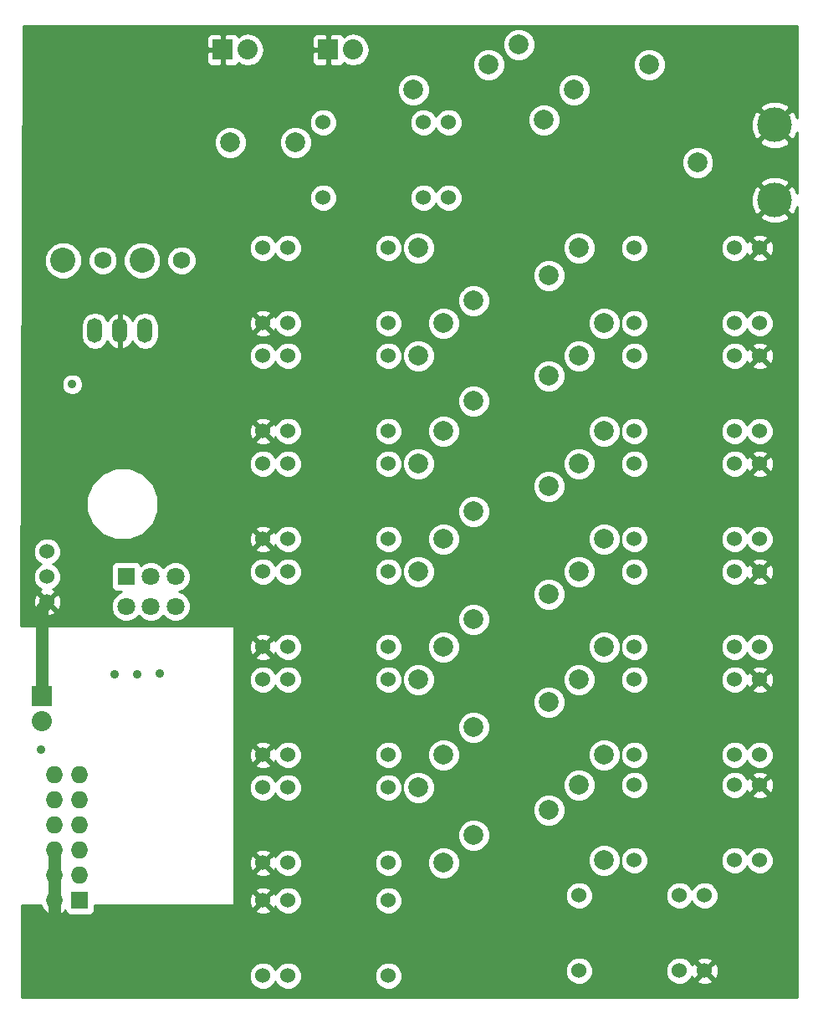
<source format=gbr>
%FSLAX46Y46*%
G04 Gerber Fmt 4.6, Leading zero omitted, Abs format (unit mm)*
G04 Created by KiCad (PCBNEW (2014-10-27 BZR 5228)-product) date 05/09/2015 11:13:03*
%MOMM*%
G01*
G04 APERTURE LIST*
%ADD10C,0.100000*%
%ADD11C,3.500000*%
%ADD12C,2.000000*%
%ADD13C,1.524000*%
%ADD14C,6.350000*%
%ADD15R,2.032000X2.032000*%
%ADD16O,2.032000X2.032000*%
%ADD17O,1.501140X2.499360*%
%ADD18C,2.540000*%
%ADD19C,1.727200*%
%ADD20C,1.998980*%
%ADD21R,1.727200X1.727200*%
%ADD22O,1.727200X1.727200*%
%ADD23R,1.800000X1.800000*%
%ADD24C,1.800000*%
%ADD25C,0.889000*%
%ADD26C,1.270000*%
%ADD27C,0.254000*%
G04 APERTURE END LIST*
D10*
D11*
X192024000Y-53330000D03*
X192024000Y-45730000D03*
D12*
X184224000Y-49530000D03*
D13*
X118364000Y-91440000D03*
X118364000Y-93980000D03*
X118364000Y-88900000D03*
D14*
X191008000Y-39116000D03*
X119126000Y-39116000D03*
X191008000Y-131064000D03*
X119126000Y-131064000D03*
D15*
X117856000Y-103505000D03*
D16*
X117856000Y-106045000D03*
D13*
X159004000Y-45466000D03*
X156464000Y-45466000D03*
X146304000Y-45466000D03*
X146304000Y-53086000D03*
X159004000Y-53086000D03*
X156464000Y-53086000D03*
X140208000Y-65786000D03*
X142748000Y-65786000D03*
X152908000Y-65786000D03*
X152908000Y-58166000D03*
X140208000Y-58166000D03*
X142748000Y-58166000D03*
X140208000Y-76708000D03*
X142748000Y-76708000D03*
X152908000Y-76708000D03*
X152908000Y-69088000D03*
X140208000Y-69088000D03*
X142748000Y-69088000D03*
X140208000Y-87630000D03*
X142748000Y-87630000D03*
X152908000Y-87630000D03*
X152908000Y-80010000D03*
X140208000Y-80010000D03*
X142748000Y-80010000D03*
X140208000Y-98552000D03*
X142748000Y-98552000D03*
X152908000Y-98552000D03*
X152908000Y-90932000D03*
X140208000Y-90932000D03*
X142748000Y-90932000D03*
X140208000Y-109474000D03*
X142748000Y-109474000D03*
X152908000Y-109474000D03*
X152908000Y-101854000D03*
X140208000Y-101854000D03*
X142748000Y-101854000D03*
X140208000Y-120396000D03*
X142748000Y-120396000D03*
X152908000Y-120396000D03*
X152908000Y-112776000D03*
X140208000Y-112776000D03*
X142748000Y-112776000D03*
X140208000Y-131826000D03*
X142748000Y-131826000D03*
X152908000Y-131826000D03*
X152908000Y-124206000D03*
X140208000Y-124206000D03*
X142748000Y-124206000D03*
X190500000Y-58166000D03*
X187960000Y-58166000D03*
X177800000Y-58166000D03*
X177800000Y-65786000D03*
X190500000Y-65786000D03*
X187960000Y-65786000D03*
X190500000Y-69088000D03*
X187960000Y-69088000D03*
X177800000Y-69088000D03*
X177800000Y-76708000D03*
X190500000Y-76708000D03*
X187960000Y-76708000D03*
X190500000Y-80010000D03*
X187960000Y-80010000D03*
X177800000Y-80010000D03*
X177800000Y-87630000D03*
X190500000Y-87630000D03*
X187960000Y-87630000D03*
X190500000Y-90932000D03*
X187960000Y-90932000D03*
X177800000Y-90932000D03*
X177800000Y-98552000D03*
X190500000Y-98552000D03*
X187960000Y-98552000D03*
X190500000Y-101854000D03*
X187960000Y-101854000D03*
X177800000Y-101854000D03*
X177800000Y-109474000D03*
X190500000Y-109474000D03*
X187960000Y-109474000D03*
X190500000Y-112522000D03*
X187960000Y-112522000D03*
X177800000Y-112522000D03*
X177800000Y-120142000D03*
X190500000Y-120142000D03*
X187960000Y-120142000D03*
D15*
X146812000Y-38100000D03*
D16*
X149352000Y-38100000D03*
D15*
X136144000Y-38100000D03*
D16*
X138684000Y-38100000D03*
D17*
X125730000Y-66548000D03*
X128270000Y-66548000D03*
X123190000Y-66548000D03*
D18*
X119984000Y-59436000D03*
D19*
X123984000Y-59436000D03*
D18*
X127984000Y-59436000D03*
D19*
X131984000Y-59436000D03*
D20*
X179324000Y-39624000D03*
X171704000Y-42164000D03*
X168656000Y-45212000D03*
X166116000Y-37592000D03*
X155956000Y-58166000D03*
X158496000Y-65786000D03*
X155956000Y-69088000D03*
X158496000Y-76708000D03*
X155956000Y-80010000D03*
X158496000Y-87630000D03*
X155956000Y-90932000D03*
X158496000Y-98552000D03*
X155956000Y-101854000D03*
X158496000Y-109474000D03*
X155956000Y-112776000D03*
X158496000Y-120396000D03*
X161544000Y-63500000D03*
X169164000Y-60960000D03*
X161544000Y-73660000D03*
X169164000Y-71120000D03*
X161544000Y-84836000D03*
X169164000Y-82296000D03*
X161544000Y-95758000D03*
X169164000Y-93218000D03*
X161544000Y-106680000D03*
X169164000Y-104140000D03*
X161544000Y-117602000D03*
X169164000Y-115062000D03*
X172212000Y-58166000D03*
X174752000Y-65786000D03*
X172212000Y-69088000D03*
X174752000Y-76708000D03*
X172212000Y-80010000D03*
X174752000Y-87630000D03*
X172212000Y-90932000D03*
X174752000Y-98552000D03*
X172212000Y-101854000D03*
X174752000Y-109474000D03*
X172212000Y-112522000D03*
X174752000Y-120142000D03*
X143507460Y-47498000D03*
X136908540Y-47498000D03*
X163068000Y-39624000D03*
X155448000Y-42164000D03*
D13*
X184912000Y-123698000D03*
X182372000Y-123698000D03*
X172212000Y-123698000D03*
X172212000Y-131318000D03*
X184912000Y-131318000D03*
X182372000Y-131318000D03*
D21*
X121666000Y-124206000D03*
D22*
X119126000Y-124206000D03*
X121666000Y-121666000D03*
X119126000Y-121666000D03*
X121666000Y-119126000D03*
X119126000Y-119126000D03*
X121666000Y-116586000D03*
X119126000Y-116586000D03*
X121666000Y-114046000D03*
X119126000Y-114046000D03*
X121666000Y-111506000D03*
X119126000Y-111506000D03*
D23*
X126365000Y-91440000D03*
D24*
X128865000Y-91440000D03*
X126365000Y-94440000D03*
X131365000Y-91440000D03*
X131365000Y-94440000D03*
X128865000Y-94440000D03*
D25*
X127508000Y-77470000D03*
X133858000Y-62230000D03*
X169672000Y-37338000D03*
X131064000Y-50562000D03*
X127508000Y-50562000D03*
X123952000Y-50562000D03*
X164084000Y-58166000D03*
X167386000Y-66040000D03*
X167132000Y-76708000D03*
X163830000Y-79756000D03*
X164084000Y-68834000D03*
X167386000Y-87630000D03*
X163830000Y-90932000D03*
X167132000Y-98552000D03*
X164338000Y-101854000D03*
X166878000Y-109728000D03*
X163830000Y-112522000D03*
X166878000Y-120650000D03*
X143256000Y-50292000D03*
X159004000Y-36830000D03*
X183388000Y-53086000D03*
X159004000Y-47244000D03*
X169672000Y-53166000D03*
X176784000Y-53166000D03*
X161544000Y-51816000D03*
X149860000Y-59944000D03*
X117729000Y-108966000D03*
X120904000Y-71962000D03*
X125222000Y-101346000D03*
X127508000Y-101346000D03*
X129794000Y-101219000D03*
D26*
X118364000Y-93980000D02*
X118364000Y-94107000D01*
X118364000Y-94107000D02*
X117856000Y-94615000D01*
X117856000Y-94615000D02*
X117856000Y-103505000D01*
X119126000Y-124206000D02*
X119126000Y-121666000D01*
X119126000Y-121666000D02*
X119126000Y-119126000D01*
X119126000Y-124206000D02*
X119126000Y-131064000D01*
D27*
G36*
X194315000Y-133985000D02*
X193538923Y-133985000D01*
X193538923Y-55024528D01*
X192024000Y-53509605D01*
X191844395Y-53689210D01*
X191844395Y-53330000D01*
X190329472Y-51815077D01*
X189984729Y-52005364D01*
X189633044Y-52886591D01*
X189645359Y-53835323D01*
X189984729Y-54654636D01*
X190329472Y-54844923D01*
X191844395Y-53330000D01*
X191844395Y-53689210D01*
X190509077Y-55024528D01*
X190699364Y-55369271D01*
X191580591Y-55720956D01*
X192529323Y-55708641D01*
X193348636Y-55369271D01*
X193538923Y-55024528D01*
X193538923Y-133985000D01*
X191909144Y-133985000D01*
X191909144Y-112729698D01*
X191909144Y-102061698D01*
X191909144Y-91139698D01*
X191909144Y-80217698D01*
X191909144Y-69295698D01*
X191909144Y-58373698D01*
X191881362Y-57818632D01*
X191722397Y-57434857D01*
X191480213Y-57365392D01*
X191300608Y-57544997D01*
X191300608Y-57185787D01*
X191231143Y-56943603D01*
X190707698Y-56756856D01*
X190152632Y-56784638D01*
X189768857Y-56943603D01*
X189699392Y-57185787D01*
X190500000Y-57986395D01*
X191300608Y-57185787D01*
X191300608Y-57544997D01*
X190679605Y-58166000D01*
X191480213Y-58966608D01*
X191722397Y-58897143D01*
X191909144Y-58373698D01*
X191909144Y-69295698D01*
X191897242Y-69057903D01*
X191897242Y-65509339D01*
X191685010Y-64995697D01*
X191300608Y-64610623D01*
X191300608Y-59146213D01*
X190500000Y-58345605D01*
X190320395Y-58525210D01*
X190320395Y-58166000D01*
X189519787Y-57365392D01*
X189277603Y-57434857D01*
X189227491Y-57575317D01*
X189145010Y-57375697D01*
X188752370Y-56982371D01*
X188239100Y-56769243D01*
X187683339Y-56768758D01*
X187169697Y-56980990D01*
X186776371Y-57373630D01*
X186563243Y-57886900D01*
X186562758Y-58442661D01*
X186774990Y-58956303D01*
X187167630Y-59349629D01*
X187680900Y-59562757D01*
X188236661Y-59563242D01*
X188750303Y-59351010D01*
X189143629Y-58958370D01*
X189223394Y-58766272D01*
X189277603Y-58897143D01*
X189519787Y-58966608D01*
X190320395Y-58166000D01*
X190320395Y-58525210D01*
X189699392Y-59146213D01*
X189768857Y-59388397D01*
X190292302Y-59575144D01*
X190847368Y-59547362D01*
X191231143Y-59388397D01*
X191300608Y-59146213D01*
X191300608Y-64610623D01*
X191292370Y-64602371D01*
X190779100Y-64389243D01*
X190223339Y-64388758D01*
X189709697Y-64600990D01*
X189316371Y-64993630D01*
X189230050Y-65201512D01*
X189145010Y-64995697D01*
X188752370Y-64602371D01*
X188239100Y-64389243D01*
X187683339Y-64388758D01*
X187169697Y-64600990D01*
X186776371Y-64993630D01*
X186563243Y-65506900D01*
X186562758Y-66062661D01*
X186774990Y-66576303D01*
X187167630Y-66969629D01*
X187680900Y-67182757D01*
X188236661Y-67183242D01*
X188750303Y-66971010D01*
X189143629Y-66578370D01*
X189229949Y-66370487D01*
X189314990Y-66576303D01*
X189707630Y-66969629D01*
X190220900Y-67182757D01*
X190776661Y-67183242D01*
X191290303Y-66971010D01*
X191683629Y-66578370D01*
X191896757Y-66065100D01*
X191897242Y-65509339D01*
X191897242Y-69057903D01*
X191881362Y-68740632D01*
X191722397Y-68356857D01*
X191480213Y-68287392D01*
X191300608Y-68466997D01*
X191300608Y-68107787D01*
X191231143Y-67865603D01*
X190707698Y-67678856D01*
X190152632Y-67706638D01*
X189768857Y-67865603D01*
X189699392Y-68107787D01*
X190500000Y-68908395D01*
X191300608Y-68107787D01*
X191300608Y-68466997D01*
X190679605Y-69088000D01*
X191480213Y-69888608D01*
X191722397Y-69819143D01*
X191909144Y-69295698D01*
X191909144Y-80217698D01*
X191897242Y-79979903D01*
X191897242Y-76431339D01*
X191685010Y-75917697D01*
X191300608Y-75532623D01*
X191300608Y-70068213D01*
X190500000Y-69267605D01*
X190320395Y-69447210D01*
X190320395Y-69088000D01*
X189519787Y-68287392D01*
X189277603Y-68356857D01*
X189227491Y-68497317D01*
X189145010Y-68297697D01*
X188752370Y-67904371D01*
X188239100Y-67691243D01*
X187683339Y-67690758D01*
X187169697Y-67902990D01*
X186776371Y-68295630D01*
X186563243Y-68808900D01*
X186562758Y-69364661D01*
X186774990Y-69878303D01*
X187167630Y-70271629D01*
X187680900Y-70484757D01*
X188236661Y-70485242D01*
X188750303Y-70273010D01*
X189143629Y-69880370D01*
X189223394Y-69688272D01*
X189277603Y-69819143D01*
X189519787Y-69888608D01*
X190320395Y-69088000D01*
X190320395Y-69447210D01*
X189699392Y-70068213D01*
X189768857Y-70310397D01*
X190292302Y-70497144D01*
X190847368Y-70469362D01*
X191231143Y-70310397D01*
X191300608Y-70068213D01*
X191300608Y-75532623D01*
X191292370Y-75524371D01*
X190779100Y-75311243D01*
X190223339Y-75310758D01*
X189709697Y-75522990D01*
X189316371Y-75915630D01*
X189230050Y-76123512D01*
X189145010Y-75917697D01*
X188752370Y-75524371D01*
X188239100Y-75311243D01*
X187683339Y-75310758D01*
X187169697Y-75522990D01*
X186776371Y-75915630D01*
X186563243Y-76428900D01*
X186562758Y-76984661D01*
X186774990Y-77498303D01*
X187167630Y-77891629D01*
X187680900Y-78104757D01*
X188236661Y-78105242D01*
X188750303Y-77893010D01*
X189143629Y-77500370D01*
X189229949Y-77292487D01*
X189314990Y-77498303D01*
X189707630Y-77891629D01*
X190220900Y-78104757D01*
X190776661Y-78105242D01*
X191290303Y-77893010D01*
X191683629Y-77500370D01*
X191896757Y-76987100D01*
X191897242Y-76431339D01*
X191897242Y-79979903D01*
X191881362Y-79662632D01*
X191722397Y-79278857D01*
X191480213Y-79209392D01*
X191300608Y-79388997D01*
X191300608Y-79029787D01*
X191231143Y-78787603D01*
X190707698Y-78600856D01*
X190152632Y-78628638D01*
X189768857Y-78787603D01*
X189699392Y-79029787D01*
X190500000Y-79830395D01*
X191300608Y-79029787D01*
X191300608Y-79388997D01*
X190679605Y-80010000D01*
X191480213Y-80810608D01*
X191722397Y-80741143D01*
X191909144Y-80217698D01*
X191909144Y-91139698D01*
X191897242Y-90901903D01*
X191897242Y-87353339D01*
X191685010Y-86839697D01*
X191300608Y-86454623D01*
X191300608Y-80990213D01*
X190500000Y-80189605D01*
X190320395Y-80369210D01*
X190320395Y-80010000D01*
X189519787Y-79209392D01*
X189277603Y-79278857D01*
X189227491Y-79419317D01*
X189145010Y-79219697D01*
X188752370Y-78826371D01*
X188239100Y-78613243D01*
X187683339Y-78612758D01*
X187169697Y-78824990D01*
X186776371Y-79217630D01*
X186563243Y-79730900D01*
X186562758Y-80286661D01*
X186774990Y-80800303D01*
X187167630Y-81193629D01*
X187680900Y-81406757D01*
X188236661Y-81407242D01*
X188750303Y-81195010D01*
X189143629Y-80802370D01*
X189223394Y-80610272D01*
X189277603Y-80741143D01*
X189519787Y-80810608D01*
X190320395Y-80010000D01*
X190320395Y-80369210D01*
X189699392Y-80990213D01*
X189768857Y-81232397D01*
X190292302Y-81419144D01*
X190847368Y-81391362D01*
X191231143Y-81232397D01*
X191300608Y-80990213D01*
X191300608Y-86454623D01*
X191292370Y-86446371D01*
X190779100Y-86233243D01*
X190223339Y-86232758D01*
X189709697Y-86444990D01*
X189316371Y-86837630D01*
X189230050Y-87045512D01*
X189145010Y-86839697D01*
X188752370Y-86446371D01*
X188239100Y-86233243D01*
X187683339Y-86232758D01*
X187169697Y-86444990D01*
X186776371Y-86837630D01*
X186563243Y-87350900D01*
X186562758Y-87906661D01*
X186774990Y-88420303D01*
X187167630Y-88813629D01*
X187680900Y-89026757D01*
X188236661Y-89027242D01*
X188750303Y-88815010D01*
X189143629Y-88422370D01*
X189229949Y-88214487D01*
X189314990Y-88420303D01*
X189707630Y-88813629D01*
X190220900Y-89026757D01*
X190776661Y-89027242D01*
X191290303Y-88815010D01*
X191683629Y-88422370D01*
X191896757Y-87909100D01*
X191897242Y-87353339D01*
X191897242Y-90901903D01*
X191881362Y-90584632D01*
X191722397Y-90200857D01*
X191480213Y-90131392D01*
X191300608Y-90310997D01*
X191300608Y-89951787D01*
X191231143Y-89709603D01*
X190707698Y-89522856D01*
X190152632Y-89550638D01*
X189768857Y-89709603D01*
X189699392Y-89951787D01*
X190500000Y-90752395D01*
X191300608Y-89951787D01*
X191300608Y-90310997D01*
X190679605Y-90932000D01*
X191480213Y-91732608D01*
X191722397Y-91663143D01*
X191909144Y-91139698D01*
X191909144Y-102061698D01*
X191897242Y-101823903D01*
X191897242Y-98275339D01*
X191685010Y-97761697D01*
X191300608Y-97376623D01*
X191300608Y-91912213D01*
X190500000Y-91111605D01*
X190320395Y-91291210D01*
X190320395Y-90932000D01*
X189519787Y-90131392D01*
X189277603Y-90200857D01*
X189227491Y-90341317D01*
X189145010Y-90141697D01*
X188752370Y-89748371D01*
X188239100Y-89535243D01*
X187683339Y-89534758D01*
X187169697Y-89746990D01*
X186776371Y-90139630D01*
X186563243Y-90652900D01*
X186562758Y-91208661D01*
X186774990Y-91722303D01*
X187167630Y-92115629D01*
X187680900Y-92328757D01*
X188236661Y-92329242D01*
X188750303Y-92117010D01*
X189143629Y-91724370D01*
X189223394Y-91532272D01*
X189277603Y-91663143D01*
X189519787Y-91732608D01*
X190320395Y-90932000D01*
X190320395Y-91291210D01*
X189699392Y-91912213D01*
X189768857Y-92154397D01*
X190292302Y-92341144D01*
X190847368Y-92313362D01*
X191231143Y-92154397D01*
X191300608Y-91912213D01*
X191300608Y-97376623D01*
X191292370Y-97368371D01*
X190779100Y-97155243D01*
X190223339Y-97154758D01*
X189709697Y-97366990D01*
X189316371Y-97759630D01*
X189230050Y-97967512D01*
X189145010Y-97761697D01*
X188752370Y-97368371D01*
X188239100Y-97155243D01*
X187683339Y-97154758D01*
X187169697Y-97366990D01*
X186776371Y-97759630D01*
X186563243Y-98272900D01*
X186562758Y-98828661D01*
X186774990Y-99342303D01*
X187167630Y-99735629D01*
X187680900Y-99948757D01*
X188236661Y-99949242D01*
X188750303Y-99737010D01*
X189143629Y-99344370D01*
X189229949Y-99136487D01*
X189314990Y-99342303D01*
X189707630Y-99735629D01*
X190220900Y-99948757D01*
X190776661Y-99949242D01*
X191290303Y-99737010D01*
X191683629Y-99344370D01*
X191896757Y-98831100D01*
X191897242Y-98275339D01*
X191897242Y-101823903D01*
X191881362Y-101506632D01*
X191722397Y-101122857D01*
X191480213Y-101053392D01*
X191300608Y-101232997D01*
X191300608Y-100873787D01*
X191231143Y-100631603D01*
X190707698Y-100444856D01*
X190152632Y-100472638D01*
X189768857Y-100631603D01*
X189699392Y-100873787D01*
X190500000Y-101674395D01*
X191300608Y-100873787D01*
X191300608Y-101232997D01*
X190679605Y-101854000D01*
X191480213Y-102654608D01*
X191722397Y-102585143D01*
X191909144Y-102061698D01*
X191909144Y-112729698D01*
X191897242Y-112491903D01*
X191897242Y-109197339D01*
X191685010Y-108683697D01*
X191300608Y-108298623D01*
X191300608Y-102834213D01*
X190500000Y-102033605D01*
X190320395Y-102213210D01*
X190320395Y-101854000D01*
X189519787Y-101053392D01*
X189277603Y-101122857D01*
X189227491Y-101263317D01*
X189145010Y-101063697D01*
X188752370Y-100670371D01*
X188239100Y-100457243D01*
X187683339Y-100456758D01*
X187169697Y-100668990D01*
X186776371Y-101061630D01*
X186563243Y-101574900D01*
X186562758Y-102130661D01*
X186774990Y-102644303D01*
X187167630Y-103037629D01*
X187680900Y-103250757D01*
X188236661Y-103251242D01*
X188750303Y-103039010D01*
X189143629Y-102646370D01*
X189223394Y-102454272D01*
X189277603Y-102585143D01*
X189519787Y-102654608D01*
X190320395Y-101854000D01*
X190320395Y-102213210D01*
X189699392Y-102834213D01*
X189768857Y-103076397D01*
X190292302Y-103263144D01*
X190847368Y-103235362D01*
X191231143Y-103076397D01*
X191300608Y-102834213D01*
X191300608Y-108298623D01*
X191292370Y-108290371D01*
X190779100Y-108077243D01*
X190223339Y-108076758D01*
X189709697Y-108288990D01*
X189316371Y-108681630D01*
X189230050Y-108889512D01*
X189145010Y-108683697D01*
X188752370Y-108290371D01*
X188239100Y-108077243D01*
X187683339Y-108076758D01*
X187169697Y-108288990D01*
X186776371Y-108681630D01*
X186563243Y-109194900D01*
X186562758Y-109750661D01*
X186774990Y-110264303D01*
X187167630Y-110657629D01*
X187680900Y-110870757D01*
X188236661Y-110871242D01*
X188750303Y-110659010D01*
X189143629Y-110266370D01*
X189229949Y-110058487D01*
X189314990Y-110264303D01*
X189707630Y-110657629D01*
X190220900Y-110870757D01*
X190776661Y-110871242D01*
X191290303Y-110659010D01*
X191683629Y-110266370D01*
X191896757Y-109753100D01*
X191897242Y-109197339D01*
X191897242Y-112491903D01*
X191881362Y-112174632D01*
X191722397Y-111790857D01*
X191480213Y-111721392D01*
X191300608Y-111900997D01*
X191300608Y-111541787D01*
X191231143Y-111299603D01*
X190707698Y-111112856D01*
X190152632Y-111140638D01*
X189768857Y-111299603D01*
X189699392Y-111541787D01*
X190500000Y-112342395D01*
X191300608Y-111541787D01*
X191300608Y-111900997D01*
X190679605Y-112522000D01*
X191480213Y-113322608D01*
X191722397Y-113253143D01*
X191909144Y-112729698D01*
X191909144Y-133985000D01*
X191897242Y-133985000D01*
X191897242Y-119865339D01*
X191685010Y-119351697D01*
X191300608Y-118966623D01*
X191300608Y-113502213D01*
X190500000Y-112701605D01*
X190320395Y-112881210D01*
X190320395Y-112522000D01*
X189519787Y-111721392D01*
X189277603Y-111790857D01*
X189227491Y-111931317D01*
X189145010Y-111731697D01*
X188752370Y-111338371D01*
X188239100Y-111125243D01*
X187683339Y-111124758D01*
X187169697Y-111336990D01*
X186776371Y-111729630D01*
X186563243Y-112242900D01*
X186562758Y-112798661D01*
X186774990Y-113312303D01*
X187167630Y-113705629D01*
X187680900Y-113918757D01*
X188236661Y-113919242D01*
X188750303Y-113707010D01*
X189143629Y-113314370D01*
X189223394Y-113122272D01*
X189277603Y-113253143D01*
X189519787Y-113322608D01*
X190320395Y-112522000D01*
X190320395Y-112881210D01*
X189699392Y-113502213D01*
X189768857Y-113744397D01*
X190292302Y-113931144D01*
X190847368Y-113903362D01*
X191231143Y-113744397D01*
X191300608Y-113502213D01*
X191300608Y-118966623D01*
X191292370Y-118958371D01*
X190779100Y-118745243D01*
X190223339Y-118744758D01*
X189709697Y-118956990D01*
X189316371Y-119349630D01*
X189230050Y-119557512D01*
X189145010Y-119351697D01*
X188752370Y-118958371D01*
X188239100Y-118745243D01*
X187683339Y-118744758D01*
X187169697Y-118956990D01*
X186776371Y-119349630D01*
X186563243Y-119862900D01*
X186562758Y-120418661D01*
X186774990Y-120932303D01*
X187167630Y-121325629D01*
X187680900Y-121538757D01*
X188236661Y-121539242D01*
X188750303Y-121327010D01*
X189143629Y-120934370D01*
X189229949Y-120726487D01*
X189314990Y-120932303D01*
X189707630Y-121325629D01*
X190220900Y-121538757D01*
X190776661Y-121539242D01*
X191290303Y-121327010D01*
X191683629Y-120934370D01*
X191896757Y-120421100D01*
X191897242Y-119865339D01*
X191897242Y-133985000D01*
X186321144Y-133985000D01*
X186321144Y-131525698D01*
X186309242Y-131287903D01*
X186309242Y-123421339D01*
X186097010Y-122907697D01*
X185859284Y-122669555D01*
X185859284Y-49206205D01*
X185610894Y-48605057D01*
X185151363Y-48144722D01*
X184550648Y-47895284D01*
X183900205Y-47894716D01*
X183299057Y-48143106D01*
X182838722Y-48602637D01*
X182589284Y-49203352D01*
X182588716Y-49853795D01*
X182837106Y-50454943D01*
X183296637Y-50915278D01*
X183897352Y-51164716D01*
X184547795Y-51165284D01*
X185148943Y-50916894D01*
X185609278Y-50457363D01*
X185858716Y-49856648D01*
X185859284Y-49206205D01*
X185859284Y-122669555D01*
X185704370Y-122514371D01*
X185191100Y-122301243D01*
X184635339Y-122300758D01*
X184121697Y-122512990D01*
X183728371Y-122905630D01*
X183642050Y-123113512D01*
X183557010Y-122907697D01*
X183164370Y-122514371D01*
X182651100Y-122301243D01*
X182095339Y-122300758D01*
X181581697Y-122512990D01*
X181188371Y-122905630D01*
X180975243Y-123418900D01*
X180974758Y-123974661D01*
X181186990Y-124488303D01*
X181579630Y-124881629D01*
X182092900Y-125094757D01*
X182648661Y-125095242D01*
X183162303Y-124883010D01*
X183555629Y-124490370D01*
X183641949Y-124282487D01*
X183726990Y-124488303D01*
X184119630Y-124881629D01*
X184632900Y-125094757D01*
X185188661Y-125095242D01*
X185702303Y-124883010D01*
X186095629Y-124490370D01*
X186308757Y-123977100D01*
X186309242Y-123421339D01*
X186309242Y-131287903D01*
X186293362Y-130970632D01*
X186134397Y-130586857D01*
X185892213Y-130517392D01*
X185712608Y-130696997D01*
X185712608Y-130337787D01*
X185643143Y-130095603D01*
X185119698Y-129908856D01*
X184564632Y-129936638D01*
X184180857Y-130095603D01*
X184111392Y-130337787D01*
X184912000Y-131138395D01*
X185712608Y-130337787D01*
X185712608Y-130696997D01*
X185091605Y-131318000D01*
X185892213Y-132118608D01*
X186134397Y-132049143D01*
X186321144Y-131525698D01*
X186321144Y-133985000D01*
X185712608Y-133985000D01*
X185712608Y-132298213D01*
X184912000Y-131497605D01*
X184732395Y-131677210D01*
X184732395Y-131318000D01*
X183931787Y-130517392D01*
X183689603Y-130586857D01*
X183639491Y-130727317D01*
X183557010Y-130527697D01*
X183164370Y-130134371D01*
X182651100Y-129921243D01*
X182095339Y-129920758D01*
X181581697Y-130132990D01*
X181188371Y-130525630D01*
X180975243Y-131038900D01*
X180974758Y-131594661D01*
X181186990Y-132108303D01*
X181579630Y-132501629D01*
X182092900Y-132714757D01*
X182648661Y-132715242D01*
X183162303Y-132503010D01*
X183555629Y-132110370D01*
X183635394Y-131918272D01*
X183689603Y-132049143D01*
X183931787Y-132118608D01*
X184732395Y-131318000D01*
X184732395Y-131677210D01*
X184111392Y-132298213D01*
X184180857Y-132540397D01*
X184704302Y-132727144D01*
X185259368Y-132699362D01*
X185643143Y-132540397D01*
X185712608Y-132298213D01*
X185712608Y-133985000D01*
X180958774Y-133985000D01*
X180958774Y-39300306D01*
X180710462Y-38699345D01*
X180251073Y-38239154D01*
X179650547Y-37989794D01*
X179000306Y-37989226D01*
X178399345Y-38237538D01*
X177939154Y-38696927D01*
X177689794Y-39297453D01*
X177689226Y-39947694D01*
X177937538Y-40548655D01*
X178396927Y-41008846D01*
X178997453Y-41258206D01*
X179647694Y-41258774D01*
X180248655Y-41010462D01*
X180708846Y-40551073D01*
X180958206Y-39950547D01*
X180958774Y-39300306D01*
X180958774Y-133985000D01*
X179197242Y-133985000D01*
X179197242Y-119865339D01*
X179197242Y-112245339D01*
X179197242Y-109197339D01*
X179197242Y-101577339D01*
X179197242Y-98275339D01*
X179197242Y-90655339D01*
X179197242Y-87353339D01*
X179197242Y-79733339D01*
X179197242Y-76431339D01*
X179197242Y-68811339D01*
X179197242Y-65509339D01*
X179197242Y-57889339D01*
X178985010Y-57375697D01*
X178592370Y-56982371D01*
X178079100Y-56769243D01*
X177523339Y-56768758D01*
X177009697Y-56980990D01*
X176616371Y-57373630D01*
X176403243Y-57886900D01*
X176402758Y-58442661D01*
X176614990Y-58956303D01*
X177007630Y-59349629D01*
X177520900Y-59562757D01*
X178076661Y-59563242D01*
X178590303Y-59351010D01*
X178983629Y-58958370D01*
X179196757Y-58445100D01*
X179197242Y-57889339D01*
X179197242Y-65509339D01*
X178985010Y-64995697D01*
X178592370Y-64602371D01*
X178079100Y-64389243D01*
X177523339Y-64388758D01*
X177009697Y-64600990D01*
X176616371Y-64993630D01*
X176403243Y-65506900D01*
X176402758Y-66062661D01*
X176614990Y-66576303D01*
X177007630Y-66969629D01*
X177520900Y-67182757D01*
X178076661Y-67183242D01*
X178590303Y-66971010D01*
X178983629Y-66578370D01*
X179196757Y-66065100D01*
X179197242Y-65509339D01*
X179197242Y-68811339D01*
X178985010Y-68297697D01*
X178592370Y-67904371D01*
X178079100Y-67691243D01*
X177523339Y-67690758D01*
X177009697Y-67902990D01*
X176616371Y-68295630D01*
X176403243Y-68808900D01*
X176402758Y-69364661D01*
X176614990Y-69878303D01*
X177007630Y-70271629D01*
X177520900Y-70484757D01*
X178076661Y-70485242D01*
X178590303Y-70273010D01*
X178983629Y-69880370D01*
X179196757Y-69367100D01*
X179197242Y-68811339D01*
X179197242Y-76431339D01*
X178985010Y-75917697D01*
X178592370Y-75524371D01*
X178079100Y-75311243D01*
X177523339Y-75310758D01*
X177009697Y-75522990D01*
X176616371Y-75915630D01*
X176403243Y-76428900D01*
X176402758Y-76984661D01*
X176614990Y-77498303D01*
X177007630Y-77891629D01*
X177520900Y-78104757D01*
X178076661Y-78105242D01*
X178590303Y-77893010D01*
X178983629Y-77500370D01*
X179196757Y-76987100D01*
X179197242Y-76431339D01*
X179197242Y-79733339D01*
X178985010Y-79219697D01*
X178592370Y-78826371D01*
X178079100Y-78613243D01*
X177523339Y-78612758D01*
X177009697Y-78824990D01*
X176616371Y-79217630D01*
X176403243Y-79730900D01*
X176402758Y-80286661D01*
X176614990Y-80800303D01*
X177007630Y-81193629D01*
X177520900Y-81406757D01*
X178076661Y-81407242D01*
X178590303Y-81195010D01*
X178983629Y-80802370D01*
X179196757Y-80289100D01*
X179197242Y-79733339D01*
X179197242Y-87353339D01*
X178985010Y-86839697D01*
X178592370Y-86446371D01*
X178079100Y-86233243D01*
X177523339Y-86232758D01*
X177009697Y-86444990D01*
X176616371Y-86837630D01*
X176403243Y-87350900D01*
X176402758Y-87906661D01*
X176614990Y-88420303D01*
X177007630Y-88813629D01*
X177520900Y-89026757D01*
X178076661Y-89027242D01*
X178590303Y-88815010D01*
X178983629Y-88422370D01*
X179196757Y-87909100D01*
X179197242Y-87353339D01*
X179197242Y-90655339D01*
X178985010Y-90141697D01*
X178592370Y-89748371D01*
X178079100Y-89535243D01*
X177523339Y-89534758D01*
X177009697Y-89746990D01*
X176616371Y-90139630D01*
X176403243Y-90652900D01*
X176402758Y-91208661D01*
X176614990Y-91722303D01*
X177007630Y-92115629D01*
X177520900Y-92328757D01*
X178076661Y-92329242D01*
X178590303Y-92117010D01*
X178983629Y-91724370D01*
X179196757Y-91211100D01*
X179197242Y-90655339D01*
X179197242Y-98275339D01*
X178985010Y-97761697D01*
X178592370Y-97368371D01*
X178079100Y-97155243D01*
X177523339Y-97154758D01*
X177009697Y-97366990D01*
X176616371Y-97759630D01*
X176403243Y-98272900D01*
X176402758Y-98828661D01*
X176614990Y-99342303D01*
X177007630Y-99735629D01*
X177520900Y-99948757D01*
X178076661Y-99949242D01*
X178590303Y-99737010D01*
X178983629Y-99344370D01*
X179196757Y-98831100D01*
X179197242Y-98275339D01*
X179197242Y-101577339D01*
X178985010Y-101063697D01*
X178592370Y-100670371D01*
X178079100Y-100457243D01*
X177523339Y-100456758D01*
X177009697Y-100668990D01*
X176616371Y-101061630D01*
X176403243Y-101574900D01*
X176402758Y-102130661D01*
X176614990Y-102644303D01*
X177007630Y-103037629D01*
X177520900Y-103250757D01*
X178076661Y-103251242D01*
X178590303Y-103039010D01*
X178983629Y-102646370D01*
X179196757Y-102133100D01*
X179197242Y-101577339D01*
X179197242Y-109197339D01*
X178985010Y-108683697D01*
X178592370Y-108290371D01*
X178079100Y-108077243D01*
X177523339Y-108076758D01*
X177009697Y-108288990D01*
X176616371Y-108681630D01*
X176403243Y-109194900D01*
X176402758Y-109750661D01*
X176614990Y-110264303D01*
X177007630Y-110657629D01*
X177520900Y-110870757D01*
X178076661Y-110871242D01*
X178590303Y-110659010D01*
X178983629Y-110266370D01*
X179196757Y-109753100D01*
X179197242Y-109197339D01*
X179197242Y-112245339D01*
X178985010Y-111731697D01*
X178592370Y-111338371D01*
X178079100Y-111125243D01*
X177523339Y-111124758D01*
X177009697Y-111336990D01*
X176616371Y-111729630D01*
X176403243Y-112242900D01*
X176402758Y-112798661D01*
X176614990Y-113312303D01*
X177007630Y-113705629D01*
X177520900Y-113918757D01*
X178076661Y-113919242D01*
X178590303Y-113707010D01*
X178983629Y-113314370D01*
X179196757Y-112801100D01*
X179197242Y-112245339D01*
X179197242Y-119865339D01*
X178985010Y-119351697D01*
X178592370Y-118958371D01*
X178079100Y-118745243D01*
X177523339Y-118744758D01*
X177009697Y-118956990D01*
X176616371Y-119349630D01*
X176403243Y-119862900D01*
X176402758Y-120418661D01*
X176614990Y-120932303D01*
X177007630Y-121325629D01*
X177520900Y-121538757D01*
X178076661Y-121539242D01*
X178590303Y-121327010D01*
X178983629Y-120934370D01*
X179196757Y-120421100D01*
X179197242Y-119865339D01*
X179197242Y-133985000D01*
X176386774Y-133985000D01*
X176386774Y-119818306D01*
X176386774Y-109150306D01*
X176386774Y-98228306D01*
X176386774Y-87306306D01*
X176386774Y-76384306D01*
X176386774Y-65462306D01*
X176138462Y-64861345D01*
X175679073Y-64401154D01*
X175078547Y-64151794D01*
X174428306Y-64151226D01*
X173846774Y-64391510D01*
X173846774Y-57842306D01*
X173598462Y-57241345D01*
X173338774Y-56981203D01*
X173338774Y-41840306D01*
X173090462Y-41239345D01*
X172631073Y-40779154D01*
X172030547Y-40529794D01*
X171380306Y-40529226D01*
X170779345Y-40777538D01*
X170319154Y-41236927D01*
X170069794Y-41837453D01*
X170069226Y-42487694D01*
X170317538Y-43088655D01*
X170776927Y-43548846D01*
X171377453Y-43798206D01*
X172027694Y-43798774D01*
X172628655Y-43550462D01*
X173088846Y-43091073D01*
X173338206Y-42490547D01*
X173338774Y-41840306D01*
X173338774Y-56981203D01*
X173139073Y-56781154D01*
X172538547Y-56531794D01*
X171888306Y-56531226D01*
X171287345Y-56779538D01*
X170827154Y-57238927D01*
X170577794Y-57839453D01*
X170577226Y-58489694D01*
X170825538Y-59090655D01*
X171284927Y-59550846D01*
X171885453Y-59800206D01*
X172535694Y-59800774D01*
X173136655Y-59552462D01*
X173596846Y-59093073D01*
X173846206Y-58492547D01*
X173846774Y-57842306D01*
X173846774Y-64391510D01*
X173827345Y-64399538D01*
X173367154Y-64858927D01*
X173117794Y-65459453D01*
X173117226Y-66109694D01*
X173365538Y-66710655D01*
X173824927Y-67170846D01*
X174425453Y-67420206D01*
X175075694Y-67420774D01*
X175676655Y-67172462D01*
X176136846Y-66713073D01*
X176386206Y-66112547D01*
X176386774Y-65462306D01*
X176386774Y-76384306D01*
X176138462Y-75783345D01*
X175679073Y-75323154D01*
X175078547Y-75073794D01*
X174428306Y-75073226D01*
X173846774Y-75313510D01*
X173846774Y-68764306D01*
X173598462Y-68163345D01*
X173139073Y-67703154D01*
X172538547Y-67453794D01*
X171888306Y-67453226D01*
X171287345Y-67701538D01*
X170827154Y-68160927D01*
X170798774Y-68229273D01*
X170798774Y-60636306D01*
X170550462Y-60035345D01*
X170290774Y-59775203D01*
X170290774Y-44888306D01*
X170042462Y-44287345D01*
X169583073Y-43827154D01*
X168982547Y-43577794D01*
X168332306Y-43577226D01*
X167750774Y-43817510D01*
X167750774Y-37268306D01*
X167502462Y-36667345D01*
X167043073Y-36207154D01*
X166442547Y-35957794D01*
X165792306Y-35957226D01*
X165191345Y-36205538D01*
X164731154Y-36664927D01*
X164481794Y-37265453D01*
X164481226Y-37915694D01*
X164729538Y-38516655D01*
X165188927Y-38976846D01*
X165789453Y-39226206D01*
X166439694Y-39226774D01*
X167040655Y-38978462D01*
X167500846Y-38519073D01*
X167750206Y-37918547D01*
X167750774Y-37268306D01*
X167750774Y-43817510D01*
X167731345Y-43825538D01*
X167271154Y-44284927D01*
X167021794Y-44885453D01*
X167021226Y-45535694D01*
X167269538Y-46136655D01*
X167728927Y-46596846D01*
X168329453Y-46846206D01*
X168979694Y-46846774D01*
X169580655Y-46598462D01*
X170040846Y-46139073D01*
X170290206Y-45538547D01*
X170290774Y-44888306D01*
X170290774Y-59775203D01*
X170091073Y-59575154D01*
X169490547Y-59325794D01*
X168840306Y-59325226D01*
X168239345Y-59573538D01*
X167779154Y-60032927D01*
X167529794Y-60633453D01*
X167529226Y-61283694D01*
X167777538Y-61884655D01*
X168236927Y-62344846D01*
X168837453Y-62594206D01*
X169487694Y-62594774D01*
X170088655Y-62346462D01*
X170548846Y-61887073D01*
X170798206Y-61286547D01*
X170798774Y-60636306D01*
X170798774Y-68229273D01*
X170577794Y-68761453D01*
X170577226Y-69411694D01*
X170825538Y-70012655D01*
X171284927Y-70472846D01*
X171885453Y-70722206D01*
X172535694Y-70722774D01*
X173136655Y-70474462D01*
X173596846Y-70015073D01*
X173846206Y-69414547D01*
X173846774Y-68764306D01*
X173846774Y-75313510D01*
X173827345Y-75321538D01*
X173367154Y-75780927D01*
X173117794Y-76381453D01*
X173117226Y-77031694D01*
X173365538Y-77632655D01*
X173824927Y-78092846D01*
X174425453Y-78342206D01*
X175075694Y-78342774D01*
X175676655Y-78094462D01*
X176136846Y-77635073D01*
X176386206Y-77034547D01*
X176386774Y-76384306D01*
X176386774Y-87306306D01*
X176138462Y-86705345D01*
X175679073Y-86245154D01*
X175078547Y-85995794D01*
X174428306Y-85995226D01*
X173846774Y-86235510D01*
X173846774Y-79686306D01*
X173598462Y-79085345D01*
X173139073Y-78625154D01*
X172538547Y-78375794D01*
X171888306Y-78375226D01*
X171287345Y-78623538D01*
X170827154Y-79082927D01*
X170798774Y-79151273D01*
X170798774Y-70796306D01*
X170550462Y-70195345D01*
X170091073Y-69735154D01*
X169490547Y-69485794D01*
X168840306Y-69485226D01*
X168239345Y-69733538D01*
X167779154Y-70192927D01*
X167529794Y-70793453D01*
X167529226Y-71443694D01*
X167777538Y-72044655D01*
X168236927Y-72504846D01*
X168837453Y-72754206D01*
X169487694Y-72754774D01*
X170088655Y-72506462D01*
X170548846Y-72047073D01*
X170798206Y-71446547D01*
X170798774Y-70796306D01*
X170798774Y-79151273D01*
X170577794Y-79683453D01*
X170577226Y-80333694D01*
X170825538Y-80934655D01*
X171284927Y-81394846D01*
X171885453Y-81644206D01*
X172535694Y-81644774D01*
X173136655Y-81396462D01*
X173596846Y-80937073D01*
X173846206Y-80336547D01*
X173846774Y-79686306D01*
X173846774Y-86235510D01*
X173827345Y-86243538D01*
X173367154Y-86702927D01*
X173117794Y-87303453D01*
X173117226Y-87953694D01*
X173365538Y-88554655D01*
X173824927Y-89014846D01*
X174425453Y-89264206D01*
X175075694Y-89264774D01*
X175676655Y-89016462D01*
X176136846Y-88557073D01*
X176386206Y-87956547D01*
X176386774Y-87306306D01*
X176386774Y-98228306D01*
X176138462Y-97627345D01*
X175679073Y-97167154D01*
X175078547Y-96917794D01*
X174428306Y-96917226D01*
X173846774Y-97157510D01*
X173846774Y-90608306D01*
X173598462Y-90007345D01*
X173139073Y-89547154D01*
X172538547Y-89297794D01*
X171888306Y-89297226D01*
X171287345Y-89545538D01*
X170827154Y-90004927D01*
X170798774Y-90073273D01*
X170798774Y-81972306D01*
X170550462Y-81371345D01*
X170091073Y-80911154D01*
X169490547Y-80661794D01*
X168840306Y-80661226D01*
X168239345Y-80909538D01*
X167779154Y-81368927D01*
X167529794Y-81969453D01*
X167529226Y-82619694D01*
X167777538Y-83220655D01*
X168236927Y-83680846D01*
X168837453Y-83930206D01*
X169487694Y-83930774D01*
X170088655Y-83682462D01*
X170548846Y-83223073D01*
X170798206Y-82622547D01*
X170798774Y-81972306D01*
X170798774Y-90073273D01*
X170577794Y-90605453D01*
X170577226Y-91255694D01*
X170825538Y-91856655D01*
X171284927Y-92316846D01*
X171885453Y-92566206D01*
X172535694Y-92566774D01*
X173136655Y-92318462D01*
X173596846Y-91859073D01*
X173846206Y-91258547D01*
X173846774Y-90608306D01*
X173846774Y-97157510D01*
X173827345Y-97165538D01*
X173367154Y-97624927D01*
X173117794Y-98225453D01*
X173117226Y-98875694D01*
X173365538Y-99476655D01*
X173824927Y-99936846D01*
X174425453Y-100186206D01*
X175075694Y-100186774D01*
X175676655Y-99938462D01*
X176136846Y-99479073D01*
X176386206Y-98878547D01*
X176386774Y-98228306D01*
X176386774Y-109150306D01*
X176138462Y-108549345D01*
X175679073Y-108089154D01*
X175078547Y-107839794D01*
X174428306Y-107839226D01*
X173846774Y-108079510D01*
X173846774Y-101530306D01*
X173598462Y-100929345D01*
X173139073Y-100469154D01*
X172538547Y-100219794D01*
X171888306Y-100219226D01*
X171287345Y-100467538D01*
X170827154Y-100926927D01*
X170798774Y-100995273D01*
X170798774Y-92894306D01*
X170550462Y-92293345D01*
X170091073Y-91833154D01*
X169490547Y-91583794D01*
X168840306Y-91583226D01*
X168239345Y-91831538D01*
X167779154Y-92290927D01*
X167529794Y-92891453D01*
X167529226Y-93541694D01*
X167777538Y-94142655D01*
X168236927Y-94602846D01*
X168837453Y-94852206D01*
X169487694Y-94852774D01*
X170088655Y-94604462D01*
X170548846Y-94145073D01*
X170798206Y-93544547D01*
X170798774Y-92894306D01*
X170798774Y-100995273D01*
X170577794Y-101527453D01*
X170577226Y-102177694D01*
X170825538Y-102778655D01*
X171284927Y-103238846D01*
X171885453Y-103488206D01*
X172535694Y-103488774D01*
X173136655Y-103240462D01*
X173596846Y-102781073D01*
X173846206Y-102180547D01*
X173846774Y-101530306D01*
X173846774Y-108079510D01*
X173827345Y-108087538D01*
X173367154Y-108546927D01*
X173117794Y-109147453D01*
X173117226Y-109797694D01*
X173365538Y-110398655D01*
X173824927Y-110858846D01*
X174425453Y-111108206D01*
X175075694Y-111108774D01*
X175676655Y-110860462D01*
X176136846Y-110401073D01*
X176386206Y-109800547D01*
X176386774Y-109150306D01*
X176386774Y-119818306D01*
X176138462Y-119217345D01*
X175679073Y-118757154D01*
X175078547Y-118507794D01*
X174428306Y-118507226D01*
X173846774Y-118747510D01*
X173846774Y-112198306D01*
X173598462Y-111597345D01*
X173139073Y-111137154D01*
X172538547Y-110887794D01*
X171888306Y-110887226D01*
X171287345Y-111135538D01*
X170827154Y-111594927D01*
X170798774Y-111663273D01*
X170798774Y-103816306D01*
X170550462Y-103215345D01*
X170091073Y-102755154D01*
X169490547Y-102505794D01*
X168840306Y-102505226D01*
X168239345Y-102753538D01*
X167779154Y-103212927D01*
X167529794Y-103813453D01*
X167529226Y-104463694D01*
X167777538Y-105064655D01*
X168236927Y-105524846D01*
X168837453Y-105774206D01*
X169487694Y-105774774D01*
X170088655Y-105526462D01*
X170548846Y-105067073D01*
X170798206Y-104466547D01*
X170798774Y-103816306D01*
X170798774Y-111663273D01*
X170577794Y-112195453D01*
X170577226Y-112845694D01*
X170825538Y-113446655D01*
X171284927Y-113906846D01*
X171885453Y-114156206D01*
X172535694Y-114156774D01*
X173136655Y-113908462D01*
X173596846Y-113449073D01*
X173846206Y-112848547D01*
X173846774Y-112198306D01*
X173846774Y-118747510D01*
X173827345Y-118755538D01*
X173367154Y-119214927D01*
X173117794Y-119815453D01*
X173117226Y-120465694D01*
X173365538Y-121066655D01*
X173824927Y-121526846D01*
X174425453Y-121776206D01*
X175075694Y-121776774D01*
X175676655Y-121528462D01*
X176136846Y-121069073D01*
X176386206Y-120468547D01*
X176386774Y-119818306D01*
X176386774Y-133985000D01*
X173609242Y-133985000D01*
X173609242Y-131041339D01*
X173609242Y-123421339D01*
X173397010Y-122907697D01*
X173004370Y-122514371D01*
X172491100Y-122301243D01*
X171935339Y-122300758D01*
X171421697Y-122512990D01*
X171028371Y-122905630D01*
X170815243Y-123418900D01*
X170814758Y-123974661D01*
X171026990Y-124488303D01*
X171419630Y-124881629D01*
X171932900Y-125094757D01*
X172488661Y-125095242D01*
X173002303Y-124883010D01*
X173395629Y-124490370D01*
X173608757Y-123977100D01*
X173609242Y-123421339D01*
X173609242Y-131041339D01*
X173397010Y-130527697D01*
X173004370Y-130134371D01*
X172491100Y-129921243D01*
X171935339Y-129920758D01*
X171421697Y-130132990D01*
X171028371Y-130525630D01*
X170815243Y-131038900D01*
X170814758Y-131594661D01*
X171026990Y-132108303D01*
X171419630Y-132501629D01*
X171932900Y-132714757D01*
X172488661Y-132715242D01*
X173002303Y-132503010D01*
X173395629Y-132110370D01*
X173608757Y-131597100D01*
X173609242Y-131041339D01*
X173609242Y-133985000D01*
X170798774Y-133985000D01*
X170798774Y-114738306D01*
X170550462Y-114137345D01*
X170091073Y-113677154D01*
X169490547Y-113427794D01*
X168840306Y-113427226D01*
X168239345Y-113675538D01*
X167779154Y-114134927D01*
X167529794Y-114735453D01*
X167529226Y-115385694D01*
X167777538Y-115986655D01*
X168236927Y-116446846D01*
X168837453Y-116696206D01*
X169487694Y-116696774D01*
X170088655Y-116448462D01*
X170548846Y-115989073D01*
X170798206Y-115388547D01*
X170798774Y-114738306D01*
X170798774Y-133985000D01*
X164702774Y-133985000D01*
X164702774Y-39300306D01*
X164454462Y-38699345D01*
X163995073Y-38239154D01*
X163394547Y-37989794D01*
X162744306Y-37989226D01*
X162143345Y-38237538D01*
X161683154Y-38696927D01*
X161433794Y-39297453D01*
X161433226Y-39947694D01*
X161681538Y-40548655D01*
X162140927Y-41008846D01*
X162741453Y-41258206D01*
X163391694Y-41258774D01*
X163992655Y-41010462D01*
X164452846Y-40551073D01*
X164702206Y-39950547D01*
X164702774Y-39300306D01*
X164702774Y-133985000D01*
X163178774Y-133985000D01*
X163178774Y-117278306D01*
X163178774Y-106356306D01*
X163178774Y-95434306D01*
X163178774Y-84512306D01*
X163178774Y-73336306D01*
X163178774Y-63176306D01*
X162930462Y-62575345D01*
X162471073Y-62115154D01*
X161870547Y-61865794D01*
X161220306Y-61865226D01*
X160619345Y-62113538D01*
X160401242Y-62331260D01*
X160401242Y-52809339D01*
X160401242Y-45189339D01*
X160189010Y-44675697D01*
X159796370Y-44282371D01*
X159283100Y-44069243D01*
X158727339Y-44068758D01*
X158213697Y-44280990D01*
X157820371Y-44673630D01*
X157734050Y-44881512D01*
X157649010Y-44675697D01*
X157256370Y-44282371D01*
X157082774Y-44210287D01*
X157082774Y-41840306D01*
X156834462Y-41239345D01*
X156375073Y-40779154D01*
X155774547Y-40529794D01*
X155124306Y-40529226D01*
X154523345Y-40777538D01*
X154063154Y-41236927D01*
X153813794Y-41837453D01*
X153813226Y-42487694D01*
X154061538Y-43088655D01*
X154520927Y-43548846D01*
X155121453Y-43798206D01*
X155771694Y-43798774D01*
X156372655Y-43550462D01*
X156832846Y-43091073D01*
X157082206Y-42490547D01*
X157082774Y-41840306D01*
X157082774Y-44210287D01*
X156743100Y-44069243D01*
X156187339Y-44068758D01*
X155673697Y-44280990D01*
X155280371Y-44673630D01*
X155067243Y-45186900D01*
X155066758Y-45742661D01*
X155278990Y-46256303D01*
X155671630Y-46649629D01*
X156184900Y-46862757D01*
X156740661Y-46863242D01*
X157254303Y-46651010D01*
X157647629Y-46258370D01*
X157733949Y-46050487D01*
X157818990Y-46256303D01*
X158211630Y-46649629D01*
X158724900Y-46862757D01*
X159280661Y-46863242D01*
X159794303Y-46651010D01*
X160187629Y-46258370D01*
X160400757Y-45745100D01*
X160401242Y-45189339D01*
X160401242Y-52809339D01*
X160189010Y-52295697D01*
X159796370Y-51902371D01*
X159283100Y-51689243D01*
X158727339Y-51688758D01*
X158213697Y-51900990D01*
X157820371Y-52293630D01*
X157734050Y-52501512D01*
X157649010Y-52295697D01*
X157256370Y-51902371D01*
X156743100Y-51689243D01*
X156187339Y-51688758D01*
X155673697Y-51900990D01*
X155280371Y-52293630D01*
X155067243Y-52806900D01*
X155066758Y-53362661D01*
X155278990Y-53876303D01*
X155671630Y-54269629D01*
X156184900Y-54482757D01*
X156740661Y-54483242D01*
X157254303Y-54271010D01*
X157647629Y-53878370D01*
X157733949Y-53670487D01*
X157818990Y-53876303D01*
X158211630Y-54269629D01*
X158724900Y-54482757D01*
X159280661Y-54483242D01*
X159794303Y-54271010D01*
X160187629Y-53878370D01*
X160400757Y-53365100D01*
X160401242Y-52809339D01*
X160401242Y-62331260D01*
X160159154Y-62572927D01*
X159909794Y-63173453D01*
X159909226Y-63823694D01*
X160157538Y-64424655D01*
X160616927Y-64884846D01*
X161217453Y-65134206D01*
X161867694Y-65134774D01*
X162468655Y-64886462D01*
X162928846Y-64427073D01*
X163178206Y-63826547D01*
X163178774Y-63176306D01*
X163178774Y-73336306D01*
X162930462Y-72735345D01*
X162471073Y-72275154D01*
X161870547Y-72025794D01*
X161220306Y-72025226D01*
X160619345Y-72273538D01*
X160159154Y-72732927D01*
X160130774Y-72801273D01*
X160130774Y-65462306D01*
X159882462Y-64861345D01*
X159423073Y-64401154D01*
X158822547Y-64151794D01*
X158172306Y-64151226D01*
X157590774Y-64391510D01*
X157590774Y-57842306D01*
X157342462Y-57241345D01*
X156883073Y-56781154D01*
X156282547Y-56531794D01*
X155632306Y-56531226D01*
X155031345Y-56779538D01*
X154571154Y-57238927D01*
X154321794Y-57839453D01*
X154321226Y-58489694D01*
X154569538Y-59090655D01*
X155028927Y-59550846D01*
X155629453Y-59800206D01*
X156279694Y-59800774D01*
X156880655Y-59552462D01*
X157340846Y-59093073D01*
X157590206Y-58492547D01*
X157590774Y-57842306D01*
X157590774Y-64391510D01*
X157571345Y-64399538D01*
X157111154Y-64858927D01*
X156861794Y-65459453D01*
X156861226Y-66109694D01*
X157109538Y-66710655D01*
X157568927Y-67170846D01*
X158169453Y-67420206D01*
X158819694Y-67420774D01*
X159420655Y-67172462D01*
X159880846Y-66713073D01*
X160130206Y-66112547D01*
X160130774Y-65462306D01*
X160130774Y-72801273D01*
X159909794Y-73333453D01*
X159909226Y-73983694D01*
X160157538Y-74584655D01*
X160616927Y-75044846D01*
X161217453Y-75294206D01*
X161867694Y-75294774D01*
X162468655Y-75046462D01*
X162928846Y-74587073D01*
X163178206Y-73986547D01*
X163178774Y-73336306D01*
X163178774Y-84512306D01*
X162930462Y-83911345D01*
X162471073Y-83451154D01*
X161870547Y-83201794D01*
X161220306Y-83201226D01*
X160619345Y-83449538D01*
X160159154Y-83908927D01*
X160130774Y-83977273D01*
X160130774Y-76384306D01*
X159882462Y-75783345D01*
X159423073Y-75323154D01*
X158822547Y-75073794D01*
X158172306Y-75073226D01*
X157590774Y-75313510D01*
X157590774Y-68764306D01*
X157342462Y-68163345D01*
X156883073Y-67703154D01*
X156282547Y-67453794D01*
X155632306Y-67453226D01*
X155031345Y-67701538D01*
X154571154Y-68160927D01*
X154321794Y-68761453D01*
X154321226Y-69411694D01*
X154569538Y-70012655D01*
X155028927Y-70472846D01*
X155629453Y-70722206D01*
X156279694Y-70722774D01*
X156880655Y-70474462D01*
X157340846Y-70015073D01*
X157590206Y-69414547D01*
X157590774Y-68764306D01*
X157590774Y-75313510D01*
X157571345Y-75321538D01*
X157111154Y-75780927D01*
X156861794Y-76381453D01*
X156861226Y-77031694D01*
X157109538Y-77632655D01*
X157568927Y-78092846D01*
X158169453Y-78342206D01*
X158819694Y-78342774D01*
X159420655Y-78094462D01*
X159880846Y-77635073D01*
X160130206Y-77034547D01*
X160130774Y-76384306D01*
X160130774Y-83977273D01*
X159909794Y-84509453D01*
X159909226Y-85159694D01*
X160157538Y-85760655D01*
X160616927Y-86220846D01*
X161217453Y-86470206D01*
X161867694Y-86470774D01*
X162468655Y-86222462D01*
X162928846Y-85763073D01*
X163178206Y-85162547D01*
X163178774Y-84512306D01*
X163178774Y-95434306D01*
X162930462Y-94833345D01*
X162471073Y-94373154D01*
X161870547Y-94123794D01*
X161220306Y-94123226D01*
X160619345Y-94371538D01*
X160159154Y-94830927D01*
X160130774Y-94899273D01*
X160130774Y-87306306D01*
X159882462Y-86705345D01*
X159423073Y-86245154D01*
X158822547Y-85995794D01*
X158172306Y-85995226D01*
X157590774Y-86235510D01*
X157590774Y-79686306D01*
X157342462Y-79085345D01*
X156883073Y-78625154D01*
X156282547Y-78375794D01*
X155632306Y-78375226D01*
X155031345Y-78623538D01*
X154571154Y-79082927D01*
X154321794Y-79683453D01*
X154321226Y-80333694D01*
X154569538Y-80934655D01*
X155028927Y-81394846D01*
X155629453Y-81644206D01*
X156279694Y-81644774D01*
X156880655Y-81396462D01*
X157340846Y-80937073D01*
X157590206Y-80336547D01*
X157590774Y-79686306D01*
X157590774Y-86235510D01*
X157571345Y-86243538D01*
X157111154Y-86702927D01*
X156861794Y-87303453D01*
X156861226Y-87953694D01*
X157109538Y-88554655D01*
X157568927Y-89014846D01*
X158169453Y-89264206D01*
X158819694Y-89264774D01*
X159420655Y-89016462D01*
X159880846Y-88557073D01*
X160130206Y-87956547D01*
X160130774Y-87306306D01*
X160130774Y-94899273D01*
X159909794Y-95431453D01*
X159909226Y-96081694D01*
X160157538Y-96682655D01*
X160616927Y-97142846D01*
X161217453Y-97392206D01*
X161867694Y-97392774D01*
X162468655Y-97144462D01*
X162928846Y-96685073D01*
X163178206Y-96084547D01*
X163178774Y-95434306D01*
X163178774Y-106356306D01*
X162930462Y-105755345D01*
X162471073Y-105295154D01*
X161870547Y-105045794D01*
X161220306Y-105045226D01*
X160619345Y-105293538D01*
X160159154Y-105752927D01*
X160130774Y-105821273D01*
X160130774Y-98228306D01*
X159882462Y-97627345D01*
X159423073Y-97167154D01*
X158822547Y-96917794D01*
X158172306Y-96917226D01*
X157590774Y-97157510D01*
X157590774Y-90608306D01*
X157342462Y-90007345D01*
X156883073Y-89547154D01*
X156282547Y-89297794D01*
X155632306Y-89297226D01*
X155031345Y-89545538D01*
X154571154Y-90004927D01*
X154321794Y-90605453D01*
X154321226Y-91255694D01*
X154569538Y-91856655D01*
X155028927Y-92316846D01*
X155629453Y-92566206D01*
X156279694Y-92566774D01*
X156880655Y-92318462D01*
X157340846Y-91859073D01*
X157590206Y-91258547D01*
X157590774Y-90608306D01*
X157590774Y-97157510D01*
X157571345Y-97165538D01*
X157111154Y-97624927D01*
X156861794Y-98225453D01*
X156861226Y-98875694D01*
X157109538Y-99476655D01*
X157568927Y-99936846D01*
X158169453Y-100186206D01*
X158819694Y-100186774D01*
X159420655Y-99938462D01*
X159880846Y-99479073D01*
X160130206Y-98878547D01*
X160130774Y-98228306D01*
X160130774Y-105821273D01*
X159909794Y-106353453D01*
X159909226Y-107003694D01*
X160157538Y-107604655D01*
X160616927Y-108064846D01*
X161217453Y-108314206D01*
X161867694Y-108314774D01*
X162468655Y-108066462D01*
X162928846Y-107607073D01*
X163178206Y-107006547D01*
X163178774Y-106356306D01*
X163178774Y-117278306D01*
X162930462Y-116677345D01*
X162471073Y-116217154D01*
X161870547Y-115967794D01*
X161220306Y-115967226D01*
X160619345Y-116215538D01*
X160159154Y-116674927D01*
X160130774Y-116743273D01*
X160130774Y-109150306D01*
X159882462Y-108549345D01*
X159423073Y-108089154D01*
X158822547Y-107839794D01*
X158172306Y-107839226D01*
X157590774Y-108079510D01*
X157590774Y-101530306D01*
X157342462Y-100929345D01*
X156883073Y-100469154D01*
X156282547Y-100219794D01*
X155632306Y-100219226D01*
X155031345Y-100467538D01*
X154571154Y-100926927D01*
X154321794Y-101527453D01*
X154321226Y-102177694D01*
X154569538Y-102778655D01*
X155028927Y-103238846D01*
X155629453Y-103488206D01*
X156279694Y-103488774D01*
X156880655Y-103240462D01*
X157340846Y-102781073D01*
X157590206Y-102180547D01*
X157590774Y-101530306D01*
X157590774Y-108079510D01*
X157571345Y-108087538D01*
X157111154Y-108546927D01*
X156861794Y-109147453D01*
X156861226Y-109797694D01*
X157109538Y-110398655D01*
X157568927Y-110858846D01*
X158169453Y-111108206D01*
X158819694Y-111108774D01*
X159420655Y-110860462D01*
X159880846Y-110401073D01*
X160130206Y-109800547D01*
X160130774Y-109150306D01*
X160130774Y-116743273D01*
X159909794Y-117275453D01*
X159909226Y-117925694D01*
X160157538Y-118526655D01*
X160616927Y-118986846D01*
X161217453Y-119236206D01*
X161867694Y-119236774D01*
X162468655Y-118988462D01*
X162928846Y-118529073D01*
X163178206Y-117928547D01*
X163178774Y-117278306D01*
X163178774Y-133985000D01*
X160130774Y-133985000D01*
X160130774Y-120072306D01*
X159882462Y-119471345D01*
X159423073Y-119011154D01*
X158822547Y-118761794D01*
X158172306Y-118761226D01*
X157590774Y-119001510D01*
X157590774Y-112452306D01*
X157342462Y-111851345D01*
X156883073Y-111391154D01*
X156282547Y-111141794D01*
X155632306Y-111141226D01*
X155031345Y-111389538D01*
X154571154Y-111848927D01*
X154321794Y-112449453D01*
X154321226Y-113099694D01*
X154569538Y-113700655D01*
X155028927Y-114160846D01*
X155629453Y-114410206D01*
X156279694Y-114410774D01*
X156880655Y-114162462D01*
X157340846Y-113703073D01*
X157590206Y-113102547D01*
X157590774Y-112452306D01*
X157590774Y-119001510D01*
X157571345Y-119009538D01*
X157111154Y-119468927D01*
X156861794Y-120069453D01*
X156861226Y-120719694D01*
X157109538Y-121320655D01*
X157568927Y-121780846D01*
X158169453Y-122030206D01*
X158819694Y-122030774D01*
X159420655Y-121782462D01*
X159880846Y-121323073D01*
X160130206Y-120722547D01*
X160130774Y-120072306D01*
X160130774Y-133985000D01*
X154305242Y-133985000D01*
X154305242Y-131549339D01*
X154305242Y-123929339D01*
X154305242Y-120119339D01*
X154305242Y-112499339D01*
X154305242Y-109197339D01*
X154305242Y-101577339D01*
X154305242Y-98275339D01*
X154305242Y-90655339D01*
X154305242Y-87353339D01*
X154305242Y-79733339D01*
X154305242Y-76431339D01*
X154305242Y-68811339D01*
X154305242Y-65509339D01*
X154305242Y-57889339D01*
X154093010Y-57375697D01*
X153700370Y-56982371D01*
X153187100Y-56769243D01*
X152631339Y-56768758D01*
X152117697Y-56980990D01*
X151724371Y-57373630D01*
X151511243Y-57886900D01*
X151510758Y-58442661D01*
X151722990Y-58956303D01*
X152115630Y-59349629D01*
X152628900Y-59562757D01*
X153184661Y-59563242D01*
X153698303Y-59351010D01*
X154091629Y-58958370D01*
X154304757Y-58445100D01*
X154305242Y-57889339D01*
X154305242Y-65509339D01*
X154093010Y-64995697D01*
X153700370Y-64602371D01*
X153187100Y-64389243D01*
X152631339Y-64388758D01*
X152117697Y-64600990D01*
X151724371Y-64993630D01*
X151511243Y-65506900D01*
X151510758Y-66062661D01*
X151722990Y-66576303D01*
X152115630Y-66969629D01*
X152628900Y-67182757D01*
X153184661Y-67183242D01*
X153698303Y-66971010D01*
X154091629Y-66578370D01*
X154304757Y-66065100D01*
X154305242Y-65509339D01*
X154305242Y-68811339D01*
X154093010Y-68297697D01*
X153700370Y-67904371D01*
X153187100Y-67691243D01*
X152631339Y-67690758D01*
X152117697Y-67902990D01*
X151724371Y-68295630D01*
X151511243Y-68808900D01*
X151510758Y-69364661D01*
X151722990Y-69878303D01*
X152115630Y-70271629D01*
X152628900Y-70484757D01*
X153184661Y-70485242D01*
X153698303Y-70273010D01*
X154091629Y-69880370D01*
X154304757Y-69367100D01*
X154305242Y-68811339D01*
X154305242Y-76431339D01*
X154093010Y-75917697D01*
X153700370Y-75524371D01*
X153187100Y-75311243D01*
X152631339Y-75310758D01*
X152117697Y-75522990D01*
X151724371Y-75915630D01*
X151511243Y-76428900D01*
X151510758Y-76984661D01*
X151722990Y-77498303D01*
X152115630Y-77891629D01*
X152628900Y-78104757D01*
X153184661Y-78105242D01*
X153698303Y-77893010D01*
X154091629Y-77500370D01*
X154304757Y-76987100D01*
X154305242Y-76431339D01*
X154305242Y-79733339D01*
X154093010Y-79219697D01*
X153700370Y-78826371D01*
X153187100Y-78613243D01*
X152631339Y-78612758D01*
X152117697Y-78824990D01*
X151724371Y-79217630D01*
X151511243Y-79730900D01*
X151510758Y-80286661D01*
X151722990Y-80800303D01*
X152115630Y-81193629D01*
X152628900Y-81406757D01*
X153184661Y-81407242D01*
X153698303Y-81195010D01*
X154091629Y-80802370D01*
X154304757Y-80289100D01*
X154305242Y-79733339D01*
X154305242Y-87353339D01*
X154093010Y-86839697D01*
X153700370Y-86446371D01*
X153187100Y-86233243D01*
X152631339Y-86232758D01*
X152117697Y-86444990D01*
X151724371Y-86837630D01*
X151511243Y-87350900D01*
X151510758Y-87906661D01*
X151722990Y-88420303D01*
X152115630Y-88813629D01*
X152628900Y-89026757D01*
X153184661Y-89027242D01*
X153698303Y-88815010D01*
X154091629Y-88422370D01*
X154304757Y-87909100D01*
X154305242Y-87353339D01*
X154305242Y-90655339D01*
X154093010Y-90141697D01*
X153700370Y-89748371D01*
X153187100Y-89535243D01*
X152631339Y-89534758D01*
X152117697Y-89746990D01*
X151724371Y-90139630D01*
X151511243Y-90652900D01*
X151510758Y-91208661D01*
X151722990Y-91722303D01*
X152115630Y-92115629D01*
X152628900Y-92328757D01*
X153184661Y-92329242D01*
X153698303Y-92117010D01*
X154091629Y-91724370D01*
X154304757Y-91211100D01*
X154305242Y-90655339D01*
X154305242Y-98275339D01*
X154093010Y-97761697D01*
X153700370Y-97368371D01*
X153187100Y-97155243D01*
X152631339Y-97154758D01*
X152117697Y-97366990D01*
X151724371Y-97759630D01*
X151511243Y-98272900D01*
X151510758Y-98828661D01*
X151722990Y-99342303D01*
X152115630Y-99735629D01*
X152628900Y-99948757D01*
X153184661Y-99949242D01*
X153698303Y-99737010D01*
X154091629Y-99344370D01*
X154304757Y-98831100D01*
X154305242Y-98275339D01*
X154305242Y-101577339D01*
X154093010Y-101063697D01*
X153700370Y-100670371D01*
X153187100Y-100457243D01*
X152631339Y-100456758D01*
X152117697Y-100668990D01*
X151724371Y-101061630D01*
X151511243Y-101574900D01*
X151510758Y-102130661D01*
X151722990Y-102644303D01*
X152115630Y-103037629D01*
X152628900Y-103250757D01*
X153184661Y-103251242D01*
X153698303Y-103039010D01*
X154091629Y-102646370D01*
X154304757Y-102133100D01*
X154305242Y-101577339D01*
X154305242Y-109197339D01*
X154093010Y-108683697D01*
X153700370Y-108290371D01*
X153187100Y-108077243D01*
X152631339Y-108076758D01*
X152117697Y-108288990D01*
X151724371Y-108681630D01*
X151511243Y-109194900D01*
X151510758Y-109750661D01*
X151722990Y-110264303D01*
X152115630Y-110657629D01*
X152628900Y-110870757D01*
X153184661Y-110871242D01*
X153698303Y-110659010D01*
X154091629Y-110266370D01*
X154304757Y-109753100D01*
X154305242Y-109197339D01*
X154305242Y-112499339D01*
X154093010Y-111985697D01*
X153700370Y-111592371D01*
X153187100Y-111379243D01*
X152631339Y-111378758D01*
X152117697Y-111590990D01*
X151724371Y-111983630D01*
X151511243Y-112496900D01*
X151510758Y-113052661D01*
X151722990Y-113566303D01*
X152115630Y-113959629D01*
X152628900Y-114172757D01*
X153184661Y-114173242D01*
X153698303Y-113961010D01*
X154091629Y-113568370D01*
X154304757Y-113055100D01*
X154305242Y-112499339D01*
X154305242Y-120119339D01*
X154093010Y-119605697D01*
X153700370Y-119212371D01*
X153187100Y-118999243D01*
X152631339Y-118998758D01*
X152117697Y-119210990D01*
X151724371Y-119603630D01*
X151511243Y-120116900D01*
X151510758Y-120672661D01*
X151722990Y-121186303D01*
X152115630Y-121579629D01*
X152628900Y-121792757D01*
X153184661Y-121793242D01*
X153698303Y-121581010D01*
X154091629Y-121188370D01*
X154304757Y-120675100D01*
X154305242Y-120119339D01*
X154305242Y-123929339D01*
X154093010Y-123415697D01*
X153700370Y-123022371D01*
X153187100Y-122809243D01*
X152631339Y-122808758D01*
X152117697Y-123020990D01*
X151724371Y-123413630D01*
X151511243Y-123926900D01*
X151510758Y-124482661D01*
X151722990Y-124996303D01*
X152115630Y-125389629D01*
X152628900Y-125602757D01*
X153184661Y-125603242D01*
X153698303Y-125391010D01*
X154091629Y-124998370D01*
X154304757Y-124485100D01*
X154305242Y-123929339D01*
X154305242Y-131549339D01*
X154093010Y-131035697D01*
X153700370Y-130642371D01*
X153187100Y-130429243D01*
X152631339Y-130428758D01*
X152117697Y-130640990D01*
X151724371Y-131033630D01*
X151511243Y-131546900D01*
X151510758Y-132102661D01*
X151722990Y-132616303D01*
X152115630Y-133009629D01*
X152628900Y-133222757D01*
X153184661Y-133223242D01*
X153698303Y-133011010D01*
X154091629Y-132618370D01*
X154304757Y-132105100D01*
X154305242Y-131549339D01*
X154305242Y-133985000D01*
X151003000Y-133985000D01*
X151003000Y-38132345D01*
X151003000Y-38067655D01*
X150877325Y-37435845D01*
X150519433Y-36900222D01*
X149983810Y-36542330D01*
X149352000Y-36416655D01*
X148720190Y-36542330D01*
X148383998Y-36766965D01*
X148366327Y-36724302D01*
X148187699Y-36545673D01*
X147954310Y-36449000D01*
X147701691Y-36449000D01*
X147097750Y-36449000D01*
X146939000Y-36607750D01*
X146939000Y-37973000D01*
X146959000Y-37973000D01*
X146959000Y-38227000D01*
X146939000Y-38227000D01*
X146939000Y-39592250D01*
X147097750Y-39751000D01*
X147701691Y-39751000D01*
X147954310Y-39751000D01*
X148187699Y-39654327D01*
X148366327Y-39475698D01*
X148383998Y-39433034D01*
X148720190Y-39657670D01*
X149352000Y-39783345D01*
X149983810Y-39657670D01*
X150519433Y-39299778D01*
X150877325Y-38764155D01*
X151003000Y-38132345D01*
X151003000Y-133985000D01*
X147701242Y-133985000D01*
X147701242Y-52809339D01*
X147701242Y-45189339D01*
X147489010Y-44675697D01*
X147096370Y-44282371D01*
X146685000Y-44111555D01*
X146685000Y-39592250D01*
X146685000Y-38227000D01*
X146685000Y-37973000D01*
X146685000Y-36607750D01*
X146526250Y-36449000D01*
X145922309Y-36449000D01*
X145669690Y-36449000D01*
X145436301Y-36545673D01*
X145257673Y-36724302D01*
X145161000Y-36957691D01*
X145161000Y-37814250D01*
X145319750Y-37973000D01*
X146685000Y-37973000D01*
X146685000Y-38227000D01*
X145319750Y-38227000D01*
X145161000Y-38385750D01*
X145161000Y-39242309D01*
X145257673Y-39475698D01*
X145436301Y-39654327D01*
X145669690Y-39751000D01*
X145922309Y-39751000D01*
X146526250Y-39751000D01*
X146685000Y-39592250D01*
X146685000Y-44111555D01*
X146583100Y-44069243D01*
X146027339Y-44068758D01*
X145513697Y-44280990D01*
X145120371Y-44673630D01*
X144907243Y-45186900D01*
X144906758Y-45742661D01*
X145118990Y-46256303D01*
X145511630Y-46649629D01*
X146024900Y-46862757D01*
X146580661Y-46863242D01*
X147094303Y-46651010D01*
X147487629Y-46258370D01*
X147700757Y-45745100D01*
X147701242Y-45189339D01*
X147701242Y-52809339D01*
X147489010Y-52295697D01*
X147096370Y-51902371D01*
X146583100Y-51689243D01*
X146027339Y-51688758D01*
X145513697Y-51900990D01*
X145142234Y-52271805D01*
X145142234Y-47174306D01*
X144893922Y-46573345D01*
X144434533Y-46113154D01*
X143834007Y-45863794D01*
X143183766Y-45863226D01*
X142582805Y-46111538D01*
X142122614Y-46570927D01*
X141873254Y-47171453D01*
X141872686Y-47821694D01*
X142120998Y-48422655D01*
X142580387Y-48882846D01*
X143180913Y-49132206D01*
X143831154Y-49132774D01*
X144432115Y-48884462D01*
X144892306Y-48425073D01*
X145141666Y-47824547D01*
X145142234Y-47174306D01*
X145142234Y-52271805D01*
X145120371Y-52293630D01*
X144907243Y-52806900D01*
X144906758Y-53362661D01*
X145118990Y-53876303D01*
X145511630Y-54269629D01*
X146024900Y-54482757D01*
X146580661Y-54483242D01*
X147094303Y-54271010D01*
X147487629Y-53878370D01*
X147700757Y-53365100D01*
X147701242Y-52809339D01*
X147701242Y-133985000D01*
X144145242Y-133985000D01*
X144145242Y-131549339D01*
X144145242Y-123929339D01*
X144145242Y-120119339D01*
X144145242Y-112499339D01*
X144145242Y-109197339D01*
X144145242Y-101577339D01*
X144145242Y-98275339D01*
X144145242Y-90655339D01*
X144145242Y-87353339D01*
X144145242Y-79733339D01*
X144145242Y-76431339D01*
X144145242Y-68811339D01*
X144145242Y-65509339D01*
X144145242Y-57889339D01*
X143933010Y-57375697D01*
X143540370Y-56982371D01*
X143027100Y-56769243D01*
X142471339Y-56768758D01*
X141957697Y-56980990D01*
X141564371Y-57373630D01*
X141478050Y-57581512D01*
X141393010Y-57375697D01*
X141000370Y-56982371D01*
X140487100Y-56769243D01*
X140335000Y-56769110D01*
X140335000Y-38132345D01*
X140335000Y-38067655D01*
X140209325Y-37435845D01*
X139851433Y-36900222D01*
X139315810Y-36542330D01*
X138684000Y-36416655D01*
X138052190Y-36542330D01*
X137715998Y-36766965D01*
X137698327Y-36724302D01*
X137519699Y-36545673D01*
X137286310Y-36449000D01*
X137033691Y-36449000D01*
X136429750Y-36449000D01*
X136271000Y-36607750D01*
X136271000Y-37973000D01*
X136291000Y-37973000D01*
X136291000Y-38227000D01*
X136271000Y-38227000D01*
X136271000Y-39592250D01*
X136429750Y-39751000D01*
X137033691Y-39751000D01*
X137286310Y-39751000D01*
X137519699Y-39654327D01*
X137698327Y-39475698D01*
X137715998Y-39433034D01*
X138052190Y-39657670D01*
X138684000Y-39783345D01*
X139315810Y-39657670D01*
X139851433Y-39299778D01*
X140209325Y-38764155D01*
X140335000Y-38132345D01*
X140335000Y-56769110D01*
X139931339Y-56768758D01*
X139417697Y-56980990D01*
X139024371Y-57373630D01*
X138811243Y-57886900D01*
X138810758Y-58442661D01*
X139022990Y-58956303D01*
X139415630Y-59349629D01*
X139928900Y-59562757D01*
X140484661Y-59563242D01*
X140998303Y-59351010D01*
X141391629Y-58958370D01*
X141477949Y-58750487D01*
X141562990Y-58956303D01*
X141955630Y-59349629D01*
X142468900Y-59562757D01*
X143024661Y-59563242D01*
X143538303Y-59351010D01*
X143931629Y-58958370D01*
X144144757Y-58445100D01*
X144145242Y-57889339D01*
X144145242Y-65509339D01*
X143933010Y-64995697D01*
X143540370Y-64602371D01*
X143027100Y-64389243D01*
X142471339Y-64388758D01*
X141957697Y-64600990D01*
X141564371Y-64993630D01*
X141484605Y-65185727D01*
X141430397Y-65054857D01*
X141188213Y-64985392D01*
X141008608Y-65164997D01*
X141008608Y-64805787D01*
X140939143Y-64563603D01*
X140415698Y-64376856D01*
X139860632Y-64404638D01*
X139476857Y-64563603D01*
X139407392Y-64805787D01*
X140208000Y-65606395D01*
X141008608Y-64805787D01*
X141008608Y-65164997D01*
X140387605Y-65786000D01*
X141188213Y-66586608D01*
X141430397Y-66517143D01*
X141480508Y-66376682D01*
X141562990Y-66576303D01*
X141955630Y-66969629D01*
X142468900Y-67182757D01*
X143024661Y-67183242D01*
X143538303Y-66971010D01*
X143931629Y-66578370D01*
X144144757Y-66065100D01*
X144145242Y-65509339D01*
X144145242Y-68811339D01*
X143933010Y-68297697D01*
X143540370Y-67904371D01*
X143027100Y-67691243D01*
X142471339Y-67690758D01*
X141957697Y-67902990D01*
X141564371Y-68295630D01*
X141478050Y-68503512D01*
X141393010Y-68297697D01*
X141008608Y-67912623D01*
X141008608Y-66766213D01*
X140208000Y-65965605D01*
X140028395Y-66145210D01*
X140028395Y-65786000D01*
X139227787Y-64985392D01*
X138985603Y-65054857D01*
X138798856Y-65578302D01*
X138826638Y-66133368D01*
X138985603Y-66517143D01*
X139227787Y-66586608D01*
X140028395Y-65786000D01*
X140028395Y-66145210D01*
X139407392Y-66766213D01*
X139476857Y-67008397D01*
X140000302Y-67195144D01*
X140555368Y-67167362D01*
X140939143Y-67008397D01*
X141008608Y-66766213D01*
X141008608Y-67912623D01*
X141000370Y-67904371D01*
X140487100Y-67691243D01*
X139931339Y-67690758D01*
X139417697Y-67902990D01*
X139024371Y-68295630D01*
X138811243Y-68808900D01*
X138810758Y-69364661D01*
X139022990Y-69878303D01*
X139415630Y-70271629D01*
X139928900Y-70484757D01*
X140484661Y-70485242D01*
X140998303Y-70273010D01*
X141391629Y-69880370D01*
X141477949Y-69672487D01*
X141562990Y-69878303D01*
X141955630Y-70271629D01*
X142468900Y-70484757D01*
X143024661Y-70485242D01*
X143538303Y-70273010D01*
X143931629Y-69880370D01*
X144144757Y-69367100D01*
X144145242Y-68811339D01*
X144145242Y-76431339D01*
X143933010Y-75917697D01*
X143540370Y-75524371D01*
X143027100Y-75311243D01*
X142471339Y-75310758D01*
X141957697Y-75522990D01*
X141564371Y-75915630D01*
X141484605Y-76107727D01*
X141430397Y-75976857D01*
X141188213Y-75907392D01*
X141008608Y-76086997D01*
X141008608Y-75727787D01*
X140939143Y-75485603D01*
X140415698Y-75298856D01*
X139860632Y-75326638D01*
X139476857Y-75485603D01*
X139407392Y-75727787D01*
X140208000Y-76528395D01*
X141008608Y-75727787D01*
X141008608Y-76086997D01*
X140387605Y-76708000D01*
X141188213Y-77508608D01*
X141430397Y-77439143D01*
X141480508Y-77298682D01*
X141562990Y-77498303D01*
X141955630Y-77891629D01*
X142468900Y-78104757D01*
X143024661Y-78105242D01*
X143538303Y-77893010D01*
X143931629Y-77500370D01*
X144144757Y-76987100D01*
X144145242Y-76431339D01*
X144145242Y-79733339D01*
X143933010Y-79219697D01*
X143540370Y-78826371D01*
X143027100Y-78613243D01*
X142471339Y-78612758D01*
X141957697Y-78824990D01*
X141564371Y-79217630D01*
X141478050Y-79425512D01*
X141393010Y-79219697D01*
X141008608Y-78834623D01*
X141008608Y-77688213D01*
X140208000Y-76887605D01*
X140028395Y-77067210D01*
X140028395Y-76708000D01*
X139227787Y-75907392D01*
X138985603Y-75976857D01*
X138798856Y-76500302D01*
X138826638Y-77055368D01*
X138985603Y-77439143D01*
X139227787Y-77508608D01*
X140028395Y-76708000D01*
X140028395Y-77067210D01*
X139407392Y-77688213D01*
X139476857Y-77930397D01*
X140000302Y-78117144D01*
X140555368Y-78089362D01*
X140939143Y-77930397D01*
X141008608Y-77688213D01*
X141008608Y-78834623D01*
X141000370Y-78826371D01*
X140487100Y-78613243D01*
X139931339Y-78612758D01*
X139417697Y-78824990D01*
X139024371Y-79217630D01*
X138811243Y-79730900D01*
X138810758Y-80286661D01*
X139022990Y-80800303D01*
X139415630Y-81193629D01*
X139928900Y-81406757D01*
X140484661Y-81407242D01*
X140998303Y-81195010D01*
X141391629Y-80802370D01*
X141477949Y-80594487D01*
X141562990Y-80800303D01*
X141955630Y-81193629D01*
X142468900Y-81406757D01*
X143024661Y-81407242D01*
X143538303Y-81195010D01*
X143931629Y-80802370D01*
X144144757Y-80289100D01*
X144145242Y-79733339D01*
X144145242Y-87353339D01*
X143933010Y-86839697D01*
X143540370Y-86446371D01*
X143027100Y-86233243D01*
X142471339Y-86232758D01*
X141957697Y-86444990D01*
X141564371Y-86837630D01*
X141484605Y-87029727D01*
X141430397Y-86898857D01*
X141188213Y-86829392D01*
X141008608Y-87008997D01*
X141008608Y-86649787D01*
X140939143Y-86407603D01*
X140415698Y-86220856D01*
X139860632Y-86248638D01*
X139476857Y-86407603D01*
X139407392Y-86649787D01*
X140208000Y-87450395D01*
X141008608Y-86649787D01*
X141008608Y-87008997D01*
X140387605Y-87630000D01*
X141188213Y-88430608D01*
X141430397Y-88361143D01*
X141480508Y-88220682D01*
X141562990Y-88420303D01*
X141955630Y-88813629D01*
X142468900Y-89026757D01*
X143024661Y-89027242D01*
X143538303Y-88815010D01*
X143931629Y-88422370D01*
X144144757Y-87909100D01*
X144145242Y-87353339D01*
X144145242Y-90655339D01*
X143933010Y-90141697D01*
X143540370Y-89748371D01*
X143027100Y-89535243D01*
X142471339Y-89534758D01*
X141957697Y-89746990D01*
X141564371Y-90139630D01*
X141478050Y-90347512D01*
X141393010Y-90141697D01*
X141008608Y-89756623D01*
X141008608Y-88610213D01*
X140208000Y-87809605D01*
X140028395Y-87989210D01*
X140028395Y-87630000D01*
X139227787Y-86829392D01*
X138985603Y-86898857D01*
X138798856Y-87422302D01*
X138826638Y-87977368D01*
X138985603Y-88361143D01*
X139227787Y-88430608D01*
X140028395Y-87630000D01*
X140028395Y-87989210D01*
X139407392Y-88610213D01*
X139476857Y-88852397D01*
X140000302Y-89039144D01*
X140555368Y-89011362D01*
X140939143Y-88852397D01*
X141008608Y-88610213D01*
X141008608Y-89756623D01*
X141000370Y-89748371D01*
X140487100Y-89535243D01*
X139931339Y-89534758D01*
X139417697Y-89746990D01*
X139024371Y-90139630D01*
X138811243Y-90652900D01*
X138810758Y-91208661D01*
X139022990Y-91722303D01*
X139415630Y-92115629D01*
X139928900Y-92328757D01*
X140484661Y-92329242D01*
X140998303Y-92117010D01*
X141391629Y-91724370D01*
X141477949Y-91516487D01*
X141562990Y-91722303D01*
X141955630Y-92115629D01*
X142468900Y-92328757D01*
X143024661Y-92329242D01*
X143538303Y-92117010D01*
X143931629Y-91724370D01*
X144144757Y-91211100D01*
X144145242Y-90655339D01*
X144145242Y-98275339D01*
X143933010Y-97761697D01*
X143540370Y-97368371D01*
X143027100Y-97155243D01*
X142471339Y-97154758D01*
X141957697Y-97366990D01*
X141564371Y-97759630D01*
X141484605Y-97951727D01*
X141430397Y-97820857D01*
X141188213Y-97751392D01*
X141008608Y-97930997D01*
X141008608Y-97571787D01*
X140939143Y-97329603D01*
X140415698Y-97142856D01*
X139860632Y-97170638D01*
X139476857Y-97329603D01*
X139407392Y-97571787D01*
X140208000Y-98372395D01*
X141008608Y-97571787D01*
X141008608Y-97930997D01*
X140387605Y-98552000D01*
X141188213Y-99352608D01*
X141430397Y-99283143D01*
X141480508Y-99142682D01*
X141562990Y-99342303D01*
X141955630Y-99735629D01*
X142468900Y-99948757D01*
X143024661Y-99949242D01*
X143538303Y-99737010D01*
X143931629Y-99344370D01*
X144144757Y-98831100D01*
X144145242Y-98275339D01*
X144145242Y-101577339D01*
X143933010Y-101063697D01*
X143540370Y-100670371D01*
X143027100Y-100457243D01*
X142471339Y-100456758D01*
X141957697Y-100668990D01*
X141564371Y-101061630D01*
X141478050Y-101269512D01*
X141393010Y-101063697D01*
X141008608Y-100678623D01*
X141008608Y-99532213D01*
X140208000Y-98731605D01*
X140028395Y-98911210D01*
X140028395Y-98552000D01*
X139227787Y-97751392D01*
X138985603Y-97820857D01*
X138798856Y-98344302D01*
X138826638Y-98899368D01*
X138985603Y-99283143D01*
X139227787Y-99352608D01*
X140028395Y-98552000D01*
X140028395Y-98911210D01*
X139407392Y-99532213D01*
X139476857Y-99774397D01*
X140000302Y-99961144D01*
X140555368Y-99933362D01*
X140939143Y-99774397D01*
X141008608Y-99532213D01*
X141008608Y-100678623D01*
X141000370Y-100670371D01*
X140487100Y-100457243D01*
X139931339Y-100456758D01*
X139417697Y-100668990D01*
X139024371Y-101061630D01*
X138811243Y-101574900D01*
X138810758Y-102130661D01*
X139022990Y-102644303D01*
X139415630Y-103037629D01*
X139928900Y-103250757D01*
X140484661Y-103251242D01*
X140998303Y-103039010D01*
X141391629Y-102646370D01*
X141477949Y-102438487D01*
X141562990Y-102644303D01*
X141955630Y-103037629D01*
X142468900Y-103250757D01*
X143024661Y-103251242D01*
X143538303Y-103039010D01*
X143931629Y-102646370D01*
X144144757Y-102133100D01*
X144145242Y-101577339D01*
X144145242Y-109197339D01*
X143933010Y-108683697D01*
X143540370Y-108290371D01*
X143027100Y-108077243D01*
X142471339Y-108076758D01*
X141957697Y-108288990D01*
X141564371Y-108681630D01*
X141484605Y-108873727D01*
X141430397Y-108742857D01*
X141188213Y-108673392D01*
X141008608Y-108852997D01*
X141008608Y-108493787D01*
X140939143Y-108251603D01*
X140415698Y-108064856D01*
X139860632Y-108092638D01*
X139476857Y-108251603D01*
X139407392Y-108493787D01*
X140208000Y-109294395D01*
X141008608Y-108493787D01*
X141008608Y-108852997D01*
X140387605Y-109474000D01*
X141188213Y-110274608D01*
X141430397Y-110205143D01*
X141480508Y-110064682D01*
X141562990Y-110264303D01*
X141955630Y-110657629D01*
X142468900Y-110870757D01*
X143024661Y-110871242D01*
X143538303Y-110659010D01*
X143931629Y-110266370D01*
X144144757Y-109753100D01*
X144145242Y-109197339D01*
X144145242Y-112499339D01*
X143933010Y-111985697D01*
X143540370Y-111592371D01*
X143027100Y-111379243D01*
X142471339Y-111378758D01*
X141957697Y-111590990D01*
X141564371Y-111983630D01*
X141478050Y-112191512D01*
X141393010Y-111985697D01*
X141008608Y-111600623D01*
X141008608Y-110454213D01*
X140208000Y-109653605D01*
X140028395Y-109833210D01*
X140028395Y-109474000D01*
X139227787Y-108673392D01*
X138985603Y-108742857D01*
X138798856Y-109266302D01*
X138826638Y-109821368D01*
X138985603Y-110205143D01*
X139227787Y-110274608D01*
X140028395Y-109474000D01*
X140028395Y-109833210D01*
X139407392Y-110454213D01*
X139476857Y-110696397D01*
X140000302Y-110883144D01*
X140555368Y-110855362D01*
X140939143Y-110696397D01*
X141008608Y-110454213D01*
X141008608Y-111600623D01*
X141000370Y-111592371D01*
X140487100Y-111379243D01*
X139931339Y-111378758D01*
X139417697Y-111590990D01*
X139024371Y-111983630D01*
X138811243Y-112496900D01*
X138810758Y-113052661D01*
X139022990Y-113566303D01*
X139415630Y-113959629D01*
X139928900Y-114172757D01*
X140484661Y-114173242D01*
X140998303Y-113961010D01*
X141391629Y-113568370D01*
X141477949Y-113360487D01*
X141562990Y-113566303D01*
X141955630Y-113959629D01*
X142468900Y-114172757D01*
X143024661Y-114173242D01*
X143538303Y-113961010D01*
X143931629Y-113568370D01*
X144144757Y-113055100D01*
X144145242Y-112499339D01*
X144145242Y-120119339D01*
X143933010Y-119605697D01*
X143540370Y-119212371D01*
X143027100Y-118999243D01*
X142471339Y-118998758D01*
X141957697Y-119210990D01*
X141564371Y-119603630D01*
X141484605Y-119795727D01*
X141430397Y-119664857D01*
X141188213Y-119595392D01*
X141008608Y-119774997D01*
X141008608Y-119415787D01*
X140939143Y-119173603D01*
X140415698Y-118986856D01*
X139860632Y-119014638D01*
X139476857Y-119173603D01*
X139407392Y-119415787D01*
X140208000Y-120216395D01*
X141008608Y-119415787D01*
X141008608Y-119774997D01*
X140387605Y-120396000D01*
X141188213Y-121196608D01*
X141430397Y-121127143D01*
X141480508Y-120986682D01*
X141562990Y-121186303D01*
X141955630Y-121579629D01*
X142468900Y-121792757D01*
X143024661Y-121793242D01*
X143538303Y-121581010D01*
X143931629Y-121188370D01*
X144144757Y-120675100D01*
X144145242Y-120119339D01*
X144145242Y-123929339D01*
X143933010Y-123415697D01*
X143540370Y-123022371D01*
X143027100Y-122809243D01*
X142471339Y-122808758D01*
X141957697Y-123020990D01*
X141564371Y-123413630D01*
X141484605Y-123605727D01*
X141430397Y-123474857D01*
X141188213Y-123405392D01*
X141008608Y-123584997D01*
X141008608Y-123225787D01*
X141008608Y-121376213D01*
X140208000Y-120575605D01*
X140028395Y-120755210D01*
X140028395Y-120396000D01*
X139227787Y-119595392D01*
X138985603Y-119664857D01*
X138798856Y-120188302D01*
X138826638Y-120743368D01*
X138985603Y-121127143D01*
X139227787Y-121196608D01*
X140028395Y-120396000D01*
X140028395Y-120755210D01*
X139407392Y-121376213D01*
X139476857Y-121618397D01*
X140000302Y-121805144D01*
X140555368Y-121777362D01*
X140939143Y-121618397D01*
X141008608Y-121376213D01*
X141008608Y-123225787D01*
X140939143Y-122983603D01*
X140415698Y-122796856D01*
X139860632Y-122824638D01*
X139476857Y-122983603D01*
X139407392Y-123225787D01*
X140208000Y-124026395D01*
X141008608Y-123225787D01*
X141008608Y-123584997D01*
X140387605Y-124206000D01*
X141188213Y-125006608D01*
X141430397Y-124937143D01*
X141480508Y-124796682D01*
X141562990Y-124996303D01*
X141955630Y-125389629D01*
X142468900Y-125602757D01*
X143024661Y-125603242D01*
X143538303Y-125391010D01*
X143931629Y-124998370D01*
X144144757Y-124485100D01*
X144145242Y-123929339D01*
X144145242Y-131549339D01*
X143933010Y-131035697D01*
X143540370Y-130642371D01*
X143027100Y-130429243D01*
X142471339Y-130428758D01*
X141957697Y-130640990D01*
X141564371Y-131033630D01*
X141478050Y-131241512D01*
X141393010Y-131035697D01*
X141008608Y-130650623D01*
X141008608Y-125186213D01*
X140208000Y-124385605D01*
X140028395Y-124565210D01*
X140028395Y-124206000D01*
X139227787Y-123405392D01*
X138985603Y-123474857D01*
X138798856Y-123998302D01*
X138826638Y-124553368D01*
X138985603Y-124937143D01*
X139227787Y-125006608D01*
X140028395Y-124206000D01*
X140028395Y-124565210D01*
X139407392Y-125186213D01*
X139476857Y-125428397D01*
X140000302Y-125615144D01*
X140555368Y-125587362D01*
X140939143Y-125428397D01*
X141008608Y-125186213D01*
X141008608Y-130650623D01*
X141000370Y-130642371D01*
X140487100Y-130429243D01*
X139931339Y-130428758D01*
X139417697Y-130640990D01*
X139024371Y-131033630D01*
X138811243Y-131546900D01*
X138810758Y-132102661D01*
X139022990Y-132616303D01*
X139415630Y-133009629D01*
X139928900Y-133222757D01*
X140484661Y-133223242D01*
X140998303Y-133011010D01*
X141391629Y-132618370D01*
X141477949Y-132410487D01*
X141562990Y-132616303D01*
X141955630Y-133009629D01*
X142468900Y-133222757D01*
X143024661Y-133223242D01*
X143538303Y-133011010D01*
X143931629Y-132618370D01*
X144144757Y-132105100D01*
X144145242Y-131549339D01*
X144145242Y-133985000D01*
X138543314Y-133985000D01*
X138543314Y-47174306D01*
X138295002Y-46573345D01*
X137835613Y-46113154D01*
X137235087Y-45863794D01*
X136584846Y-45863226D01*
X136017000Y-46097855D01*
X136017000Y-39592250D01*
X136017000Y-38227000D01*
X136017000Y-37973000D01*
X136017000Y-36607750D01*
X135858250Y-36449000D01*
X135254309Y-36449000D01*
X135001690Y-36449000D01*
X134768301Y-36545673D01*
X134589673Y-36724302D01*
X134493000Y-36957691D01*
X134493000Y-37814250D01*
X134651750Y-37973000D01*
X136017000Y-37973000D01*
X136017000Y-38227000D01*
X134651750Y-38227000D01*
X134493000Y-38385750D01*
X134493000Y-39242309D01*
X134589673Y-39475698D01*
X134768301Y-39654327D01*
X135001690Y-39751000D01*
X135254309Y-39751000D01*
X135858250Y-39751000D01*
X136017000Y-39592250D01*
X136017000Y-46097855D01*
X135983885Y-46111538D01*
X135523694Y-46570927D01*
X135274334Y-47171453D01*
X135273766Y-47821694D01*
X135522078Y-48422655D01*
X135981467Y-48882846D01*
X136581993Y-49132206D01*
X137232234Y-49132774D01*
X137833195Y-48884462D01*
X138293386Y-48425073D01*
X138542746Y-47824547D01*
X138543314Y-47174306D01*
X138543314Y-133985000D01*
X115824000Y-133985000D01*
X115824000Y-124714000D01*
X117732745Y-124714000D01*
X117843312Y-124980947D01*
X118237510Y-125412821D01*
X118766973Y-125660968D01*
X118999000Y-125540469D01*
X118999000Y-124714000D01*
X119253000Y-124714000D01*
X119253000Y-125540469D01*
X119485027Y-125660968D01*
X120014490Y-125412821D01*
X120181471Y-125229880D01*
X120264073Y-125429298D01*
X120442701Y-125607927D01*
X120676090Y-125704600D01*
X120928709Y-125704600D01*
X122655909Y-125704600D01*
X122889298Y-125607927D01*
X123067927Y-125429299D01*
X123164600Y-125195910D01*
X123164600Y-124943291D01*
X123164600Y-124714000D01*
X137287000Y-124714000D01*
X137287000Y-96393000D01*
X133482859Y-96393000D01*
X133482859Y-59139218D01*
X133255192Y-58588220D01*
X132833997Y-58166290D01*
X132283398Y-57937661D01*
X131687218Y-57937141D01*
X131136220Y-58164808D01*
X130714290Y-58586003D01*
X130485661Y-59136602D01*
X130485141Y-59732782D01*
X130712808Y-60283780D01*
X131134003Y-60705710D01*
X131684602Y-60934339D01*
X132280782Y-60934859D01*
X132831780Y-60707192D01*
X133253710Y-60285997D01*
X133482339Y-59735398D01*
X133482859Y-59139218D01*
X133482859Y-96393000D01*
X132900265Y-96393000D01*
X132900265Y-94136009D01*
X132667068Y-93571629D01*
X132235643Y-93139449D01*
X131754828Y-92939797D01*
X132233371Y-92742068D01*
X132665551Y-92310643D01*
X132899733Y-91746670D01*
X132900265Y-91136009D01*
X132667068Y-90571629D01*
X132235643Y-90139449D01*
X131671670Y-89905267D01*
X131061009Y-89904735D01*
X130496629Y-90137932D01*
X130114712Y-90519181D01*
X129889330Y-90293404D01*
X129889330Y-59058735D01*
X129599922Y-58358314D01*
X129064505Y-57821961D01*
X128364590Y-57531332D01*
X127606735Y-57530670D01*
X126906314Y-57820078D01*
X126369961Y-58355495D01*
X126079332Y-59055410D01*
X126078670Y-59813265D01*
X126368078Y-60513686D01*
X126903495Y-61050039D01*
X127603410Y-61340668D01*
X128361265Y-61341330D01*
X129061686Y-61051922D01*
X129598039Y-60516505D01*
X129888668Y-59816590D01*
X129889330Y-59058735D01*
X129889330Y-90293404D01*
X129735643Y-90139449D01*
X129655570Y-90106199D01*
X129655570Y-67084033D01*
X129655570Y-66011967D01*
X129550100Y-65481732D01*
X129249746Y-65032221D01*
X128800235Y-64731867D01*
X128270000Y-64626397D01*
X127739765Y-64731867D01*
X127290254Y-65032221D01*
X126989900Y-65481732D01*
X126988050Y-65491032D01*
X126961499Y-65401323D01*
X126619944Y-64979342D01*
X126142903Y-64720190D01*
X126071275Y-64706007D01*
X125857000Y-64828661D01*
X125857000Y-66421000D01*
X125877000Y-66421000D01*
X125877000Y-66675000D01*
X125857000Y-66675000D01*
X125857000Y-68267339D01*
X126071275Y-68389993D01*
X126142903Y-68375810D01*
X126619944Y-68116658D01*
X126961499Y-67694677D01*
X126988050Y-67604967D01*
X126989900Y-67614268D01*
X127290254Y-68063779D01*
X127739765Y-68364133D01*
X128270000Y-68469603D01*
X128800235Y-68364133D01*
X129249746Y-68063779D01*
X129550100Y-67614268D01*
X129655570Y-67084033D01*
X129655570Y-90106199D01*
X129619370Y-90091168D01*
X129619370Y-83354177D01*
X129067180Y-82017775D01*
X128045603Y-80994414D01*
X126710166Y-80439892D01*
X125603000Y-80438925D01*
X125603000Y-68267339D01*
X125603000Y-66675000D01*
X125583000Y-66675000D01*
X125583000Y-66421000D01*
X125603000Y-66421000D01*
X125603000Y-64828661D01*
X125482859Y-64759890D01*
X125482859Y-59139218D01*
X125255192Y-58588220D01*
X124833997Y-58166290D01*
X124283398Y-57937661D01*
X123687218Y-57937141D01*
X123136220Y-58164808D01*
X122714290Y-58586003D01*
X122485661Y-59136602D01*
X122485141Y-59732782D01*
X122712808Y-60283780D01*
X123134003Y-60705710D01*
X123684602Y-60934339D01*
X124280782Y-60934859D01*
X124831780Y-60707192D01*
X125253710Y-60285997D01*
X125482339Y-59735398D01*
X125482859Y-59139218D01*
X125482859Y-64759890D01*
X125388725Y-64706007D01*
X125317097Y-64720190D01*
X124840056Y-64979342D01*
X124498501Y-65401323D01*
X124471949Y-65491032D01*
X124470100Y-65481732D01*
X124169746Y-65032221D01*
X123720235Y-64731867D01*
X123190000Y-64626397D01*
X122659765Y-64731867D01*
X122210254Y-65032221D01*
X121909900Y-65481732D01*
X121889330Y-65585144D01*
X121889330Y-59058735D01*
X121599922Y-58358314D01*
X121064505Y-57821961D01*
X120364590Y-57531332D01*
X119606735Y-57530670D01*
X118906314Y-57820078D01*
X118369961Y-58355495D01*
X118079332Y-59055410D01*
X118078670Y-59813265D01*
X118368078Y-60513686D01*
X118903495Y-61050039D01*
X119603410Y-61340668D01*
X120361265Y-61341330D01*
X121061686Y-61051922D01*
X121598039Y-60516505D01*
X121888668Y-59816590D01*
X121889330Y-59058735D01*
X121889330Y-65585144D01*
X121804430Y-66011967D01*
X121804430Y-67084033D01*
X121909900Y-67614268D01*
X122210254Y-68063779D01*
X122659765Y-68364133D01*
X123190000Y-68469603D01*
X123720235Y-68364133D01*
X124169746Y-68063779D01*
X124470100Y-67614268D01*
X124471949Y-67604967D01*
X124498501Y-67694677D01*
X124840056Y-68116658D01*
X125317097Y-68375810D01*
X125388725Y-68389993D01*
X125603000Y-68267339D01*
X125603000Y-80438925D01*
X125264177Y-80438630D01*
X123927775Y-80990820D01*
X122904414Y-82012397D01*
X122349892Y-83347834D01*
X122348630Y-84793823D01*
X122900820Y-86130225D01*
X123922397Y-87153586D01*
X125257834Y-87708108D01*
X126703823Y-87709370D01*
X128040225Y-87157180D01*
X129063586Y-86135603D01*
X129618108Y-84800166D01*
X129619370Y-83354177D01*
X129619370Y-90091168D01*
X129171670Y-89905267D01*
X128561009Y-89904735D01*
X127996629Y-90137932D01*
X127847457Y-90286842D01*
X127803327Y-90180302D01*
X127624699Y-90001673D01*
X127391310Y-89905000D01*
X127138691Y-89905000D01*
X125338691Y-89905000D01*
X125105302Y-90001673D01*
X124926673Y-90180301D01*
X124830000Y-90413690D01*
X124830000Y-90666309D01*
X124830000Y-92466309D01*
X124926673Y-92699698D01*
X125105301Y-92878327D01*
X125338690Y-92975000D01*
X125591309Y-92975000D01*
X125890954Y-92975000D01*
X125496629Y-93137932D01*
X125064449Y-93569357D01*
X124830267Y-94133330D01*
X124829735Y-94743991D01*
X125062932Y-95308371D01*
X125494357Y-95740551D01*
X126058330Y-95974733D01*
X126668991Y-95975265D01*
X127233371Y-95742068D01*
X127615287Y-95360818D01*
X127994357Y-95740551D01*
X128558330Y-95974733D01*
X129168991Y-95975265D01*
X129733371Y-95742068D01*
X130115287Y-95360818D01*
X130494357Y-95740551D01*
X131058330Y-95974733D01*
X131668991Y-95975265D01*
X132233371Y-95742068D01*
X132665551Y-95310643D01*
X132899733Y-94746670D01*
X132900265Y-94136009D01*
X132900265Y-96393000D01*
X121983687Y-96393000D01*
X121983687Y-71748216D01*
X121819689Y-71351311D01*
X121516286Y-71047378D01*
X121119668Y-70882687D01*
X120690216Y-70882313D01*
X120293311Y-71046311D01*
X119989378Y-71349714D01*
X119824687Y-71746332D01*
X119824313Y-72175784D01*
X119988311Y-72572689D01*
X120291714Y-72876622D01*
X120688332Y-73041313D01*
X121117784Y-73041687D01*
X121514689Y-72877689D01*
X121818622Y-72574286D01*
X121983313Y-72177668D01*
X121983687Y-71748216D01*
X121983687Y-96393000D01*
X119773144Y-96393000D01*
X119773144Y-94187698D01*
X119761242Y-93949903D01*
X119761242Y-91163339D01*
X119549010Y-90649697D01*
X119156370Y-90256371D01*
X118948487Y-90170050D01*
X119154303Y-90085010D01*
X119547629Y-89692370D01*
X119760757Y-89179100D01*
X119761242Y-88623339D01*
X119549010Y-88109697D01*
X119156370Y-87716371D01*
X118643100Y-87503243D01*
X118087339Y-87502758D01*
X117573697Y-87714990D01*
X117180371Y-88107630D01*
X116967243Y-88620900D01*
X116966758Y-89176661D01*
X117178990Y-89690303D01*
X117571630Y-90083629D01*
X117779512Y-90169949D01*
X117573697Y-90254990D01*
X117180371Y-90647630D01*
X116967243Y-91160900D01*
X116966758Y-91716661D01*
X117178990Y-92230303D01*
X117571630Y-92623629D01*
X117763727Y-92703394D01*
X117632857Y-92757603D01*
X117563392Y-92999787D01*
X118364000Y-93800395D01*
X119164608Y-92999787D01*
X119095143Y-92757603D01*
X118954682Y-92707491D01*
X119154303Y-92625010D01*
X119547629Y-92232370D01*
X119760757Y-91719100D01*
X119761242Y-91163339D01*
X119761242Y-93949903D01*
X119745362Y-93632632D01*
X119586397Y-93248857D01*
X119344213Y-93179392D01*
X118543605Y-93980000D01*
X119344213Y-94780608D01*
X119586397Y-94711143D01*
X119773144Y-94187698D01*
X119773144Y-96393000D01*
X119164608Y-96393000D01*
X119164608Y-94960213D01*
X118364000Y-94159605D01*
X118184395Y-94339210D01*
X118184395Y-93980000D01*
X117383787Y-93179392D01*
X117141603Y-93248857D01*
X116954856Y-93772302D01*
X116982638Y-94327368D01*
X117141603Y-94711143D01*
X117383787Y-94780608D01*
X118184395Y-93980000D01*
X118184395Y-94339210D01*
X117563392Y-94960213D01*
X117632857Y-95202397D01*
X118156302Y-95389144D01*
X118711368Y-95361362D01*
X119095143Y-95202397D01*
X119164608Y-94960213D01*
X119164608Y-96393000D01*
X115697530Y-96393000D01*
X115950472Y-35687000D01*
X194315000Y-35687000D01*
X194315000Y-45013092D01*
X194063271Y-44405364D01*
X193718528Y-44215077D01*
X193538923Y-44394682D01*
X193538923Y-44035472D01*
X193348636Y-43690729D01*
X192467409Y-43339044D01*
X191518677Y-43351359D01*
X190699364Y-43690729D01*
X190509077Y-44035472D01*
X192024000Y-45550395D01*
X193538923Y-44035472D01*
X193538923Y-44394682D01*
X192203605Y-45730000D01*
X193718528Y-47244923D01*
X194063271Y-47054636D01*
X194315000Y-46423871D01*
X194315000Y-52613092D01*
X194063271Y-52005364D01*
X193718528Y-51815077D01*
X193538923Y-51994682D01*
X193538923Y-51635472D01*
X193538923Y-47424528D01*
X192024000Y-45909605D01*
X191844395Y-46089210D01*
X191844395Y-45730000D01*
X190329472Y-44215077D01*
X189984729Y-44405364D01*
X189633044Y-45286591D01*
X189645359Y-46235323D01*
X189984729Y-47054636D01*
X190329472Y-47244923D01*
X191844395Y-45730000D01*
X191844395Y-46089210D01*
X190509077Y-47424528D01*
X190699364Y-47769271D01*
X191580591Y-48120956D01*
X192529323Y-48108641D01*
X193348636Y-47769271D01*
X193538923Y-47424528D01*
X193538923Y-51635472D01*
X193348636Y-51290729D01*
X192467409Y-50939044D01*
X191518677Y-50951359D01*
X190699364Y-51290729D01*
X190509077Y-51635472D01*
X192024000Y-53150395D01*
X193538923Y-51635472D01*
X193538923Y-51994682D01*
X192203605Y-53330000D01*
X193718528Y-54844923D01*
X194063271Y-54654636D01*
X194315000Y-54023871D01*
X194315000Y-133985000D01*
X194315000Y-133985000D01*
G37*
X194315000Y-133985000D02*
X193538923Y-133985000D01*
X193538923Y-55024528D01*
X192024000Y-53509605D01*
X191844395Y-53689210D01*
X191844395Y-53330000D01*
X190329472Y-51815077D01*
X189984729Y-52005364D01*
X189633044Y-52886591D01*
X189645359Y-53835323D01*
X189984729Y-54654636D01*
X190329472Y-54844923D01*
X191844395Y-53330000D01*
X191844395Y-53689210D01*
X190509077Y-55024528D01*
X190699364Y-55369271D01*
X191580591Y-55720956D01*
X192529323Y-55708641D01*
X193348636Y-55369271D01*
X193538923Y-55024528D01*
X193538923Y-133985000D01*
X191909144Y-133985000D01*
X191909144Y-112729698D01*
X191909144Y-102061698D01*
X191909144Y-91139698D01*
X191909144Y-80217698D01*
X191909144Y-69295698D01*
X191909144Y-58373698D01*
X191881362Y-57818632D01*
X191722397Y-57434857D01*
X191480213Y-57365392D01*
X191300608Y-57544997D01*
X191300608Y-57185787D01*
X191231143Y-56943603D01*
X190707698Y-56756856D01*
X190152632Y-56784638D01*
X189768857Y-56943603D01*
X189699392Y-57185787D01*
X190500000Y-57986395D01*
X191300608Y-57185787D01*
X191300608Y-57544997D01*
X190679605Y-58166000D01*
X191480213Y-58966608D01*
X191722397Y-58897143D01*
X191909144Y-58373698D01*
X191909144Y-69295698D01*
X191897242Y-69057903D01*
X191897242Y-65509339D01*
X191685010Y-64995697D01*
X191300608Y-64610623D01*
X191300608Y-59146213D01*
X190500000Y-58345605D01*
X190320395Y-58525210D01*
X190320395Y-58166000D01*
X189519787Y-57365392D01*
X189277603Y-57434857D01*
X189227491Y-57575317D01*
X189145010Y-57375697D01*
X188752370Y-56982371D01*
X188239100Y-56769243D01*
X187683339Y-56768758D01*
X187169697Y-56980990D01*
X186776371Y-57373630D01*
X186563243Y-57886900D01*
X186562758Y-58442661D01*
X186774990Y-58956303D01*
X187167630Y-59349629D01*
X187680900Y-59562757D01*
X188236661Y-59563242D01*
X188750303Y-59351010D01*
X189143629Y-58958370D01*
X189223394Y-58766272D01*
X189277603Y-58897143D01*
X189519787Y-58966608D01*
X190320395Y-58166000D01*
X190320395Y-58525210D01*
X189699392Y-59146213D01*
X189768857Y-59388397D01*
X190292302Y-59575144D01*
X190847368Y-59547362D01*
X191231143Y-59388397D01*
X191300608Y-59146213D01*
X191300608Y-64610623D01*
X191292370Y-64602371D01*
X190779100Y-64389243D01*
X190223339Y-64388758D01*
X189709697Y-64600990D01*
X189316371Y-64993630D01*
X189230050Y-65201512D01*
X189145010Y-64995697D01*
X188752370Y-64602371D01*
X188239100Y-64389243D01*
X187683339Y-64388758D01*
X187169697Y-64600990D01*
X186776371Y-64993630D01*
X186563243Y-65506900D01*
X186562758Y-66062661D01*
X186774990Y-66576303D01*
X187167630Y-66969629D01*
X187680900Y-67182757D01*
X188236661Y-67183242D01*
X188750303Y-66971010D01*
X189143629Y-66578370D01*
X189229949Y-66370487D01*
X189314990Y-66576303D01*
X189707630Y-66969629D01*
X190220900Y-67182757D01*
X190776661Y-67183242D01*
X191290303Y-66971010D01*
X191683629Y-66578370D01*
X191896757Y-66065100D01*
X191897242Y-65509339D01*
X191897242Y-69057903D01*
X191881362Y-68740632D01*
X191722397Y-68356857D01*
X191480213Y-68287392D01*
X191300608Y-68466997D01*
X191300608Y-68107787D01*
X191231143Y-67865603D01*
X190707698Y-67678856D01*
X190152632Y-67706638D01*
X189768857Y-67865603D01*
X189699392Y-68107787D01*
X190500000Y-68908395D01*
X191300608Y-68107787D01*
X191300608Y-68466997D01*
X190679605Y-69088000D01*
X191480213Y-69888608D01*
X191722397Y-69819143D01*
X191909144Y-69295698D01*
X191909144Y-80217698D01*
X191897242Y-79979903D01*
X191897242Y-76431339D01*
X191685010Y-75917697D01*
X191300608Y-75532623D01*
X191300608Y-70068213D01*
X190500000Y-69267605D01*
X190320395Y-69447210D01*
X190320395Y-69088000D01*
X189519787Y-68287392D01*
X189277603Y-68356857D01*
X189227491Y-68497317D01*
X189145010Y-68297697D01*
X188752370Y-67904371D01*
X188239100Y-67691243D01*
X187683339Y-67690758D01*
X187169697Y-67902990D01*
X186776371Y-68295630D01*
X186563243Y-68808900D01*
X186562758Y-69364661D01*
X186774990Y-69878303D01*
X187167630Y-70271629D01*
X187680900Y-70484757D01*
X188236661Y-70485242D01*
X188750303Y-70273010D01*
X189143629Y-69880370D01*
X189223394Y-69688272D01*
X189277603Y-69819143D01*
X189519787Y-69888608D01*
X190320395Y-69088000D01*
X190320395Y-69447210D01*
X189699392Y-70068213D01*
X189768857Y-70310397D01*
X190292302Y-70497144D01*
X190847368Y-70469362D01*
X191231143Y-70310397D01*
X191300608Y-70068213D01*
X191300608Y-75532623D01*
X191292370Y-75524371D01*
X190779100Y-75311243D01*
X190223339Y-75310758D01*
X189709697Y-75522990D01*
X189316371Y-75915630D01*
X189230050Y-76123512D01*
X189145010Y-75917697D01*
X188752370Y-75524371D01*
X188239100Y-75311243D01*
X187683339Y-75310758D01*
X187169697Y-75522990D01*
X186776371Y-75915630D01*
X186563243Y-76428900D01*
X186562758Y-76984661D01*
X186774990Y-77498303D01*
X187167630Y-77891629D01*
X187680900Y-78104757D01*
X188236661Y-78105242D01*
X188750303Y-77893010D01*
X189143629Y-77500370D01*
X189229949Y-77292487D01*
X189314990Y-77498303D01*
X189707630Y-77891629D01*
X190220900Y-78104757D01*
X190776661Y-78105242D01*
X191290303Y-77893010D01*
X191683629Y-77500370D01*
X191896757Y-76987100D01*
X191897242Y-76431339D01*
X191897242Y-79979903D01*
X191881362Y-79662632D01*
X191722397Y-79278857D01*
X191480213Y-79209392D01*
X191300608Y-79388997D01*
X191300608Y-79029787D01*
X191231143Y-78787603D01*
X190707698Y-78600856D01*
X190152632Y-78628638D01*
X189768857Y-78787603D01*
X189699392Y-79029787D01*
X190500000Y-79830395D01*
X191300608Y-79029787D01*
X191300608Y-79388997D01*
X190679605Y-80010000D01*
X191480213Y-80810608D01*
X191722397Y-80741143D01*
X191909144Y-80217698D01*
X191909144Y-91139698D01*
X191897242Y-90901903D01*
X191897242Y-87353339D01*
X191685010Y-86839697D01*
X191300608Y-86454623D01*
X191300608Y-80990213D01*
X190500000Y-80189605D01*
X190320395Y-80369210D01*
X190320395Y-80010000D01*
X189519787Y-79209392D01*
X189277603Y-79278857D01*
X189227491Y-79419317D01*
X189145010Y-79219697D01*
X188752370Y-78826371D01*
X188239100Y-78613243D01*
X187683339Y-78612758D01*
X187169697Y-78824990D01*
X186776371Y-79217630D01*
X186563243Y-79730900D01*
X186562758Y-80286661D01*
X186774990Y-80800303D01*
X187167630Y-81193629D01*
X187680900Y-81406757D01*
X188236661Y-81407242D01*
X188750303Y-81195010D01*
X189143629Y-80802370D01*
X189223394Y-80610272D01*
X189277603Y-80741143D01*
X189519787Y-80810608D01*
X190320395Y-80010000D01*
X190320395Y-80369210D01*
X189699392Y-80990213D01*
X189768857Y-81232397D01*
X190292302Y-81419144D01*
X190847368Y-81391362D01*
X191231143Y-81232397D01*
X191300608Y-80990213D01*
X191300608Y-86454623D01*
X191292370Y-86446371D01*
X190779100Y-86233243D01*
X190223339Y-86232758D01*
X189709697Y-86444990D01*
X189316371Y-86837630D01*
X189230050Y-87045512D01*
X189145010Y-86839697D01*
X188752370Y-86446371D01*
X188239100Y-86233243D01*
X187683339Y-86232758D01*
X187169697Y-86444990D01*
X186776371Y-86837630D01*
X186563243Y-87350900D01*
X186562758Y-87906661D01*
X186774990Y-88420303D01*
X187167630Y-88813629D01*
X187680900Y-89026757D01*
X188236661Y-89027242D01*
X188750303Y-88815010D01*
X189143629Y-88422370D01*
X189229949Y-88214487D01*
X189314990Y-88420303D01*
X189707630Y-88813629D01*
X190220900Y-89026757D01*
X190776661Y-89027242D01*
X191290303Y-88815010D01*
X191683629Y-88422370D01*
X191896757Y-87909100D01*
X191897242Y-87353339D01*
X191897242Y-90901903D01*
X191881362Y-90584632D01*
X191722397Y-90200857D01*
X191480213Y-90131392D01*
X191300608Y-90310997D01*
X191300608Y-89951787D01*
X191231143Y-89709603D01*
X190707698Y-89522856D01*
X190152632Y-89550638D01*
X189768857Y-89709603D01*
X189699392Y-89951787D01*
X190500000Y-90752395D01*
X191300608Y-89951787D01*
X191300608Y-90310997D01*
X190679605Y-90932000D01*
X191480213Y-91732608D01*
X191722397Y-91663143D01*
X191909144Y-91139698D01*
X191909144Y-102061698D01*
X191897242Y-101823903D01*
X191897242Y-98275339D01*
X191685010Y-97761697D01*
X191300608Y-97376623D01*
X191300608Y-91912213D01*
X190500000Y-91111605D01*
X190320395Y-91291210D01*
X190320395Y-90932000D01*
X189519787Y-90131392D01*
X189277603Y-90200857D01*
X189227491Y-90341317D01*
X189145010Y-90141697D01*
X188752370Y-89748371D01*
X188239100Y-89535243D01*
X187683339Y-89534758D01*
X187169697Y-89746990D01*
X186776371Y-90139630D01*
X186563243Y-90652900D01*
X186562758Y-91208661D01*
X186774990Y-91722303D01*
X187167630Y-92115629D01*
X187680900Y-92328757D01*
X188236661Y-92329242D01*
X188750303Y-92117010D01*
X189143629Y-91724370D01*
X189223394Y-91532272D01*
X189277603Y-91663143D01*
X189519787Y-91732608D01*
X190320395Y-90932000D01*
X190320395Y-91291210D01*
X189699392Y-91912213D01*
X189768857Y-92154397D01*
X190292302Y-92341144D01*
X190847368Y-92313362D01*
X191231143Y-92154397D01*
X191300608Y-91912213D01*
X191300608Y-97376623D01*
X191292370Y-97368371D01*
X190779100Y-97155243D01*
X190223339Y-97154758D01*
X189709697Y-97366990D01*
X189316371Y-97759630D01*
X189230050Y-97967512D01*
X189145010Y-97761697D01*
X188752370Y-97368371D01*
X188239100Y-97155243D01*
X187683339Y-97154758D01*
X187169697Y-97366990D01*
X186776371Y-97759630D01*
X186563243Y-98272900D01*
X186562758Y-98828661D01*
X186774990Y-99342303D01*
X187167630Y-99735629D01*
X187680900Y-99948757D01*
X188236661Y-99949242D01*
X188750303Y-99737010D01*
X189143629Y-99344370D01*
X189229949Y-99136487D01*
X189314990Y-99342303D01*
X189707630Y-99735629D01*
X190220900Y-99948757D01*
X190776661Y-99949242D01*
X191290303Y-99737010D01*
X191683629Y-99344370D01*
X191896757Y-98831100D01*
X191897242Y-98275339D01*
X191897242Y-101823903D01*
X191881362Y-101506632D01*
X191722397Y-101122857D01*
X191480213Y-101053392D01*
X191300608Y-101232997D01*
X191300608Y-100873787D01*
X191231143Y-100631603D01*
X190707698Y-100444856D01*
X190152632Y-100472638D01*
X189768857Y-100631603D01*
X189699392Y-100873787D01*
X190500000Y-101674395D01*
X191300608Y-100873787D01*
X191300608Y-101232997D01*
X190679605Y-101854000D01*
X191480213Y-102654608D01*
X191722397Y-102585143D01*
X191909144Y-102061698D01*
X191909144Y-112729698D01*
X191897242Y-112491903D01*
X191897242Y-109197339D01*
X191685010Y-108683697D01*
X191300608Y-108298623D01*
X191300608Y-102834213D01*
X190500000Y-102033605D01*
X190320395Y-102213210D01*
X190320395Y-101854000D01*
X189519787Y-101053392D01*
X189277603Y-101122857D01*
X189227491Y-101263317D01*
X189145010Y-101063697D01*
X188752370Y-100670371D01*
X188239100Y-100457243D01*
X187683339Y-100456758D01*
X187169697Y-100668990D01*
X186776371Y-101061630D01*
X186563243Y-101574900D01*
X186562758Y-102130661D01*
X186774990Y-102644303D01*
X187167630Y-103037629D01*
X187680900Y-103250757D01*
X188236661Y-103251242D01*
X188750303Y-103039010D01*
X189143629Y-102646370D01*
X189223394Y-102454272D01*
X189277603Y-102585143D01*
X189519787Y-102654608D01*
X190320395Y-101854000D01*
X190320395Y-102213210D01*
X189699392Y-102834213D01*
X189768857Y-103076397D01*
X190292302Y-103263144D01*
X190847368Y-103235362D01*
X191231143Y-103076397D01*
X191300608Y-102834213D01*
X191300608Y-108298623D01*
X191292370Y-108290371D01*
X190779100Y-108077243D01*
X190223339Y-108076758D01*
X189709697Y-108288990D01*
X189316371Y-108681630D01*
X189230050Y-108889512D01*
X189145010Y-108683697D01*
X188752370Y-108290371D01*
X188239100Y-108077243D01*
X187683339Y-108076758D01*
X187169697Y-108288990D01*
X186776371Y-108681630D01*
X186563243Y-109194900D01*
X186562758Y-109750661D01*
X186774990Y-110264303D01*
X187167630Y-110657629D01*
X187680900Y-110870757D01*
X188236661Y-110871242D01*
X188750303Y-110659010D01*
X189143629Y-110266370D01*
X189229949Y-110058487D01*
X189314990Y-110264303D01*
X189707630Y-110657629D01*
X190220900Y-110870757D01*
X190776661Y-110871242D01*
X191290303Y-110659010D01*
X191683629Y-110266370D01*
X191896757Y-109753100D01*
X191897242Y-109197339D01*
X191897242Y-112491903D01*
X191881362Y-112174632D01*
X191722397Y-111790857D01*
X191480213Y-111721392D01*
X191300608Y-111900997D01*
X191300608Y-111541787D01*
X191231143Y-111299603D01*
X190707698Y-111112856D01*
X190152632Y-111140638D01*
X189768857Y-111299603D01*
X189699392Y-111541787D01*
X190500000Y-112342395D01*
X191300608Y-111541787D01*
X191300608Y-111900997D01*
X190679605Y-112522000D01*
X191480213Y-113322608D01*
X191722397Y-113253143D01*
X191909144Y-112729698D01*
X191909144Y-133985000D01*
X191897242Y-133985000D01*
X191897242Y-119865339D01*
X191685010Y-119351697D01*
X191300608Y-118966623D01*
X191300608Y-113502213D01*
X190500000Y-112701605D01*
X190320395Y-112881210D01*
X190320395Y-112522000D01*
X189519787Y-111721392D01*
X189277603Y-111790857D01*
X189227491Y-111931317D01*
X189145010Y-111731697D01*
X188752370Y-111338371D01*
X188239100Y-111125243D01*
X187683339Y-111124758D01*
X187169697Y-111336990D01*
X186776371Y-111729630D01*
X186563243Y-112242900D01*
X186562758Y-112798661D01*
X186774990Y-113312303D01*
X187167630Y-113705629D01*
X187680900Y-113918757D01*
X188236661Y-113919242D01*
X188750303Y-113707010D01*
X189143629Y-113314370D01*
X189223394Y-113122272D01*
X189277603Y-113253143D01*
X189519787Y-113322608D01*
X190320395Y-112522000D01*
X190320395Y-112881210D01*
X189699392Y-113502213D01*
X189768857Y-113744397D01*
X190292302Y-113931144D01*
X190847368Y-113903362D01*
X191231143Y-113744397D01*
X191300608Y-113502213D01*
X191300608Y-118966623D01*
X191292370Y-118958371D01*
X190779100Y-118745243D01*
X190223339Y-118744758D01*
X189709697Y-118956990D01*
X189316371Y-119349630D01*
X189230050Y-119557512D01*
X189145010Y-119351697D01*
X188752370Y-118958371D01*
X188239100Y-118745243D01*
X187683339Y-118744758D01*
X187169697Y-118956990D01*
X186776371Y-119349630D01*
X186563243Y-119862900D01*
X186562758Y-120418661D01*
X186774990Y-120932303D01*
X187167630Y-121325629D01*
X187680900Y-121538757D01*
X188236661Y-121539242D01*
X188750303Y-121327010D01*
X189143629Y-120934370D01*
X189229949Y-120726487D01*
X189314990Y-120932303D01*
X189707630Y-121325629D01*
X190220900Y-121538757D01*
X190776661Y-121539242D01*
X191290303Y-121327010D01*
X191683629Y-120934370D01*
X191896757Y-120421100D01*
X191897242Y-119865339D01*
X191897242Y-133985000D01*
X186321144Y-133985000D01*
X186321144Y-131525698D01*
X186309242Y-131287903D01*
X186309242Y-123421339D01*
X186097010Y-122907697D01*
X185859284Y-122669555D01*
X185859284Y-49206205D01*
X185610894Y-48605057D01*
X185151363Y-48144722D01*
X184550648Y-47895284D01*
X183900205Y-47894716D01*
X183299057Y-48143106D01*
X182838722Y-48602637D01*
X182589284Y-49203352D01*
X182588716Y-49853795D01*
X182837106Y-50454943D01*
X183296637Y-50915278D01*
X183897352Y-51164716D01*
X184547795Y-51165284D01*
X185148943Y-50916894D01*
X185609278Y-50457363D01*
X185858716Y-49856648D01*
X185859284Y-49206205D01*
X185859284Y-122669555D01*
X185704370Y-122514371D01*
X185191100Y-122301243D01*
X184635339Y-122300758D01*
X184121697Y-122512990D01*
X183728371Y-122905630D01*
X183642050Y-123113512D01*
X183557010Y-122907697D01*
X183164370Y-122514371D01*
X182651100Y-122301243D01*
X182095339Y-122300758D01*
X181581697Y-122512990D01*
X181188371Y-122905630D01*
X180975243Y-123418900D01*
X180974758Y-123974661D01*
X181186990Y-124488303D01*
X181579630Y-124881629D01*
X182092900Y-125094757D01*
X182648661Y-125095242D01*
X183162303Y-124883010D01*
X183555629Y-124490370D01*
X183641949Y-124282487D01*
X183726990Y-124488303D01*
X184119630Y-124881629D01*
X184632900Y-125094757D01*
X185188661Y-125095242D01*
X185702303Y-124883010D01*
X186095629Y-124490370D01*
X186308757Y-123977100D01*
X186309242Y-123421339D01*
X186309242Y-131287903D01*
X186293362Y-130970632D01*
X186134397Y-130586857D01*
X185892213Y-130517392D01*
X185712608Y-130696997D01*
X185712608Y-130337787D01*
X185643143Y-130095603D01*
X185119698Y-129908856D01*
X184564632Y-129936638D01*
X184180857Y-130095603D01*
X184111392Y-130337787D01*
X184912000Y-131138395D01*
X185712608Y-130337787D01*
X185712608Y-130696997D01*
X185091605Y-131318000D01*
X185892213Y-132118608D01*
X186134397Y-132049143D01*
X186321144Y-131525698D01*
X186321144Y-133985000D01*
X185712608Y-133985000D01*
X185712608Y-132298213D01*
X184912000Y-131497605D01*
X184732395Y-131677210D01*
X184732395Y-131318000D01*
X183931787Y-130517392D01*
X183689603Y-130586857D01*
X183639491Y-130727317D01*
X183557010Y-130527697D01*
X183164370Y-130134371D01*
X182651100Y-129921243D01*
X182095339Y-129920758D01*
X181581697Y-130132990D01*
X181188371Y-130525630D01*
X180975243Y-131038900D01*
X180974758Y-131594661D01*
X181186990Y-132108303D01*
X181579630Y-132501629D01*
X182092900Y-132714757D01*
X182648661Y-132715242D01*
X183162303Y-132503010D01*
X183555629Y-132110370D01*
X183635394Y-131918272D01*
X183689603Y-132049143D01*
X183931787Y-132118608D01*
X184732395Y-131318000D01*
X184732395Y-131677210D01*
X184111392Y-132298213D01*
X184180857Y-132540397D01*
X184704302Y-132727144D01*
X185259368Y-132699362D01*
X185643143Y-132540397D01*
X185712608Y-132298213D01*
X185712608Y-133985000D01*
X180958774Y-133985000D01*
X180958774Y-39300306D01*
X180710462Y-38699345D01*
X180251073Y-38239154D01*
X179650547Y-37989794D01*
X179000306Y-37989226D01*
X178399345Y-38237538D01*
X177939154Y-38696927D01*
X177689794Y-39297453D01*
X177689226Y-39947694D01*
X177937538Y-40548655D01*
X178396927Y-41008846D01*
X178997453Y-41258206D01*
X179647694Y-41258774D01*
X180248655Y-41010462D01*
X180708846Y-40551073D01*
X180958206Y-39950547D01*
X180958774Y-39300306D01*
X180958774Y-133985000D01*
X179197242Y-133985000D01*
X179197242Y-119865339D01*
X179197242Y-112245339D01*
X179197242Y-109197339D01*
X179197242Y-101577339D01*
X179197242Y-98275339D01*
X179197242Y-90655339D01*
X179197242Y-87353339D01*
X179197242Y-79733339D01*
X179197242Y-76431339D01*
X179197242Y-68811339D01*
X179197242Y-65509339D01*
X179197242Y-57889339D01*
X178985010Y-57375697D01*
X178592370Y-56982371D01*
X178079100Y-56769243D01*
X177523339Y-56768758D01*
X177009697Y-56980990D01*
X176616371Y-57373630D01*
X176403243Y-57886900D01*
X176402758Y-58442661D01*
X176614990Y-58956303D01*
X177007630Y-59349629D01*
X177520900Y-59562757D01*
X178076661Y-59563242D01*
X178590303Y-59351010D01*
X178983629Y-58958370D01*
X179196757Y-58445100D01*
X179197242Y-57889339D01*
X179197242Y-65509339D01*
X178985010Y-64995697D01*
X178592370Y-64602371D01*
X178079100Y-64389243D01*
X177523339Y-64388758D01*
X177009697Y-64600990D01*
X176616371Y-64993630D01*
X176403243Y-65506900D01*
X176402758Y-66062661D01*
X176614990Y-66576303D01*
X177007630Y-66969629D01*
X177520900Y-67182757D01*
X178076661Y-67183242D01*
X178590303Y-66971010D01*
X178983629Y-66578370D01*
X179196757Y-66065100D01*
X179197242Y-65509339D01*
X179197242Y-68811339D01*
X178985010Y-68297697D01*
X178592370Y-67904371D01*
X178079100Y-67691243D01*
X177523339Y-67690758D01*
X177009697Y-67902990D01*
X176616371Y-68295630D01*
X176403243Y-68808900D01*
X176402758Y-69364661D01*
X176614990Y-69878303D01*
X177007630Y-70271629D01*
X177520900Y-70484757D01*
X178076661Y-70485242D01*
X178590303Y-70273010D01*
X178983629Y-69880370D01*
X179196757Y-69367100D01*
X179197242Y-68811339D01*
X179197242Y-76431339D01*
X178985010Y-75917697D01*
X178592370Y-75524371D01*
X178079100Y-75311243D01*
X177523339Y-75310758D01*
X177009697Y-75522990D01*
X176616371Y-75915630D01*
X176403243Y-76428900D01*
X176402758Y-76984661D01*
X176614990Y-77498303D01*
X177007630Y-77891629D01*
X177520900Y-78104757D01*
X178076661Y-78105242D01*
X178590303Y-77893010D01*
X178983629Y-77500370D01*
X179196757Y-76987100D01*
X179197242Y-76431339D01*
X179197242Y-79733339D01*
X178985010Y-79219697D01*
X178592370Y-78826371D01*
X178079100Y-78613243D01*
X177523339Y-78612758D01*
X177009697Y-78824990D01*
X176616371Y-79217630D01*
X176403243Y-79730900D01*
X176402758Y-80286661D01*
X176614990Y-80800303D01*
X177007630Y-81193629D01*
X177520900Y-81406757D01*
X178076661Y-81407242D01*
X178590303Y-81195010D01*
X178983629Y-80802370D01*
X179196757Y-80289100D01*
X179197242Y-79733339D01*
X179197242Y-87353339D01*
X178985010Y-86839697D01*
X178592370Y-86446371D01*
X178079100Y-86233243D01*
X177523339Y-86232758D01*
X177009697Y-86444990D01*
X176616371Y-86837630D01*
X176403243Y-87350900D01*
X176402758Y-87906661D01*
X176614990Y-88420303D01*
X177007630Y-88813629D01*
X177520900Y-89026757D01*
X178076661Y-89027242D01*
X178590303Y-88815010D01*
X178983629Y-88422370D01*
X179196757Y-87909100D01*
X179197242Y-87353339D01*
X179197242Y-90655339D01*
X178985010Y-90141697D01*
X178592370Y-89748371D01*
X178079100Y-89535243D01*
X177523339Y-89534758D01*
X177009697Y-89746990D01*
X176616371Y-90139630D01*
X176403243Y-90652900D01*
X176402758Y-91208661D01*
X176614990Y-91722303D01*
X177007630Y-92115629D01*
X177520900Y-92328757D01*
X178076661Y-92329242D01*
X178590303Y-92117010D01*
X178983629Y-91724370D01*
X179196757Y-91211100D01*
X179197242Y-90655339D01*
X179197242Y-98275339D01*
X178985010Y-97761697D01*
X178592370Y-97368371D01*
X178079100Y-97155243D01*
X177523339Y-97154758D01*
X177009697Y-97366990D01*
X176616371Y-97759630D01*
X176403243Y-98272900D01*
X176402758Y-98828661D01*
X176614990Y-99342303D01*
X177007630Y-99735629D01*
X177520900Y-99948757D01*
X178076661Y-99949242D01*
X178590303Y-99737010D01*
X178983629Y-99344370D01*
X179196757Y-98831100D01*
X179197242Y-98275339D01*
X179197242Y-101577339D01*
X178985010Y-101063697D01*
X178592370Y-100670371D01*
X178079100Y-100457243D01*
X177523339Y-100456758D01*
X177009697Y-100668990D01*
X176616371Y-101061630D01*
X176403243Y-101574900D01*
X176402758Y-102130661D01*
X176614990Y-102644303D01*
X177007630Y-103037629D01*
X177520900Y-103250757D01*
X178076661Y-103251242D01*
X178590303Y-103039010D01*
X178983629Y-102646370D01*
X179196757Y-102133100D01*
X179197242Y-101577339D01*
X179197242Y-109197339D01*
X178985010Y-108683697D01*
X178592370Y-108290371D01*
X178079100Y-108077243D01*
X177523339Y-108076758D01*
X177009697Y-108288990D01*
X176616371Y-108681630D01*
X176403243Y-109194900D01*
X176402758Y-109750661D01*
X176614990Y-110264303D01*
X177007630Y-110657629D01*
X177520900Y-110870757D01*
X178076661Y-110871242D01*
X178590303Y-110659010D01*
X178983629Y-110266370D01*
X179196757Y-109753100D01*
X179197242Y-109197339D01*
X179197242Y-112245339D01*
X178985010Y-111731697D01*
X178592370Y-111338371D01*
X178079100Y-111125243D01*
X177523339Y-111124758D01*
X177009697Y-111336990D01*
X176616371Y-111729630D01*
X176403243Y-112242900D01*
X176402758Y-112798661D01*
X176614990Y-113312303D01*
X177007630Y-113705629D01*
X177520900Y-113918757D01*
X178076661Y-113919242D01*
X178590303Y-113707010D01*
X178983629Y-113314370D01*
X179196757Y-112801100D01*
X179197242Y-112245339D01*
X179197242Y-119865339D01*
X178985010Y-119351697D01*
X178592370Y-118958371D01*
X178079100Y-118745243D01*
X177523339Y-118744758D01*
X177009697Y-118956990D01*
X176616371Y-119349630D01*
X176403243Y-119862900D01*
X176402758Y-120418661D01*
X176614990Y-120932303D01*
X177007630Y-121325629D01*
X177520900Y-121538757D01*
X178076661Y-121539242D01*
X178590303Y-121327010D01*
X178983629Y-120934370D01*
X179196757Y-120421100D01*
X179197242Y-119865339D01*
X179197242Y-133985000D01*
X176386774Y-133985000D01*
X176386774Y-119818306D01*
X176386774Y-109150306D01*
X176386774Y-98228306D01*
X176386774Y-87306306D01*
X176386774Y-76384306D01*
X176386774Y-65462306D01*
X176138462Y-64861345D01*
X175679073Y-64401154D01*
X175078547Y-64151794D01*
X174428306Y-64151226D01*
X173846774Y-64391510D01*
X173846774Y-57842306D01*
X173598462Y-57241345D01*
X173338774Y-56981203D01*
X173338774Y-41840306D01*
X173090462Y-41239345D01*
X172631073Y-40779154D01*
X172030547Y-40529794D01*
X171380306Y-40529226D01*
X170779345Y-40777538D01*
X170319154Y-41236927D01*
X170069794Y-41837453D01*
X170069226Y-42487694D01*
X170317538Y-43088655D01*
X170776927Y-43548846D01*
X171377453Y-43798206D01*
X172027694Y-43798774D01*
X172628655Y-43550462D01*
X173088846Y-43091073D01*
X173338206Y-42490547D01*
X173338774Y-41840306D01*
X173338774Y-56981203D01*
X173139073Y-56781154D01*
X172538547Y-56531794D01*
X171888306Y-56531226D01*
X171287345Y-56779538D01*
X170827154Y-57238927D01*
X170577794Y-57839453D01*
X170577226Y-58489694D01*
X170825538Y-59090655D01*
X171284927Y-59550846D01*
X171885453Y-59800206D01*
X172535694Y-59800774D01*
X173136655Y-59552462D01*
X173596846Y-59093073D01*
X173846206Y-58492547D01*
X173846774Y-57842306D01*
X173846774Y-64391510D01*
X173827345Y-64399538D01*
X173367154Y-64858927D01*
X173117794Y-65459453D01*
X173117226Y-66109694D01*
X173365538Y-66710655D01*
X173824927Y-67170846D01*
X174425453Y-67420206D01*
X175075694Y-67420774D01*
X175676655Y-67172462D01*
X176136846Y-66713073D01*
X176386206Y-66112547D01*
X176386774Y-65462306D01*
X176386774Y-76384306D01*
X176138462Y-75783345D01*
X175679073Y-75323154D01*
X175078547Y-75073794D01*
X174428306Y-75073226D01*
X173846774Y-75313510D01*
X173846774Y-68764306D01*
X173598462Y-68163345D01*
X173139073Y-67703154D01*
X172538547Y-67453794D01*
X171888306Y-67453226D01*
X171287345Y-67701538D01*
X170827154Y-68160927D01*
X170798774Y-68229273D01*
X170798774Y-60636306D01*
X170550462Y-60035345D01*
X170290774Y-59775203D01*
X170290774Y-44888306D01*
X170042462Y-44287345D01*
X169583073Y-43827154D01*
X168982547Y-43577794D01*
X168332306Y-43577226D01*
X167750774Y-43817510D01*
X167750774Y-37268306D01*
X167502462Y-36667345D01*
X167043073Y-36207154D01*
X166442547Y-35957794D01*
X165792306Y-35957226D01*
X165191345Y-36205538D01*
X164731154Y-36664927D01*
X164481794Y-37265453D01*
X164481226Y-37915694D01*
X164729538Y-38516655D01*
X165188927Y-38976846D01*
X165789453Y-39226206D01*
X166439694Y-39226774D01*
X167040655Y-38978462D01*
X167500846Y-38519073D01*
X167750206Y-37918547D01*
X167750774Y-37268306D01*
X167750774Y-43817510D01*
X167731345Y-43825538D01*
X167271154Y-44284927D01*
X167021794Y-44885453D01*
X167021226Y-45535694D01*
X167269538Y-46136655D01*
X167728927Y-46596846D01*
X168329453Y-46846206D01*
X168979694Y-46846774D01*
X169580655Y-46598462D01*
X170040846Y-46139073D01*
X170290206Y-45538547D01*
X170290774Y-44888306D01*
X170290774Y-59775203D01*
X170091073Y-59575154D01*
X169490547Y-59325794D01*
X168840306Y-59325226D01*
X168239345Y-59573538D01*
X167779154Y-60032927D01*
X167529794Y-60633453D01*
X167529226Y-61283694D01*
X167777538Y-61884655D01*
X168236927Y-62344846D01*
X168837453Y-62594206D01*
X169487694Y-62594774D01*
X170088655Y-62346462D01*
X170548846Y-61887073D01*
X170798206Y-61286547D01*
X170798774Y-60636306D01*
X170798774Y-68229273D01*
X170577794Y-68761453D01*
X170577226Y-69411694D01*
X170825538Y-70012655D01*
X171284927Y-70472846D01*
X171885453Y-70722206D01*
X172535694Y-70722774D01*
X173136655Y-70474462D01*
X173596846Y-70015073D01*
X173846206Y-69414547D01*
X173846774Y-68764306D01*
X173846774Y-75313510D01*
X173827345Y-75321538D01*
X173367154Y-75780927D01*
X173117794Y-76381453D01*
X173117226Y-77031694D01*
X173365538Y-77632655D01*
X173824927Y-78092846D01*
X174425453Y-78342206D01*
X175075694Y-78342774D01*
X175676655Y-78094462D01*
X176136846Y-77635073D01*
X176386206Y-77034547D01*
X176386774Y-76384306D01*
X176386774Y-87306306D01*
X176138462Y-86705345D01*
X175679073Y-86245154D01*
X175078547Y-85995794D01*
X174428306Y-85995226D01*
X173846774Y-86235510D01*
X173846774Y-79686306D01*
X173598462Y-79085345D01*
X173139073Y-78625154D01*
X172538547Y-78375794D01*
X171888306Y-78375226D01*
X171287345Y-78623538D01*
X170827154Y-79082927D01*
X170798774Y-79151273D01*
X170798774Y-70796306D01*
X170550462Y-70195345D01*
X170091073Y-69735154D01*
X169490547Y-69485794D01*
X168840306Y-69485226D01*
X168239345Y-69733538D01*
X167779154Y-70192927D01*
X167529794Y-70793453D01*
X167529226Y-71443694D01*
X167777538Y-72044655D01*
X168236927Y-72504846D01*
X168837453Y-72754206D01*
X169487694Y-72754774D01*
X170088655Y-72506462D01*
X170548846Y-72047073D01*
X170798206Y-71446547D01*
X170798774Y-70796306D01*
X170798774Y-79151273D01*
X170577794Y-79683453D01*
X170577226Y-80333694D01*
X170825538Y-80934655D01*
X171284927Y-81394846D01*
X171885453Y-81644206D01*
X172535694Y-81644774D01*
X173136655Y-81396462D01*
X173596846Y-80937073D01*
X173846206Y-80336547D01*
X173846774Y-79686306D01*
X173846774Y-86235510D01*
X173827345Y-86243538D01*
X173367154Y-86702927D01*
X173117794Y-87303453D01*
X173117226Y-87953694D01*
X173365538Y-88554655D01*
X173824927Y-89014846D01*
X174425453Y-89264206D01*
X175075694Y-89264774D01*
X175676655Y-89016462D01*
X176136846Y-88557073D01*
X176386206Y-87956547D01*
X176386774Y-87306306D01*
X176386774Y-98228306D01*
X176138462Y-97627345D01*
X175679073Y-97167154D01*
X175078547Y-96917794D01*
X174428306Y-96917226D01*
X173846774Y-97157510D01*
X173846774Y-90608306D01*
X173598462Y-90007345D01*
X173139073Y-89547154D01*
X172538547Y-89297794D01*
X171888306Y-89297226D01*
X171287345Y-89545538D01*
X170827154Y-90004927D01*
X170798774Y-90073273D01*
X170798774Y-81972306D01*
X170550462Y-81371345D01*
X170091073Y-80911154D01*
X169490547Y-80661794D01*
X168840306Y-80661226D01*
X168239345Y-80909538D01*
X167779154Y-81368927D01*
X167529794Y-81969453D01*
X167529226Y-82619694D01*
X167777538Y-83220655D01*
X168236927Y-83680846D01*
X168837453Y-83930206D01*
X169487694Y-83930774D01*
X170088655Y-83682462D01*
X170548846Y-83223073D01*
X170798206Y-82622547D01*
X170798774Y-81972306D01*
X170798774Y-90073273D01*
X170577794Y-90605453D01*
X170577226Y-91255694D01*
X170825538Y-91856655D01*
X171284927Y-92316846D01*
X171885453Y-92566206D01*
X172535694Y-92566774D01*
X173136655Y-92318462D01*
X173596846Y-91859073D01*
X173846206Y-91258547D01*
X173846774Y-90608306D01*
X173846774Y-97157510D01*
X173827345Y-97165538D01*
X173367154Y-97624927D01*
X173117794Y-98225453D01*
X173117226Y-98875694D01*
X173365538Y-99476655D01*
X173824927Y-99936846D01*
X174425453Y-100186206D01*
X175075694Y-100186774D01*
X175676655Y-99938462D01*
X176136846Y-99479073D01*
X176386206Y-98878547D01*
X176386774Y-98228306D01*
X176386774Y-109150306D01*
X176138462Y-108549345D01*
X175679073Y-108089154D01*
X175078547Y-107839794D01*
X174428306Y-107839226D01*
X173846774Y-108079510D01*
X173846774Y-101530306D01*
X173598462Y-100929345D01*
X173139073Y-100469154D01*
X172538547Y-100219794D01*
X171888306Y-100219226D01*
X171287345Y-100467538D01*
X170827154Y-100926927D01*
X170798774Y-100995273D01*
X170798774Y-92894306D01*
X170550462Y-92293345D01*
X170091073Y-91833154D01*
X169490547Y-91583794D01*
X168840306Y-91583226D01*
X168239345Y-91831538D01*
X167779154Y-92290927D01*
X167529794Y-92891453D01*
X167529226Y-93541694D01*
X167777538Y-94142655D01*
X168236927Y-94602846D01*
X168837453Y-94852206D01*
X169487694Y-94852774D01*
X170088655Y-94604462D01*
X170548846Y-94145073D01*
X170798206Y-93544547D01*
X170798774Y-92894306D01*
X170798774Y-100995273D01*
X170577794Y-101527453D01*
X170577226Y-102177694D01*
X170825538Y-102778655D01*
X171284927Y-103238846D01*
X171885453Y-103488206D01*
X172535694Y-103488774D01*
X173136655Y-103240462D01*
X173596846Y-102781073D01*
X173846206Y-102180547D01*
X173846774Y-101530306D01*
X173846774Y-108079510D01*
X173827345Y-108087538D01*
X173367154Y-108546927D01*
X173117794Y-109147453D01*
X173117226Y-109797694D01*
X173365538Y-110398655D01*
X173824927Y-110858846D01*
X174425453Y-111108206D01*
X175075694Y-111108774D01*
X175676655Y-110860462D01*
X176136846Y-110401073D01*
X176386206Y-109800547D01*
X176386774Y-109150306D01*
X176386774Y-119818306D01*
X176138462Y-119217345D01*
X175679073Y-118757154D01*
X175078547Y-118507794D01*
X174428306Y-118507226D01*
X173846774Y-118747510D01*
X173846774Y-112198306D01*
X173598462Y-111597345D01*
X173139073Y-111137154D01*
X172538547Y-110887794D01*
X171888306Y-110887226D01*
X171287345Y-111135538D01*
X170827154Y-111594927D01*
X170798774Y-111663273D01*
X170798774Y-103816306D01*
X170550462Y-103215345D01*
X170091073Y-102755154D01*
X169490547Y-102505794D01*
X168840306Y-102505226D01*
X168239345Y-102753538D01*
X167779154Y-103212927D01*
X167529794Y-103813453D01*
X167529226Y-104463694D01*
X167777538Y-105064655D01*
X168236927Y-105524846D01*
X168837453Y-105774206D01*
X169487694Y-105774774D01*
X170088655Y-105526462D01*
X170548846Y-105067073D01*
X170798206Y-104466547D01*
X170798774Y-103816306D01*
X170798774Y-111663273D01*
X170577794Y-112195453D01*
X170577226Y-112845694D01*
X170825538Y-113446655D01*
X171284927Y-113906846D01*
X171885453Y-114156206D01*
X172535694Y-114156774D01*
X173136655Y-113908462D01*
X173596846Y-113449073D01*
X173846206Y-112848547D01*
X173846774Y-112198306D01*
X173846774Y-118747510D01*
X173827345Y-118755538D01*
X173367154Y-119214927D01*
X173117794Y-119815453D01*
X173117226Y-120465694D01*
X173365538Y-121066655D01*
X173824927Y-121526846D01*
X174425453Y-121776206D01*
X175075694Y-121776774D01*
X175676655Y-121528462D01*
X176136846Y-121069073D01*
X176386206Y-120468547D01*
X176386774Y-119818306D01*
X176386774Y-133985000D01*
X173609242Y-133985000D01*
X173609242Y-131041339D01*
X173609242Y-123421339D01*
X173397010Y-122907697D01*
X173004370Y-122514371D01*
X172491100Y-122301243D01*
X171935339Y-122300758D01*
X171421697Y-122512990D01*
X171028371Y-122905630D01*
X170815243Y-123418900D01*
X170814758Y-123974661D01*
X171026990Y-124488303D01*
X171419630Y-124881629D01*
X171932900Y-125094757D01*
X172488661Y-125095242D01*
X173002303Y-124883010D01*
X173395629Y-124490370D01*
X173608757Y-123977100D01*
X173609242Y-123421339D01*
X173609242Y-131041339D01*
X173397010Y-130527697D01*
X173004370Y-130134371D01*
X172491100Y-129921243D01*
X171935339Y-129920758D01*
X171421697Y-130132990D01*
X171028371Y-130525630D01*
X170815243Y-131038900D01*
X170814758Y-131594661D01*
X171026990Y-132108303D01*
X171419630Y-132501629D01*
X171932900Y-132714757D01*
X172488661Y-132715242D01*
X173002303Y-132503010D01*
X173395629Y-132110370D01*
X173608757Y-131597100D01*
X173609242Y-131041339D01*
X173609242Y-133985000D01*
X170798774Y-133985000D01*
X170798774Y-114738306D01*
X170550462Y-114137345D01*
X170091073Y-113677154D01*
X169490547Y-113427794D01*
X168840306Y-113427226D01*
X168239345Y-113675538D01*
X167779154Y-114134927D01*
X167529794Y-114735453D01*
X167529226Y-115385694D01*
X167777538Y-115986655D01*
X168236927Y-116446846D01*
X168837453Y-116696206D01*
X169487694Y-116696774D01*
X170088655Y-116448462D01*
X170548846Y-115989073D01*
X170798206Y-115388547D01*
X170798774Y-114738306D01*
X170798774Y-133985000D01*
X164702774Y-133985000D01*
X164702774Y-39300306D01*
X164454462Y-38699345D01*
X163995073Y-38239154D01*
X163394547Y-37989794D01*
X162744306Y-37989226D01*
X162143345Y-38237538D01*
X161683154Y-38696927D01*
X161433794Y-39297453D01*
X161433226Y-39947694D01*
X161681538Y-40548655D01*
X162140927Y-41008846D01*
X162741453Y-41258206D01*
X163391694Y-41258774D01*
X163992655Y-41010462D01*
X164452846Y-40551073D01*
X164702206Y-39950547D01*
X164702774Y-39300306D01*
X164702774Y-133985000D01*
X163178774Y-133985000D01*
X163178774Y-117278306D01*
X163178774Y-106356306D01*
X163178774Y-95434306D01*
X163178774Y-84512306D01*
X163178774Y-73336306D01*
X163178774Y-63176306D01*
X162930462Y-62575345D01*
X162471073Y-62115154D01*
X161870547Y-61865794D01*
X161220306Y-61865226D01*
X160619345Y-62113538D01*
X160401242Y-62331260D01*
X160401242Y-52809339D01*
X160401242Y-45189339D01*
X160189010Y-44675697D01*
X159796370Y-44282371D01*
X159283100Y-44069243D01*
X158727339Y-44068758D01*
X158213697Y-44280990D01*
X157820371Y-44673630D01*
X157734050Y-44881512D01*
X157649010Y-44675697D01*
X157256370Y-44282371D01*
X157082774Y-44210287D01*
X157082774Y-41840306D01*
X156834462Y-41239345D01*
X156375073Y-40779154D01*
X155774547Y-40529794D01*
X155124306Y-40529226D01*
X154523345Y-40777538D01*
X154063154Y-41236927D01*
X153813794Y-41837453D01*
X153813226Y-42487694D01*
X154061538Y-43088655D01*
X154520927Y-43548846D01*
X155121453Y-43798206D01*
X155771694Y-43798774D01*
X156372655Y-43550462D01*
X156832846Y-43091073D01*
X157082206Y-42490547D01*
X157082774Y-41840306D01*
X157082774Y-44210287D01*
X156743100Y-44069243D01*
X156187339Y-44068758D01*
X155673697Y-44280990D01*
X155280371Y-44673630D01*
X155067243Y-45186900D01*
X155066758Y-45742661D01*
X155278990Y-46256303D01*
X155671630Y-46649629D01*
X156184900Y-46862757D01*
X156740661Y-46863242D01*
X157254303Y-46651010D01*
X157647629Y-46258370D01*
X157733949Y-46050487D01*
X157818990Y-46256303D01*
X158211630Y-46649629D01*
X158724900Y-46862757D01*
X159280661Y-46863242D01*
X159794303Y-46651010D01*
X160187629Y-46258370D01*
X160400757Y-45745100D01*
X160401242Y-45189339D01*
X160401242Y-52809339D01*
X160189010Y-52295697D01*
X159796370Y-51902371D01*
X159283100Y-51689243D01*
X158727339Y-51688758D01*
X158213697Y-51900990D01*
X157820371Y-52293630D01*
X157734050Y-52501512D01*
X157649010Y-52295697D01*
X157256370Y-51902371D01*
X156743100Y-51689243D01*
X156187339Y-51688758D01*
X155673697Y-51900990D01*
X155280371Y-52293630D01*
X155067243Y-52806900D01*
X155066758Y-53362661D01*
X155278990Y-53876303D01*
X155671630Y-54269629D01*
X156184900Y-54482757D01*
X156740661Y-54483242D01*
X157254303Y-54271010D01*
X157647629Y-53878370D01*
X157733949Y-53670487D01*
X157818990Y-53876303D01*
X158211630Y-54269629D01*
X158724900Y-54482757D01*
X159280661Y-54483242D01*
X159794303Y-54271010D01*
X160187629Y-53878370D01*
X160400757Y-53365100D01*
X160401242Y-52809339D01*
X160401242Y-62331260D01*
X160159154Y-62572927D01*
X159909794Y-63173453D01*
X159909226Y-63823694D01*
X160157538Y-64424655D01*
X160616927Y-64884846D01*
X161217453Y-65134206D01*
X161867694Y-65134774D01*
X162468655Y-64886462D01*
X162928846Y-64427073D01*
X163178206Y-63826547D01*
X163178774Y-63176306D01*
X163178774Y-73336306D01*
X162930462Y-72735345D01*
X162471073Y-72275154D01*
X161870547Y-72025794D01*
X161220306Y-72025226D01*
X160619345Y-72273538D01*
X160159154Y-72732927D01*
X160130774Y-72801273D01*
X160130774Y-65462306D01*
X159882462Y-64861345D01*
X159423073Y-64401154D01*
X158822547Y-64151794D01*
X158172306Y-64151226D01*
X157590774Y-64391510D01*
X157590774Y-57842306D01*
X157342462Y-57241345D01*
X156883073Y-56781154D01*
X156282547Y-56531794D01*
X155632306Y-56531226D01*
X155031345Y-56779538D01*
X154571154Y-57238927D01*
X154321794Y-57839453D01*
X154321226Y-58489694D01*
X154569538Y-59090655D01*
X155028927Y-59550846D01*
X155629453Y-59800206D01*
X156279694Y-59800774D01*
X156880655Y-59552462D01*
X157340846Y-59093073D01*
X157590206Y-58492547D01*
X157590774Y-57842306D01*
X157590774Y-64391510D01*
X157571345Y-64399538D01*
X157111154Y-64858927D01*
X156861794Y-65459453D01*
X156861226Y-66109694D01*
X157109538Y-66710655D01*
X157568927Y-67170846D01*
X158169453Y-67420206D01*
X158819694Y-67420774D01*
X159420655Y-67172462D01*
X159880846Y-66713073D01*
X160130206Y-66112547D01*
X160130774Y-65462306D01*
X160130774Y-72801273D01*
X159909794Y-73333453D01*
X159909226Y-73983694D01*
X160157538Y-74584655D01*
X160616927Y-75044846D01*
X161217453Y-75294206D01*
X161867694Y-75294774D01*
X162468655Y-75046462D01*
X162928846Y-74587073D01*
X163178206Y-73986547D01*
X163178774Y-73336306D01*
X163178774Y-84512306D01*
X162930462Y-83911345D01*
X162471073Y-83451154D01*
X161870547Y-83201794D01*
X161220306Y-83201226D01*
X160619345Y-83449538D01*
X160159154Y-83908927D01*
X160130774Y-83977273D01*
X160130774Y-76384306D01*
X159882462Y-75783345D01*
X159423073Y-75323154D01*
X158822547Y-75073794D01*
X158172306Y-75073226D01*
X157590774Y-75313510D01*
X157590774Y-68764306D01*
X157342462Y-68163345D01*
X156883073Y-67703154D01*
X156282547Y-67453794D01*
X155632306Y-67453226D01*
X155031345Y-67701538D01*
X154571154Y-68160927D01*
X154321794Y-68761453D01*
X154321226Y-69411694D01*
X154569538Y-70012655D01*
X155028927Y-70472846D01*
X155629453Y-70722206D01*
X156279694Y-70722774D01*
X156880655Y-70474462D01*
X157340846Y-70015073D01*
X157590206Y-69414547D01*
X157590774Y-68764306D01*
X157590774Y-75313510D01*
X157571345Y-75321538D01*
X157111154Y-75780927D01*
X156861794Y-76381453D01*
X156861226Y-77031694D01*
X157109538Y-77632655D01*
X157568927Y-78092846D01*
X158169453Y-78342206D01*
X158819694Y-78342774D01*
X159420655Y-78094462D01*
X159880846Y-77635073D01*
X160130206Y-77034547D01*
X160130774Y-76384306D01*
X160130774Y-83977273D01*
X159909794Y-84509453D01*
X159909226Y-85159694D01*
X160157538Y-85760655D01*
X160616927Y-86220846D01*
X161217453Y-86470206D01*
X161867694Y-86470774D01*
X162468655Y-86222462D01*
X162928846Y-85763073D01*
X163178206Y-85162547D01*
X163178774Y-84512306D01*
X163178774Y-95434306D01*
X162930462Y-94833345D01*
X162471073Y-94373154D01*
X161870547Y-94123794D01*
X161220306Y-94123226D01*
X160619345Y-94371538D01*
X160159154Y-94830927D01*
X160130774Y-94899273D01*
X160130774Y-87306306D01*
X159882462Y-86705345D01*
X159423073Y-86245154D01*
X158822547Y-85995794D01*
X158172306Y-85995226D01*
X157590774Y-86235510D01*
X157590774Y-79686306D01*
X157342462Y-79085345D01*
X156883073Y-78625154D01*
X156282547Y-78375794D01*
X155632306Y-78375226D01*
X155031345Y-78623538D01*
X154571154Y-79082927D01*
X154321794Y-79683453D01*
X154321226Y-80333694D01*
X154569538Y-80934655D01*
X155028927Y-81394846D01*
X155629453Y-81644206D01*
X156279694Y-81644774D01*
X156880655Y-81396462D01*
X157340846Y-80937073D01*
X157590206Y-80336547D01*
X157590774Y-79686306D01*
X157590774Y-86235510D01*
X157571345Y-86243538D01*
X157111154Y-86702927D01*
X156861794Y-87303453D01*
X156861226Y-87953694D01*
X157109538Y-88554655D01*
X157568927Y-89014846D01*
X158169453Y-89264206D01*
X158819694Y-89264774D01*
X159420655Y-89016462D01*
X159880846Y-88557073D01*
X160130206Y-87956547D01*
X160130774Y-87306306D01*
X160130774Y-94899273D01*
X159909794Y-95431453D01*
X159909226Y-96081694D01*
X160157538Y-96682655D01*
X160616927Y-97142846D01*
X161217453Y-97392206D01*
X161867694Y-97392774D01*
X162468655Y-97144462D01*
X162928846Y-96685073D01*
X163178206Y-96084547D01*
X163178774Y-95434306D01*
X163178774Y-106356306D01*
X162930462Y-105755345D01*
X162471073Y-105295154D01*
X161870547Y-105045794D01*
X161220306Y-105045226D01*
X160619345Y-105293538D01*
X160159154Y-105752927D01*
X160130774Y-105821273D01*
X160130774Y-98228306D01*
X159882462Y-97627345D01*
X159423073Y-97167154D01*
X158822547Y-96917794D01*
X158172306Y-96917226D01*
X157590774Y-97157510D01*
X157590774Y-90608306D01*
X157342462Y-90007345D01*
X156883073Y-89547154D01*
X156282547Y-89297794D01*
X155632306Y-89297226D01*
X155031345Y-89545538D01*
X154571154Y-90004927D01*
X154321794Y-90605453D01*
X154321226Y-91255694D01*
X154569538Y-91856655D01*
X155028927Y-92316846D01*
X155629453Y-92566206D01*
X156279694Y-92566774D01*
X156880655Y-92318462D01*
X157340846Y-91859073D01*
X157590206Y-91258547D01*
X157590774Y-90608306D01*
X157590774Y-97157510D01*
X157571345Y-97165538D01*
X157111154Y-97624927D01*
X156861794Y-98225453D01*
X156861226Y-98875694D01*
X157109538Y-99476655D01*
X157568927Y-99936846D01*
X158169453Y-100186206D01*
X158819694Y-100186774D01*
X159420655Y-99938462D01*
X159880846Y-99479073D01*
X160130206Y-98878547D01*
X160130774Y-98228306D01*
X160130774Y-105821273D01*
X159909794Y-106353453D01*
X159909226Y-107003694D01*
X160157538Y-107604655D01*
X160616927Y-108064846D01*
X161217453Y-108314206D01*
X161867694Y-108314774D01*
X162468655Y-108066462D01*
X162928846Y-107607073D01*
X163178206Y-107006547D01*
X163178774Y-106356306D01*
X163178774Y-117278306D01*
X162930462Y-116677345D01*
X162471073Y-116217154D01*
X161870547Y-115967794D01*
X161220306Y-115967226D01*
X160619345Y-116215538D01*
X160159154Y-116674927D01*
X160130774Y-116743273D01*
X160130774Y-109150306D01*
X159882462Y-108549345D01*
X159423073Y-108089154D01*
X158822547Y-107839794D01*
X158172306Y-107839226D01*
X157590774Y-108079510D01*
X157590774Y-101530306D01*
X157342462Y-100929345D01*
X156883073Y-100469154D01*
X156282547Y-100219794D01*
X155632306Y-100219226D01*
X155031345Y-100467538D01*
X154571154Y-100926927D01*
X154321794Y-101527453D01*
X154321226Y-102177694D01*
X154569538Y-102778655D01*
X155028927Y-103238846D01*
X155629453Y-103488206D01*
X156279694Y-103488774D01*
X156880655Y-103240462D01*
X157340846Y-102781073D01*
X157590206Y-102180547D01*
X157590774Y-101530306D01*
X157590774Y-108079510D01*
X157571345Y-108087538D01*
X157111154Y-108546927D01*
X156861794Y-109147453D01*
X156861226Y-109797694D01*
X157109538Y-110398655D01*
X157568927Y-110858846D01*
X158169453Y-111108206D01*
X158819694Y-111108774D01*
X159420655Y-110860462D01*
X159880846Y-110401073D01*
X160130206Y-109800547D01*
X160130774Y-109150306D01*
X160130774Y-116743273D01*
X159909794Y-117275453D01*
X159909226Y-117925694D01*
X160157538Y-118526655D01*
X160616927Y-118986846D01*
X161217453Y-119236206D01*
X161867694Y-119236774D01*
X162468655Y-118988462D01*
X162928846Y-118529073D01*
X163178206Y-117928547D01*
X163178774Y-117278306D01*
X163178774Y-133985000D01*
X160130774Y-133985000D01*
X160130774Y-120072306D01*
X159882462Y-119471345D01*
X159423073Y-119011154D01*
X158822547Y-118761794D01*
X158172306Y-118761226D01*
X157590774Y-119001510D01*
X157590774Y-112452306D01*
X157342462Y-111851345D01*
X156883073Y-111391154D01*
X156282547Y-111141794D01*
X155632306Y-111141226D01*
X155031345Y-111389538D01*
X154571154Y-111848927D01*
X154321794Y-112449453D01*
X154321226Y-113099694D01*
X154569538Y-113700655D01*
X155028927Y-114160846D01*
X155629453Y-114410206D01*
X156279694Y-114410774D01*
X156880655Y-114162462D01*
X157340846Y-113703073D01*
X157590206Y-113102547D01*
X157590774Y-112452306D01*
X157590774Y-119001510D01*
X157571345Y-119009538D01*
X157111154Y-119468927D01*
X156861794Y-120069453D01*
X156861226Y-120719694D01*
X157109538Y-121320655D01*
X157568927Y-121780846D01*
X158169453Y-122030206D01*
X158819694Y-122030774D01*
X159420655Y-121782462D01*
X159880846Y-121323073D01*
X160130206Y-120722547D01*
X160130774Y-120072306D01*
X160130774Y-133985000D01*
X154305242Y-133985000D01*
X154305242Y-131549339D01*
X154305242Y-123929339D01*
X154305242Y-120119339D01*
X154305242Y-112499339D01*
X154305242Y-109197339D01*
X154305242Y-101577339D01*
X154305242Y-98275339D01*
X154305242Y-90655339D01*
X154305242Y-87353339D01*
X154305242Y-79733339D01*
X154305242Y-76431339D01*
X154305242Y-68811339D01*
X154305242Y-65509339D01*
X154305242Y-57889339D01*
X154093010Y-57375697D01*
X153700370Y-56982371D01*
X153187100Y-56769243D01*
X152631339Y-56768758D01*
X152117697Y-56980990D01*
X151724371Y-57373630D01*
X151511243Y-57886900D01*
X151510758Y-58442661D01*
X151722990Y-58956303D01*
X152115630Y-59349629D01*
X152628900Y-59562757D01*
X153184661Y-59563242D01*
X153698303Y-59351010D01*
X154091629Y-58958370D01*
X154304757Y-58445100D01*
X154305242Y-57889339D01*
X154305242Y-65509339D01*
X154093010Y-64995697D01*
X153700370Y-64602371D01*
X153187100Y-64389243D01*
X152631339Y-64388758D01*
X152117697Y-64600990D01*
X151724371Y-64993630D01*
X151511243Y-65506900D01*
X151510758Y-66062661D01*
X151722990Y-66576303D01*
X152115630Y-66969629D01*
X152628900Y-67182757D01*
X153184661Y-67183242D01*
X153698303Y-66971010D01*
X154091629Y-66578370D01*
X154304757Y-66065100D01*
X154305242Y-65509339D01*
X154305242Y-68811339D01*
X154093010Y-68297697D01*
X153700370Y-67904371D01*
X153187100Y-67691243D01*
X152631339Y-67690758D01*
X152117697Y-67902990D01*
X151724371Y-68295630D01*
X151511243Y-68808900D01*
X151510758Y-69364661D01*
X151722990Y-69878303D01*
X152115630Y-70271629D01*
X152628900Y-70484757D01*
X153184661Y-70485242D01*
X153698303Y-70273010D01*
X154091629Y-69880370D01*
X154304757Y-69367100D01*
X154305242Y-68811339D01*
X154305242Y-76431339D01*
X154093010Y-75917697D01*
X153700370Y-75524371D01*
X153187100Y-75311243D01*
X152631339Y-75310758D01*
X152117697Y-75522990D01*
X151724371Y-75915630D01*
X151511243Y-76428900D01*
X151510758Y-76984661D01*
X151722990Y-77498303D01*
X152115630Y-77891629D01*
X152628900Y-78104757D01*
X153184661Y-78105242D01*
X153698303Y-77893010D01*
X154091629Y-77500370D01*
X154304757Y-76987100D01*
X154305242Y-76431339D01*
X154305242Y-79733339D01*
X154093010Y-79219697D01*
X153700370Y-78826371D01*
X153187100Y-78613243D01*
X152631339Y-78612758D01*
X152117697Y-78824990D01*
X151724371Y-79217630D01*
X151511243Y-79730900D01*
X151510758Y-80286661D01*
X151722990Y-80800303D01*
X152115630Y-81193629D01*
X152628900Y-81406757D01*
X153184661Y-81407242D01*
X153698303Y-81195010D01*
X154091629Y-80802370D01*
X154304757Y-80289100D01*
X154305242Y-79733339D01*
X154305242Y-87353339D01*
X154093010Y-86839697D01*
X153700370Y-86446371D01*
X153187100Y-86233243D01*
X152631339Y-86232758D01*
X152117697Y-86444990D01*
X151724371Y-86837630D01*
X151511243Y-87350900D01*
X151510758Y-87906661D01*
X151722990Y-88420303D01*
X152115630Y-88813629D01*
X152628900Y-89026757D01*
X153184661Y-89027242D01*
X153698303Y-88815010D01*
X154091629Y-88422370D01*
X154304757Y-87909100D01*
X154305242Y-87353339D01*
X154305242Y-90655339D01*
X154093010Y-90141697D01*
X153700370Y-89748371D01*
X153187100Y-89535243D01*
X152631339Y-89534758D01*
X152117697Y-89746990D01*
X151724371Y-90139630D01*
X151511243Y-90652900D01*
X151510758Y-91208661D01*
X151722990Y-91722303D01*
X152115630Y-92115629D01*
X152628900Y-92328757D01*
X153184661Y-92329242D01*
X153698303Y-92117010D01*
X154091629Y-91724370D01*
X154304757Y-91211100D01*
X154305242Y-90655339D01*
X154305242Y-98275339D01*
X154093010Y-97761697D01*
X153700370Y-97368371D01*
X153187100Y-97155243D01*
X152631339Y-97154758D01*
X152117697Y-97366990D01*
X151724371Y-97759630D01*
X151511243Y-98272900D01*
X151510758Y-98828661D01*
X151722990Y-99342303D01*
X152115630Y-99735629D01*
X152628900Y-99948757D01*
X153184661Y-99949242D01*
X153698303Y-99737010D01*
X154091629Y-99344370D01*
X154304757Y-98831100D01*
X154305242Y-98275339D01*
X154305242Y-101577339D01*
X154093010Y-101063697D01*
X153700370Y-100670371D01*
X153187100Y-100457243D01*
X152631339Y-100456758D01*
X152117697Y-100668990D01*
X151724371Y-101061630D01*
X151511243Y-101574900D01*
X151510758Y-102130661D01*
X151722990Y-102644303D01*
X152115630Y-103037629D01*
X152628900Y-103250757D01*
X153184661Y-103251242D01*
X153698303Y-103039010D01*
X154091629Y-102646370D01*
X154304757Y-102133100D01*
X154305242Y-101577339D01*
X154305242Y-109197339D01*
X154093010Y-108683697D01*
X153700370Y-108290371D01*
X153187100Y-108077243D01*
X152631339Y-108076758D01*
X152117697Y-108288990D01*
X151724371Y-108681630D01*
X151511243Y-109194900D01*
X151510758Y-109750661D01*
X151722990Y-110264303D01*
X152115630Y-110657629D01*
X152628900Y-110870757D01*
X153184661Y-110871242D01*
X153698303Y-110659010D01*
X154091629Y-110266370D01*
X154304757Y-109753100D01*
X154305242Y-109197339D01*
X154305242Y-112499339D01*
X154093010Y-111985697D01*
X153700370Y-111592371D01*
X153187100Y-111379243D01*
X152631339Y-111378758D01*
X152117697Y-111590990D01*
X151724371Y-111983630D01*
X151511243Y-112496900D01*
X151510758Y-113052661D01*
X151722990Y-113566303D01*
X152115630Y-113959629D01*
X152628900Y-114172757D01*
X153184661Y-114173242D01*
X153698303Y-113961010D01*
X154091629Y-113568370D01*
X154304757Y-113055100D01*
X154305242Y-112499339D01*
X154305242Y-120119339D01*
X154093010Y-119605697D01*
X153700370Y-119212371D01*
X153187100Y-118999243D01*
X152631339Y-118998758D01*
X152117697Y-119210990D01*
X151724371Y-119603630D01*
X151511243Y-120116900D01*
X151510758Y-120672661D01*
X151722990Y-121186303D01*
X152115630Y-121579629D01*
X152628900Y-121792757D01*
X153184661Y-121793242D01*
X153698303Y-121581010D01*
X154091629Y-121188370D01*
X154304757Y-120675100D01*
X154305242Y-120119339D01*
X154305242Y-123929339D01*
X154093010Y-123415697D01*
X153700370Y-123022371D01*
X153187100Y-122809243D01*
X152631339Y-122808758D01*
X152117697Y-123020990D01*
X151724371Y-123413630D01*
X151511243Y-123926900D01*
X151510758Y-124482661D01*
X151722990Y-124996303D01*
X152115630Y-125389629D01*
X152628900Y-125602757D01*
X153184661Y-125603242D01*
X153698303Y-125391010D01*
X154091629Y-124998370D01*
X154304757Y-124485100D01*
X154305242Y-123929339D01*
X154305242Y-131549339D01*
X154093010Y-131035697D01*
X153700370Y-130642371D01*
X153187100Y-130429243D01*
X152631339Y-130428758D01*
X152117697Y-130640990D01*
X151724371Y-131033630D01*
X151511243Y-131546900D01*
X151510758Y-132102661D01*
X151722990Y-132616303D01*
X152115630Y-133009629D01*
X152628900Y-133222757D01*
X153184661Y-133223242D01*
X153698303Y-133011010D01*
X154091629Y-132618370D01*
X154304757Y-132105100D01*
X154305242Y-131549339D01*
X154305242Y-133985000D01*
X151003000Y-133985000D01*
X151003000Y-38132345D01*
X151003000Y-38067655D01*
X150877325Y-37435845D01*
X150519433Y-36900222D01*
X149983810Y-36542330D01*
X149352000Y-36416655D01*
X148720190Y-36542330D01*
X148383998Y-36766965D01*
X148366327Y-36724302D01*
X148187699Y-36545673D01*
X147954310Y-36449000D01*
X147701691Y-36449000D01*
X147097750Y-36449000D01*
X146939000Y-36607750D01*
X146939000Y-37973000D01*
X146959000Y-37973000D01*
X146959000Y-38227000D01*
X146939000Y-38227000D01*
X146939000Y-39592250D01*
X147097750Y-39751000D01*
X147701691Y-39751000D01*
X147954310Y-39751000D01*
X148187699Y-39654327D01*
X148366327Y-39475698D01*
X148383998Y-39433034D01*
X148720190Y-39657670D01*
X149352000Y-39783345D01*
X149983810Y-39657670D01*
X150519433Y-39299778D01*
X150877325Y-38764155D01*
X151003000Y-38132345D01*
X151003000Y-133985000D01*
X147701242Y-133985000D01*
X147701242Y-52809339D01*
X147701242Y-45189339D01*
X147489010Y-44675697D01*
X147096370Y-44282371D01*
X146685000Y-44111555D01*
X146685000Y-39592250D01*
X146685000Y-38227000D01*
X146685000Y-37973000D01*
X146685000Y-36607750D01*
X146526250Y-36449000D01*
X145922309Y-36449000D01*
X145669690Y-36449000D01*
X145436301Y-36545673D01*
X145257673Y-36724302D01*
X145161000Y-36957691D01*
X145161000Y-37814250D01*
X145319750Y-37973000D01*
X146685000Y-37973000D01*
X146685000Y-38227000D01*
X145319750Y-38227000D01*
X145161000Y-38385750D01*
X145161000Y-39242309D01*
X145257673Y-39475698D01*
X145436301Y-39654327D01*
X145669690Y-39751000D01*
X145922309Y-39751000D01*
X146526250Y-39751000D01*
X146685000Y-39592250D01*
X146685000Y-44111555D01*
X146583100Y-44069243D01*
X146027339Y-44068758D01*
X145513697Y-44280990D01*
X145120371Y-44673630D01*
X144907243Y-45186900D01*
X144906758Y-45742661D01*
X145118990Y-46256303D01*
X145511630Y-46649629D01*
X146024900Y-46862757D01*
X146580661Y-46863242D01*
X147094303Y-46651010D01*
X147487629Y-46258370D01*
X147700757Y-45745100D01*
X147701242Y-45189339D01*
X147701242Y-52809339D01*
X147489010Y-52295697D01*
X147096370Y-51902371D01*
X146583100Y-51689243D01*
X146027339Y-51688758D01*
X145513697Y-51900990D01*
X145142234Y-52271805D01*
X145142234Y-47174306D01*
X144893922Y-46573345D01*
X144434533Y-46113154D01*
X143834007Y-45863794D01*
X143183766Y-45863226D01*
X142582805Y-46111538D01*
X142122614Y-46570927D01*
X141873254Y-47171453D01*
X141872686Y-47821694D01*
X142120998Y-48422655D01*
X142580387Y-48882846D01*
X143180913Y-49132206D01*
X143831154Y-49132774D01*
X144432115Y-48884462D01*
X144892306Y-48425073D01*
X145141666Y-47824547D01*
X145142234Y-47174306D01*
X145142234Y-52271805D01*
X145120371Y-52293630D01*
X144907243Y-52806900D01*
X144906758Y-53362661D01*
X145118990Y-53876303D01*
X145511630Y-54269629D01*
X146024900Y-54482757D01*
X146580661Y-54483242D01*
X147094303Y-54271010D01*
X147487629Y-53878370D01*
X147700757Y-53365100D01*
X147701242Y-52809339D01*
X147701242Y-133985000D01*
X144145242Y-133985000D01*
X144145242Y-131549339D01*
X144145242Y-123929339D01*
X144145242Y-120119339D01*
X144145242Y-112499339D01*
X144145242Y-109197339D01*
X144145242Y-101577339D01*
X144145242Y-98275339D01*
X144145242Y-90655339D01*
X144145242Y-87353339D01*
X144145242Y-79733339D01*
X144145242Y-76431339D01*
X144145242Y-68811339D01*
X144145242Y-65509339D01*
X144145242Y-57889339D01*
X143933010Y-57375697D01*
X143540370Y-56982371D01*
X143027100Y-56769243D01*
X142471339Y-56768758D01*
X141957697Y-56980990D01*
X141564371Y-57373630D01*
X141478050Y-57581512D01*
X141393010Y-57375697D01*
X141000370Y-56982371D01*
X140487100Y-56769243D01*
X140335000Y-56769110D01*
X140335000Y-38132345D01*
X140335000Y-38067655D01*
X140209325Y-37435845D01*
X139851433Y-36900222D01*
X139315810Y-36542330D01*
X138684000Y-36416655D01*
X138052190Y-36542330D01*
X137715998Y-36766965D01*
X137698327Y-36724302D01*
X137519699Y-36545673D01*
X137286310Y-36449000D01*
X137033691Y-36449000D01*
X136429750Y-36449000D01*
X136271000Y-36607750D01*
X136271000Y-37973000D01*
X136291000Y-37973000D01*
X136291000Y-38227000D01*
X136271000Y-38227000D01*
X136271000Y-39592250D01*
X136429750Y-39751000D01*
X137033691Y-39751000D01*
X137286310Y-39751000D01*
X137519699Y-39654327D01*
X137698327Y-39475698D01*
X137715998Y-39433034D01*
X138052190Y-39657670D01*
X138684000Y-39783345D01*
X139315810Y-39657670D01*
X139851433Y-39299778D01*
X140209325Y-38764155D01*
X140335000Y-38132345D01*
X140335000Y-56769110D01*
X139931339Y-56768758D01*
X139417697Y-56980990D01*
X139024371Y-57373630D01*
X138811243Y-57886900D01*
X138810758Y-58442661D01*
X139022990Y-58956303D01*
X139415630Y-59349629D01*
X139928900Y-59562757D01*
X140484661Y-59563242D01*
X140998303Y-59351010D01*
X141391629Y-58958370D01*
X141477949Y-58750487D01*
X141562990Y-58956303D01*
X141955630Y-59349629D01*
X142468900Y-59562757D01*
X143024661Y-59563242D01*
X143538303Y-59351010D01*
X143931629Y-58958370D01*
X144144757Y-58445100D01*
X144145242Y-57889339D01*
X144145242Y-65509339D01*
X143933010Y-64995697D01*
X143540370Y-64602371D01*
X143027100Y-64389243D01*
X142471339Y-64388758D01*
X141957697Y-64600990D01*
X141564371Y-64993630D01*
X141484605Y-65185727D01*
X141430397Y-65054857D01*
X141188213Y-64985392D01*
X141008608Y-65164997D01*
X141008608Y-64805787D01*
X140939143Y-64563603D01*
X140415698Y-64376856D01*
X139860632Y-64404638D01*
X139476857Y-64563603D01*
X139407392Y-64805787D01*
X140208000Y-65606395D01*
X141008608Y-64805787D01*
X141008608Y-65164997D01*
X140387605Y-65786000D01*
X141188213Y-66586608D01*
X141430397Y-66517143D01*
X141480508Y-66376682D01*
X141562990Y-66576303D01*
X141955630Y-66969629D01*
X142468900Y-67182757D01*
X143024661Y-67183242D01*
X143538303Y-66971010D01*
X143931629Y-66578370D01*
X144144757Y-66065100D01*
X144145242Y-65509339D01*
X144145242Y-68811339D01*
X143933010Y-68297697D01*
X143540370Y-67904371D01*
X143027100Y-67691243D01*
X142471339Y-67690758D01*
X141957697Y-67902990D01*
X141564371Y-68295630D01*
X141478050Y-68503512D01*
X141393010Y-68297697D01*
X141008608Y-67912623D01*
X141008608Y-66766213D01*
X140208000Y-65965605D01*
X140028395Y-66145210D01*
X140028395Y-65786000D01*
X139227787Y-64985392D01*
X138985603Y-65054857D01*
X138798856Y-65578302D01*
X138826638Y-66133368D01*
X138985603Y-66517143D01*
X139227787Y-66586608D01*
X140028395Y-65786000D01*
X140028395Y-66145210D01*
X139407392Y-66766213D01*
X139476857Y-67008397D01*
X140000302Y-67195144D01*
X140555368Y-67167362D01*
X140939143Y-67008397D01*
X141008608Y-66766213D01*
X141008608Y-67912623D01*
X141000370Y-67904371D01*
X140487100Y-67691243D01*
X139931339Y-67690758D01*
X139417697Y-67902990D01*
X139024371Y-68295630D01*
X138811243Y-68808900D01*
X138810758Y-69364661D01*
X139022990Y-69878303D01*
X139415630Y-70271629D01*
X139928900Y-70484757D01*
X140484661Y-70485242D01*
X140998303Y-70273010D01*
X141391629Y-69880370D01*
X141477949Y-69672487D01*
X141562990Y-69878303D01*
X141955630Y-70271629D01*
X142468900Y-70484757D01*
X143024661Y-70485242D01*
X143538303Y-70273010D01*
X143931629Y-69880370D01*
X144144757Y-69367100D01*
X144145242Y-68811339D01*
X144145242Y-76431339D01*
X143933010Y-75917697D01*
X143540370Y-75524371D01*
X143027100Y-75311243D01*
X142471339Y-75310758D01*
X141957697Y-75522990D01*
X141564371Y-75915630D01*
X141484605Y-76107727D01*
X141430397Y-75976857D01*
X141188213Y-75907392D01*
X141008608Y-76086997D01*
X141008608Y-75727787D01*
X140939143Y-75485603D01*
X140415698Y-75298856D01*
X139860632Y-75326638D01*
X139476857Y-75485603D01*
X139407392Y-75727787D01*
X140208000Y-76528395D01*
X141008608Y-75727787D01*
X141008608Y-76086997D01*
X140387605Y-76708000D01*
X141188213Y-77508608D01*
X141430397Y-77439143D01*
X141480508Y-77298682D01*
X141562990Y-77498303D01*
X141955630Y-77891629D01*
X142468900Y-78104757D01*
X143024661Y-78105242D01*
X143538303Y-77893010D01*
X143931629Y-77500370D01*
X144144757Y-76987100D01*
X144145242Y-76431339D01*
X144145242Y-79733339D01*
X143933010Y-79219697D01*
X143540370Y-78826371D01*
X143027100Y-78613243D01*
X142471339Y-78612758D01*
X141957697Y-78824990D01*
X141564371Y-79217630D01*
X141478050Y-79425512D01*
X141393010Y-79219697D01*
X141008608Y-78834623D01*
X141008608Y-77688213D01*
X140208000Y-76887605D01*
X140028395Y-77067210D01*
X140028395Y-76708000D01*
X139227787Y-75907392D01*
X138985603Y-75976857D01*
X138798856Y-76500302D01*
X138826638Y-77055368D01*
X138985603Y-77439143D01*
X139227787Y-77508608D01*
X140028395Y-76708000D01*
X140028395Y-77067210D01*
X139407392Y-77688213D01*
X139476857Y-77930397D01*
X140000302Y-78117144D01*
X140555368Y-78089362D01*
X140939143Y-77930397D01*
X141008608Y-77688213D01*
X141008608Y-78834623D01*
X141000370Y-78826371D01*
X140487100Y-78613243D01*
X139931339Y-78612758D01*
X139417697Y-78824990D01*
X139024371Y-79217630D01*
X138811243Y-79730900D01*
X138810758Y-80286661D01*
X139022990Y-80800303D01*
X139415630Y-81193629D01*
X139928900Y-81406757D01*
X140484661Y-81407242D01*
X140998303Y-81195010D01*
X141391629Y-80802370D01*
X141477949Y-80594487D01*
X141562990Y-80800303D01*
X141955630Y-81193629D01*
X142468900Y-81406757D01*
X143024661Y-81407242D01*
X143538303Y-81195010D01*
X143931629Y-80802370D01*
X144144757Y-80289100D01*
X144145242Y-79733339D01*
X144145242Y-87353339D01*
X143933010Y-86839697D01*
X143540370Y-86446371D01*
X143027100Y-86233243D01*
X142471339Y-86232758D01*
X141957697Y-86444990D01*
X141564371Y-86837630D01*
X141484605Y-87029727D01*
X141430397Y-86898857D01*
X141188213Y-86829392D01*
X141008608Y-87008997D01*
X141008608Y-86649787D01*
X140939143Y-86407603D01*
X140415698Y-86220856D01*
X139860632Y-86248638D01*
X139476857Y-86407603D01*
X139407392Y-86649787D01*
X140208000Y-87450395D01*
X141008608Y-86649787D01*
X141008608Y-87008997D01*
X140387605Y-87630000D01*
X141188213Y-88430608D01*
X141430397Y-88361143D01*
X141480508Y-88220682D01*
X141562990Y-88420303D01*
X141955630Y-88813629D01*
X142468900Y-89026757D01*
X143024661Y-89027242D01*
X143538303Y-88815010D01*
X143931629Y-88422370D01*
X144144757Y-87909100D01*
X144145242Y-87353339D01*
X144145242Y-90655339D01*
X143933010Y-90141697D01*
X143540370Y-89748371D01*
X143027100Y-89535243D01*
X142471339Y-89534758D01*
X141957697Y-89746990D01*
X141564371Y-90139630D01*
X141478050Y-90347512D01*
X141393010Y-90141697D01*
X141008608Y-89756623D01*
X141008608Y-88610213D01*
X140208000Y-87809605D01*
X140028395Y-87989210D01*
X140028395Y-87630000D01*
X139227787Y-86829392D01*
X138985603Y-86898857D01*
X138798856Y-87422302D01*
X138826638Y-87977368D01*
X138985603Y-88361143D01*
X139227787Y-88430608D01*
X140028395Y-87630000D01*
X140028395Y-87989210D01*
X139407392Y-88610213D01*
X139476857Y-88852397D01*
X140000302Y-89039144D01*
X140555368Y-89011362D01*
X140939143Y-88852397D01*
X141008608Y-88610213D01*
X141008608Y-89756623D01*
X141000370Y-89748371D01*
X140487100Y-89535243D01*
X139931339Y-89534758D01*
X139417697Y-89746990D01*
X139024371Y-90139630D01*
X138811243Y-90652900D01*
X138810758Y-91208661D01*
X139022990Y-91722303D01*
X139415630Y-92115629D01*
X139928900Y-92328757D01*
X140484661Y-92329242D01*
X140998303Y-92117010D01*
X141391629Y-91724370D01*
X141477949Y-91516487D01*
X141562990Y-91722303D01*
X141955630Y-92115629D01*
X142468900Y-92328757D01*
X143024661Y-92329242D01*
X143538303Y-92117010D01*
X143931629Y-91724370D01*
X144144757Y-91211100D01*
X144145242Y-90655339D01*
X144145242Y-98275339D01*
X143933010Y-97761697D01*
X143540370Y-97368371D01*
X143027100Y-97155243D01*
X142471339Y-97154758D01*
X141957697Y-97366990D01*
X141564371Y-97759630D01*
X141484605Y-97951727D01*
X141430397Y-97820857D01*
X141188213Y-97751392D01*
X141008608Y-97930997D01*
X141008608Y-97571787D01*
X140939143Y-97329603D01*
X140415698Y-97142856D01*
X139860632Y-97170638D01*
X139476857Y-97329603D01*
X139407392Y-97571787D01*
X140208000Y-98372395D01*
X141008608Y-97571787D01*
X141008608Y-97930997D01*
X140387605Y-98552000D01*
X141188213Y-99352608D01*
X141430397Y-99283143D01*
X141480508Y-99142682D01*
X141562990Y-99342303D01*
X141955630Y-99735629D01*
X142468900Y-99948757D01*
X143024661Y-99949242D01*
X143538303Y-99737010D01*
X143931629Y-99344370D01*
X144144757Y-98831100D01*
X144145242Y-98275339D01*
X144145242Y-101577339D01*
X143933010Y-101063697D01*
X143540370Y-100670371D01*
X143027100Y-100457243D01*
X142471339Y-100456758D01*
X141957697Y-100668990D01*
X141564371Y-101061630D01*
X141478050Y-101269512D01*
X141393010Y-101063697D01*
X141008608Y-100678623D01*
X141008608Y-99532213D01*
X140208000Y-98731605D01*
X140028395Y-98911210D01*
X140028395Y-98552000D01*
X139227787Y-97751392D01*
X138985603Y-97820857D01*
X138798856Y-98344302D01*
X138826638Y-98899368D01*
X138985603Y-99283143D01*
X139227787Y-99352608D01*
X140028395Y-98552000D01*
X140028395Y-98911210D01*
X139407392Y-99532213D01*
X139476857Y-99774397D01*
X140000302Y-99961144D01*
X140555368Y-99933362D01*
X140939143Y-99774397D01*
X141008608Y-99532213D01*
X141008608Y-100678623D01*
X141000370Y-100670371D01*
X140487100Y-100457243D01*
X139931339Y-100456758D01*
X139417697Y-100668990D01*
X139024371Y-101061630D01*
X138811243Y-101574900D01*
X138810758Y-102130661D01*
X139022990Y-102644303D01*
X139415630Y-103037629D01*
X139928900Y-103250757D01*
X140484661Y-103251242D01*
X140998303Y-103039010D01*
X141391629Y-102646370D01*
X141477949Y-102438487D01*
X141562990Y-102644303D01*
X141955630Y-103037629D01*
X142468900Y-103250757D01*
X143024661Y-103251242D01*
X143538303Y-103039010D01*
X143931629Y-102646370D01*
X144144757Y-102133100D01*
X144145242Y-101577339D01*
X144145242Y-109197339D01*
X143933010Y-108683697D01*
X143540370Y-108290371D01*
X143027100Y-108077243D01*
X142471339Y-108076758D01*
X141957697Y-108288990D01*
X141564371Y-108681630D01*
X141484605Y-108873727D01*
X141430397Y-108742857D01*
X141188213Y-108673392D01*
X141008608Y-108852997D01*
X141008608Y-108493787D01*
X140939143Y-108251603D01*
X140415698Y-108064856D01*
X139860632Y-108092638D01*
X139476857Y-108251603D01*
X139407392Y-108493787D01*
X140208000Y-109294395D01*
X141008608Y-108493787D01*
X141008608Y-108852997D01*
X140387605Y-109474000D01*
X141188213Y-110274608D01*
X141430397Y-110205143D01*
X141480508Y-110064682D01*
X141562990Y-110264303D01*
X141955630Y-110657629D01*
X142468900Y-110870757D01*
X143024661Y-110871242D01*
X143538303Y-110659010D01*
X143931629Y-110266370D01*
X144144757Y-109753100D01*
X144145242Y-109197339D01*
X144145242Y-112499339D01*
X143933010Y-111985697D01*
X143540370Y-111592371D01*
X143027100Y-111379243D01*
X142471339Y-111378758D01*
X141957697Y-111590990D01*
X141564371Y-111983630D01*
X141478050Y-112191512D01*
X141393010Y-111985697D01*
X141008608Y-111600623D01*
X141008608Y-110454213D01*
X140208000Y-109653605D01*
X140028395Y-109833210D01*
X140028395Y-109474000D01*
X139227787Y-108673392D01*
X138985603Y-108742857D01*
X138798856Y-109266302D01*
X138826638Y-109821368D01*
X138985603Y-110205143D01*
X139227787Y-110274608D01*
X140028395Y-109474000D01*
X140028395Y-109833210D01*
X139407392Y-110454213D01*
X139476857Y-110696397D01*
X140000302Y-110883144D01*
X140555368Y-110855362D01*
X140939143Y-110696397D01*
X141008608Y-110454213D01*
X141008608Y-111600623D01*
X141000370Y-111592371D01*
X140487100Y-111379243D01*
X139931339Y-111378758D01*
X139417697Y-111590990D01*
X139024371Y-111983630D01*
X138811243Y-112496900D01*
X138810758Y-113052661D01*
X139022990Y-113566303D01*
X139415630Y-113959629D01*
X139928900Y-114172757D01*
X140484661Y-114173242D01*
X140998303Y-113961010D01*
X141391629Y-113568370D01*
X141477949Y-113360487D01*
X141562990Y-113566303D01*
X141955630Y-113959629D01*
X142468900Y-114172757D01*
X143024661Y-114173242D01*
X143538303Y-113961010D01*
X143931629Y-113568370D01*
X144144757Y-113055100D01*
X144145242Y-112499339D01*
X144145242Y-120119339D01*
X143933010Y-119605697D01*
X143540370Y-119212371D01*
X143027100Y-118999243D01*
X142471339Y-118998758D01*
X141957697Y-119210990D01*
X141564371Y-119603630D01*
X141484605Y-119795727D01*
X141430397Y-119664857D01*
X141188213Y-119595392D01*
X141008608Y-119774997D01*
X141008608Y-119415787D01*
X140939143Y-119173603D01*
X140415698Y-118986856D01*
X139860632Y-119014638D01*
X139476857Y-119173603D01*
X139407392Y-119415787D01*
X140208000Y-120216395D01*
X141008608Y-119415787D01*
X141008608Y-119774997D01*
X140387605Y-120396000D01*
X141188213Y-121196608D01*
X141430397Y-121127143D01*
X141480508Y-120986682D01*
X141562990Y-121186303D01*
X141955630Y-121579629D01*
X142468900Y-121792757D01*
X143024661Y-121793242D01*
X143538303Y-121581010D01*
X143931629Y-121188370D01*
X144144757Y-120675100D01*
X144145242Y-120119339D01*
X144145242Y-123929339D01*
X143933010Y-123415697D01*
X143540370Y-123022371D01*
X143027100Y-122809243D01*
X142471339Y-122808758D01*
X141957697Y-123020990D01*
X141564371Y-123413630D01*
X141484605Y-123605727D01*
X141430397Y-123474857D01*
X141188213Y-123405392D01*
X141008608Y-123584997D01*
X141008608Y-123225787D01*
X141008608Y-121376213D01*
X140208000Y-120575605D01*
X140028395Y-120755210D01*
X140028395Y-120396000D01*
X139227787Y-119595392D01*
X138985603Y-119664857D01*
X138798856Y-120188302D01*
X138826638Y-120743368D01*
X138985603Y-121127143D01*
X139227787Y-121196608D01*
X140028395Y-120396000D01*
X140028395Y-120755210D01*
X139407392Y-121376213D01*
X139476857Y-121618397D01*
X140000302Y-121805144D01*
X140555368Y-121777362D01*
X140939143Y-121618397D01*
X141008608Y-121376213D01*
X141008608Y-123225787D01*
X140939143Y-122983603D01*
X140415698Y-122796856D01*
X139860632Y-122824638D01*
X139476857Y-122983603D01*
X139407392Y-123225787D01*
X140208000Y-124026395D01*
X141008608Y-123225787D01*
X141008608Y-123584997D01*
X140387605Y-124206000D01*
X141188213Y-125006608D01*
X141430397Y-124937143D01*
X141480508Y-124796682D01*
X141562990Y-124996303D01*
X141955630Y-125389629D01*
X142468900Y-125602757D01*
X143024661Y-125603242D01*
X143538303Y-125391010D01*
X143931629Y-124998370D01*
X144144757Y-124485100D01*
X144145242Y-123929339D01*
X144145242Y-131549339D01*
X143933010Y-131035697D01*
X143540370Y-130642371D01*
X143027100Y-130429243D01*
X142471339Y-130428758D01*
X141957697Y-130640990D01*
X141564371Y-131033630D01*
X141478050Y-131241512D01*
X141393010Y-131035697D01*
X141008608Y-130650623D01*
X141008608Y-125186213D01*
X140208000Y-124385605D01*
X140028395Y-124565210D01*
X140028395Y-124206000D01*
X139227787Y-123405392D01*
X138985603Y-123474857D01*
X138798856Y-123998302D01*
X138826638Y-124553368D01*
X138985603Y-124937143D01*
X139227787Y-125006608D01*
X140028395Y-124206000D01*
X140028395Y-124565210D01*
X139407392Y-125186213D01*
X139476857Y-125428397D01*
X140000302Y-125615144D01*
X140555368Y-125587362D01*
X140939143Y-125428397D01*
X141008608Y-125186213D01*
X141008608Y-130650623D01*
X141000370Y-130642371D01*
X140487100Y-130429243D01*
X139931339Y-130428758D01*
X139417697Y-130640990D01*
X139024371Y-131033630D01*
X138811243Y-131546900D01*
X138810758Y-132102661D01*
X139022990Y-132616303D01*
X139415630Y-133009629D01*
X139928900Y-133222757D01*
X140484661Y-133223242D01*
X140998303Y-133011010D01*
X141391629Y-132618370D01*
X141477949Y-132410487D01*
X141562990Y-132616303D01*
X141955630Y-133009629D01*
X142468900Y-133222757D01*
X143024661Y-133223242D01*
X143538303Y-133011010D01*
X143931629Y-132618370D01*
X144144757Y-132105100D01*
X144145242Y-131549339D01*
X144145242Y-133985000D01*
X138543314Y-133985000D01*
X138543314Y-47174306D01*
X138295002Y-46573345D01*
X137835613Y-46113154D01*
X137235087Y-45863794D01*
X136584846Y-45863226D01*
X136017000Y-46097855D01*
X136017000Y-39592250D01*
X136017000Y-38227000D01*
X136017000Y-37973000D01*
X136017000Y-36607750D01*
X135858250Y-36449000D01*
X135254309Y-36449000D01*
X135001690Y-36449000D01*
X134768301Y-36545673D01*
X134589673Y-36724302D01*
X134493000Y-36957691D01*
X134493000Y-37814250D01*
X134651750Y-37973000D01*
X136017000Y-37973000D01*
X136017000Y-38227000D01*
X134651750Y-38227000D01*
X134493000Y-38385750D01*
X134493000Y-39242309D01*
X134589673Y-39475698D01*
X134768301Y-39654327D01*
X135001690Y-39751000D01*
X135254309Y-39751000D01*
X135858250Y-39751000D01*
X136017000Y-39592250D01*
X136017000Y-46097855D01*
X135983885Y-46111538D01*
X135523694Y-46570927D01*
X135274334Y-47171453D01*
X135273766Y-47821694D01*
X135522078Y-48422655D01*
X135981467Y-48882846D01*
X136581993Y-49132206D01*
X137232234Y-49132774D01*
X137833195Y-48884462D01*
X138293386Y-48425073D01*
X138542746Y-47824547D01*
X138543314Y-47174306D01*
X138543314Y-133985000D01*
X115824000Y-133985000D01*
X115824000Y-124714000D01*
X117732745Y-124714000D01*
X117843312Y-124980947D01*
X118237510Y-125412821D01*
X118766973Y-125660968D01*
X118999000Y-125540469D01*
X118999000Y-124714000D01*
X119253000Y-124714000D01*
X119253000Y-125540469D01*
X119485027Y-125660968D01*
X120014490Y-125412821D01*
X120181471Y-125229880D01*
X120264073Y-125429298D01*
X120442701Y-125607927D01*
X120676090Y-125704600D01*
X120928709Y-125704600D01*
X122655909Y-125704600D01*
X122889298Y-125607927D01*
X123067927Y-125429299D01*
X123164600Y-125195910D01*
X123164600Y-124943291D01*
X123164600Y-124714000D01*
X137287000Y-124714000D01*
X137287000Y-96393000D01*
X133482859Y-96393000D01*
X133482859Y-59139218D01*
X133255192Y-58588220D01*
X132833997Y-58166290D01*
X132283398Y-57937661D01*
X131687218Y-57937141D01*
X131136220Y-58164808D01*
X130714290Y-58586003D01*
X130485661Y-59136602D01*
X130485141Y-59732782D01*
X130712808Y-60283780D01*
X131134003Y-60705710D01*
X131684602Y-60934339D01*
X132280782Y-60934859D01*
X132831780Y-60707192D01*
X133253710Y-60285997D01*
X133482339Y-59735398D01*
X133482859Y-59139218D01*
X133482859Y-96393000D01*
X132900265Y-96393000D01*
X132900265Y-94136009D01*
X132667068Y-93571629D01*
X132235643Y-93139449D01*
X131754828Y-92939797D01*
X132233371Y-92742068D01*
X132665551Y-92310643D01*
X132899733Y-91746670D01*
X132900265Y-91136009D01*
X132667068Y-90571629D01*
X132235643Y-90139449D01*
X131671670Y-89905267D01*
X131061009Y-89904735D01*
X130496629Y-90137932D01*
X130114712Y-90519181D01*
X129889330Y-90293404D01*
X129889330Y-59058735D01*
X129599922Y-58358314D01*
X129064505Y-57821961D01*
X128364590Y-57531332D01*
X127606735Y-57530670D01*
X126906314Y-57820078D01*
X126369961Y-58355495D01*
X126079332Y-59055410D01*
X126078670Y-59813265D01*
X126368078Y-60513686D01*
X126903495Y-61050039D01*
X127603410Y-61340668D01*
X128361265Y-61341330D01*
X129061686Y-61051922D01*
X129598039Y-60516505D01*
X129888668Y-59816590D01*
X129889330Y-59058735D01*
X129889330Y-90293404D01*
X129735643Y-90139449D01*
X129655570Y-90106199D01*
X129655570Y-67084033D01*
X129655570Y-66011967D01*
X129550100Y-65481732D01*
X129249746Y-65032221D01*
X128800235Y-64731867D01*
X128270000Y-64626397D01*
X127739765Y-64731867D01*
X127290254Y-65032221D01*
X126989900Y-65481732D01*
X126988050Y-65491032D01*
X126961499Y-65401323D01*
X126619944Y-64979342D01*
X126142903Y-64720190D01*
X126071275Y-64706007D01*
X125857000Y-64828661D01*
X125857000Y-66421000D01*
X125877000Y-66421000D01*
X125877000Y-66675000D01*
X125857000Y-66675000D01*
X125857000Y-68267339D01*
X126071275Y-68389993D01*
X126142903Y-68375810D01*
X126619944Y-68116658D01*
X126961499Y-67694677D01*
X126988050Y-67604967D01*
X126989900Y-67614268D01*
X127290254Y-68063779D01*
X127739765Y-68364133D01*
X128270000Y-68469603D01*
X128800235Y-68364133D01*
X129249746Y-68063779D01*
X129550100Y-67614268D01*
X129655570Y-67084033D01*
X129655570Y-90106199D01*
X129619370Y-90091168D01*
X129619370Y-83354177D01*
X129067180Y-82017775D01*
X128045603Y-80994414D01*
X126710166Y-80439892D01*
X125603000Y-80438925D01*
X125603000Y-68267339D01*
X125603000Y-66675000D01*
X125583000Y-66675000D01*
X125583000Y-66421000D01*
X125603000Y-66421000D01*
X125603000Y-64828661D01*
X125482859Y-64759890D01*
X125482859Y-59139218D01*
X125255192Y-58588220D01*
X124833997Y-58166290D01*
X124283398Y-57937661D01*
X123687218Y-57937141D01*
X123136220Y-58164808D01*
X122714290Y-58586003D01*
X122485661Y-59136602D01*
X122485141Y-59732782D01*
X122712808Y-60283780D01*
X123134003Y-60705710D01*
X123684602Y-60934339D01*
X124280782Y-60934859D01*
X124831780Y-60707192D01*
X125253710Y-60285997D01*
X125482339Y-59735398D01*
X125482859Y-59139218D01*
X125482859Y-64759890D01*
X125388725Y-64706007D01*
X125317097Y-64720190D01*
X124840056Y-64979342D01*
X124498501Y-65401323D01*
X124471949Y-65491032D01*
X124470100Y-65481732D01*
X124169746Y-65032221D01*
X123720235Y-64731867D01*
X123190000Y-64626397D01*
X122659765Y-64731867D01*
X122210254Y-65032221D01*
X121909900Y-65481732D01*
X121889330Y-65585144D01*
X121889330Y-59058735D01*
X121599922Y-58358314D01*
X121064505Y-57821961D01*
X120364590Y-57531332D01*
X119606735Y-57530670D01*
X118906314Y-57820078D01*
X118369961Y-58355495D01*
X118079332Y-59055410D01*
X118078670Y-59813265D01*
X118368078Y-60513686D01*
X118903495Y-61050039D01*
X119603410Y-61340668D01*
X120361265Y-61341330D01*
X121061686Y-61051922D01*
X121598039Y-60516505D01*
X121888668Y-59816590D01*
X121889330Y-59058735D01*
X121889330Y-65585144D01*
X121804430Y-66011967D01*
X121804430Y-67084033D01*
X121909900Y-67614268D01*
X122210254Y-68063779D01*
X122659765Y-68364133D01*
X123190000Y-68469603D01*
X123720235Y-68364133D01*
X124169746Y-68063779D01*
X124470100Y-67614268D01*
X124471949Y-67604967D01*
X124498501Y-67694677D01*
X124840056Y-68116658D01*
X125317097Y-68375810D01*
X125388725Y-68389993D01*
X125603000Y-68267339D01*
X125603000Y-80438925D01*
X125264177Y-80438630D01*
X123927775Y-80990820D01*
X122904414Y-82012397D01*
X122349892Y-83347834D01*
X122348630Y-84793823D01*
X122900820Y-86130225D01*
X123922397Y-87153586D01*
X125257834Y-87708108D01*
X126703823Y-87709370D01*
X128040225Y-87157180D01*
X129063586Y-86135603D01*
X129618108Y-84800166D01*
X129619370Y-83354177D01*
X129619370Y-90091168D01*
X129171670Y-89905267D01*
X128561009Y-89904735D01*
X127996629Y-90137932D01*
X127847457Y-90286842D01*
X127803327Y-90180302D01*
X127624699Y-90001673D01*
X127391310Y-89905000D01*
X127138691Y-89905000D01*
X125338691Y-89905000D01*
X125105302Y-90001673D01*
X124926673Y-90180301D01*
X124830000Y-90413690D01*
X124830000Y-90666309D01*
X124830000Y-92466309D01*
X124926673Y-92699698D01*
X125105301Y-92878327D01*
X125338690Y-92975000D01*
X125591309Y-92975000D01*
X125890954Y-92975000D01*
X125496629Y-93137932D01*
X125064449Y-93569357D01*
X124830267Y-94133330D01*
X124829735Y-94743991D01*
X125062932Y-95308371D01*
X125494357Y-95740551D01*
X126058330Y-95974733D01*
X126668991Y-95975265D01*
X127233371Y-95742068D01*
X127615287Y-95360818D01*
X127994357Y-95740551D01*
X128558330Y-95974733D01*
X129168991Y-95975265D01*
X129733371Y-95742068D01*
X130115287Y-95360818D01*
X130494357Y-95740551D01*
X131058330Y-95974733D01*
X131668991Y-95975265D01*
X132233371Y-95742068D01*
X132665551Y-95310643D01*
X132899733Y-94746670D01*
X132900265Y-94136009D01*
X132900265Y-96393000D01*
X121983687Y-96393000D01*
X121983687Y-71748216D01*
X121819689Y-71351311D01*
X121516286Y-71047378D01*
X121119668Y-70882687D01*
X120690216Y-70882313D01*
X120293311Y-71046311D01*
X119989378Y-71349714D01*
X119824687Y-71746332D01*
X119824313Y-72175784D01*
X119988311Y-72572689D01*
X120291714Y-72876622D01*
X120688332Y-73041313D01*
X121117784Y-73041687D01*
X121514689Y-72877689D01*
X121818622Y-72574286D01*
X121983313Y-72177668D01*
X121983687Y-71748216D01*
X121983687Y-96393000D01*
X119773144Y-96393000D01*
X119773144Y-94187698D01*
X119761242Y-93949903D01*
X119761242Y-91163339D01*
X119549010Y-90649697D01*
X119156370Y-90256371D01*
X118948487Y-90170050D01*
X119154303Y-90085010D01*
X119547629Y-89692370D01*
X119760757Y-89179100D01*
X119761242Y-88623339D01*
X119549010Y-88109697D01*
X119156370Y-87716371D01*
X118643100Y-87503243D01*
X118087339Y-87502758D01*
X117573697Y-87714990D01*
X117180371Y-88107630D01*
X116967243Y-88620900D01*
X116966758Y-89176661D01*
X117178990Y-89690303D01*
X117571630Y-90083629D01*
X117779512Y-90169949D01*
X117573697Y-90254990D01*
X117180371Y-90647630D01*
X116967243Y-91160900D01*
X116966758Y-91716661D01*
X117178990Y-92230303D01*
X117571630Y-92623629D01*
X117763727Y-92703394D01*
X117632857Y-92757603D01*
X117563392Y-92999787D01*
X118364000Y-93800395D01*
X119164608Y-92999787D01*
X119095143Y-92757603D01*
X118954682Y-92707491D01*
X119154303Y-92625010D01*
X119547629Y-92232370D01*
X119760757Y-91719100D01*
X119761242Y-91163339D01*
X119761242Y-93949903D01*
X119745362Y-93632632D01*
X119586397Y-93248857D01*
X119344213Y-93179392D01*
X118543605Y-93980000D01*
X119344213Y-94780608D01*
X119586397Y-94711143D01*
X119773144Y-94187698D01*
X119773144Y-96393000D01*
X119164608Y-96393000D01*
X119164608Y-94960213D01*
X118364000Y-94159605D01*
X118184395Y-94339210D01*
X118184395Y-93980000D01*
X117383787Y-93179392D01*
X117141603Y-93248857D01*
X116954856Y-93772302D01*
X116982638Y-94327368D01*
X117141603Y-94711143D01*
X117383787Y-94780608D01*
X118184395Y-93980000D01*
X118184395Y-94339210D01*
X117563392Y-94960213D01*
X117632857Y-95202397D01*
X118156302Y-95389144D01*
X118711368Y-95361362D01*
X119095143Y-95202397D01*
X119164608Y-94960213D01*
X119164608Y-96393000D01*
X115697530Y-96393000D01*
X115950472Y-35687000D01*
X194315000Y-35687000D01*
X194315000Y-45013092D01*
X194063271Y-44405364D01*
X193718528Y-44215077D01*
X193538923Y-44394682D01*
X193538923Y-44035472D01*
X193348636Y-43690729D01*
X192467409Y-43339044D01*
X191518677Y-43351359D01*
X190699364Y-43690729D01*
X190509077Y-44035472D01*
X192024000Y-45550395D01*
X193538923Y-44035472D01*
X193538923Y-44394682D01*
X192203605Y-45730000D01*
X193718528Y-47244923D01*
X194063271Y-47054636D01*
X194315000Y-46423871D01*
X194315000Y-52613092D01*
X194063271Y-52005364D01*
X193718528Y-51815077D01*
X193538923Y-51994682D01*
X193538923Y-51635472D01*
X193538923Y-47424528D01*
X192024000Y-45909605D01*
X191844395Y-46089210D01*
X191844395Y-45730000D01*
X190329472Y-44215077D01*
X189984729Y-44405364D01*
X189633044Y-45286591D01*
X189645359Y-46235323D01*
X189984729Y-47054636D01*
X190329472Y-47244923D01*
X191844395Y-45730000D01*
X191844395Y-46089210D01*
X190509077Y-47424528D01*
X190699364Y-47769271D01*
X191580591Y-48120956D01*
X192529323Y-48108641D01*
X193348636Y-47769271D01*
X193538923Y-47424528D01*
X193538923Y-51635472D01*
X193348636Y-51290729D01*
X192467409Y-50939044D01*
X191518677Y-50951359D01*
X190699364Y-51290729D01*
X190509077Y-51635472D01*
X192024000Y-53150395D01*
X193538923Y-51635472D01*
X193538923Y-51994682D01*
X192203605Y-53330000D01*
X193718528Y-54844923D01*
X194063271Y-54654636D01*
X194315000Y-54023871D01*
X194315000Y-133985000D01*
M02*

</source>
